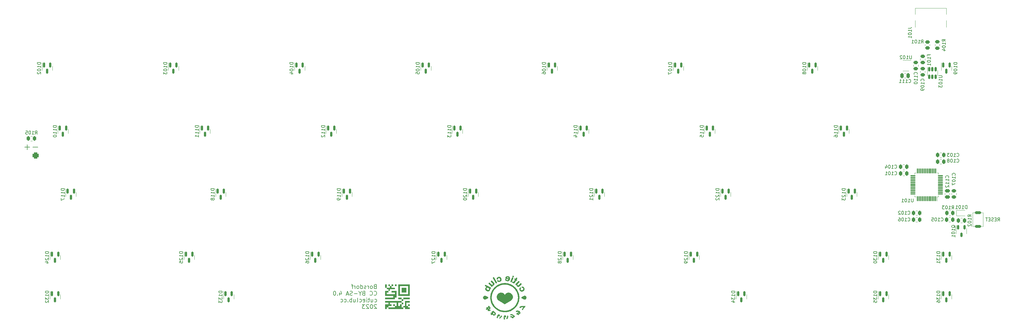
<source format=gbr>
G04 #@! TF.GenerationSoftware,KiCad,Pcbnew,(6.0.11)*
G04 #@! TF.CreationDate,2023-02-22T21:30:24+00:00*
G04 #@! TF.ProjectId,borsdorf,626f7273-646f-4726-962e-6b696361645f,rev?*
G04 #@! TF.SameCoordinates,Original*
G04 #@! TF.FileFunction,Legend,Bot*
G04 #@! TF.FilePolarity,Positive*
%FSLAX46Y46*%
G04 Gerber Fmt 4.6, Leading zero omitted, Abs format (unit mm)*
G04 Created by KiCad (PCBNEW (6.0.11)) date 2023-02-22 21:30:24*
%MOMM*%
%LPD*%
G01*
G04 APERTURE LIST*
G04 Aperture macros list*
%AMRoundRect*
0 Rectangle with rounded corners*
0 $1 Rounding radius*
0 $2 $3 $4 $5 $6 $7 $8 $9 X,Y pos of 4 corners*
0 Add a 4 corners polygon primitive as box body*
4,1,4,$2,$3,$4,$5,$6,$7,$8,$9,$2,$3,0*
0 Add four circle primitives for the rounded corners*
1,1,$1+$1,$2,$3*
1,1,$1+$1,$4,$5*
1,1,$1+$1,$6,$7*
1,1,$1+$1,$8,$9*
0 Add four rect primitives between the rounded corners*
20,1,$1+$1,$2,$3,$4,$5,0*
20,1,$1+$1,$4,$5,$6,$7,0*
20,1,$1+$1,$6,$7,$8,$9,0*
20,1,$1+$1,$8,$9,$2,$3,0*%
G04 Aperture macros list end*
%ADD10C,0.150000*%
%ADD11C,0.200000*%
%ADD12C,0.010000*%
%ADD13C,0.120000*%
%ADD14C,2.540000*%
%ADD15RoundRect,0.476250X0.476250X0.476250X-0.476250X0.476250X-0.476250X-0.476250X0.476250X-0.476250X0*%
%ADD16C,1.905000*%
%ADD17RoundRect,0.243750X0.456250X-0.243750X0.456250X0.243750X-0.456250X0.243750X-0.456250X-0.243750X0*%
%ADD18RoundRect,0.243750X0.243750X0.456250X-0.243750X0.456250X-0.243750X-0.456250X0.243750X-0.456250X0*%
%ADD19RoundRect,0.243750X-0.456250X0.243750X-0.456250X-0.243750X0.456250X-0.243750X0.456250X0.243750X0*%
%ADD20RoundRect,0.150000X-0.150000X0.587500X-0.150000X-0.587500X0.150000X-0.587500X0.150000X0.587500X0*%
%ADD21RoundRect,0.075000X0.075000X-0.662500X0.075000X0.662500X-0.075000X0.662500X-0.075000X-0.662500X0*%
%ADD22RoundRect,0.075000X0.662500X-0.075000X0.662500X0.075000X-0.662500X0.075000X-0.662500X-0.075000X0*%
%ADD23RoundRect,0.150000X-0.150000X0.512500X-0.150000X-0.512500X0.150000X-0.512500X0.150000X0.512500X0*%
%ADD24RoundRect,0.200000X0.800000X-0.200000X0.800000X0.200000X-0.800000X0.200000X-0.800000X-0.200000X0*%
%ADD25R,1.060000X0.650000*%
%ADD26C,0.650000*%
%ADD27R,0.600000X1.450000*%
%ADD28R,0.300000X1.450000*%
%ADD29O,1.000000X2.100000*%
%ADD30O,1.000000X1.600000*%
%ADD31RoundRect,0.243750X-0.243750X-0.456250X0.243750X-0.456250X0.243750X0.456250X-0.243750X0.456250X0*%
%ADD32RoundRect,0.250000X-0.250000X-0.475000X0.250000X-0.475000X0.250000X0.475000X-0.250000X0.475000X0*%
%ADD33RoundRect,0.250000X0.475000X-0.250000X0.475000X0.250000X-0.475000X0.250000X-0.475000X-0.250000X0*%
%ADD34RoundRect,0.250000X0.262500X0.450000X-0.262500X0.450000X-0.262500X-0.450000X0.262500X-0.450000X0*%
%ADD35R,0.600000X0.450000*%
%ADD36RoundRect,0.250000X-0.262500X-0.450000X0.262500X-0.450000X0.262500X0.450000X-0.262500X0.450000X0*%
%ADD37RoundRect,0.250000X-0.450000X0.262500X-0.450000X-0.262500X0.450000X-0.262500X0.450000X0.262500X0*%
G04 APERTURE END LIST*
D10*
X158494464Y-120716964D02*
X158315892Y-120776488D01*
X158256369Y-120836011D01*
X158196845Y-120955059D01*
X158196845Y-121133630D01*
X158256369Y-121252678D01*
X158315892Y-121312202D01*
X158434940Y-121371726D01*
X158911130Y-121371726D01*
X158911130Y-120121726D01*
X158494464Y-120121726D01*
X158375416Y-120181250D01*
X158315892Y-120240773D01*
X158256369Y-120359821D01*
X158256369Y-120478869D01*
X158315892Y-120597916D01*
X158375416Y-120657440D01*
X158494464Y-120716964D01*
X158911130Y-120716964D01*
X157482559Y-121371726D02*
X157601607Y-121312202D01*
X157661130Y-121252678D01*
X157720654Y-121133630D01*
X157720654Y-120776488D01*
X157661130Y-120657440D01*
X157601607Y-120597916D01*
X157482559Y-120538392D01*
X157303988Y-120538392D01*
X157184940Y-120597916D01*
X157125416Y-120657440D01*
X157065892Y-120776488D01*
X157065892Y-121133630D01*
X157125416Y-121252678D01*
X157184940Y-121312202D01*
X157303988Y-121371726D01*
X157482559Y-121371726D01*
X156530178Y-121371726D02*
X156530178Y-120538392D01*
X156530178Y-120776488D02*
X156470654Y-120657440D01*
X156411130Y-120597916D01*
X156292083Y-120538392D01*
X156173035Y-120538392D01*
X155815892Y-121312202D02*
X155696845Y-121371726D01*
X155458750Y-121371726D01*
X155339702Y-121312202D01*
X155280178Y-121193154D01*
X155280178Y-121133630D01*
X155339702Y-121014583D01*
X155458750Y-120955059D01*
X155637321Y-120955059D01*
X155756369Y-120895535D01*
X155815892Y-120776488D01*
X155815892Y-120716964D01*
X155756369Y-120597916D01*
X155637321Y-120538392D01*
X155458750Y-120538392D01*
X155339702Y-120597916D01*
X154208750Y-121371726D02*
X154208750Y-120121726D01*
X154208750Y-121312202D02*
X154327797Y-121371726D01*
X154565892Y-121371726D01*
X154684940Y-121312202D01*
X154744464Y-121252678D01*
X154803988Y-121133630D01*
X154803988Y-120776488D01*
X154744464Y-120657440D01*
X154684940Y-120597916D01*
X154565892Y-120538392D01*
X154327797Y-120538392D01*
X154208750Y-120597916D01*
X153434940Y-121371726D02*
X153553988Y-121312202D01*
X153613511Y-121252678D01*
X153673035Y-121133630D01*
X153673035Y-120776488D01*
X153613511Y-120657440D01*
X153553988Y-120597916D01*
X153434940Y-120538392D01*
X153256369Y-120538392D01*
X153137321Y-120597916D01*
X153077797Y-120657440D01*
X153018273Y-120776488D01*
X153018273Y-121133630D01*
X153077797Y-121252678D01*
X153137321Y-121312202D01*
X153256369Y-121371726D01*
X153434940Y-121371726D01*
X152482559Y-121371726D02*
X152482559Y-120538392D01*
X152482559Y-120776488D02*
X152423035Y-120657440D01*
X152363511Y-120597916D01*
X152244464Y-120538392D01*
X152125416Y-120538392D01*
X151887321Y-120538392D02*
X151411130Y-120538392D01*
X151708750Y-121371726D02*
X151708750Y-120300297D01*
X151649226Y-120181250D01*
X151530178Y-120121726D01*
X151411130Y-120121726D01*
X158196845Y-123265178D02*
X158256369Y-123324702D01*
X158434940Y-123384226D01*
X158553988Y-123384226D01*
X158732559Y-123324702D01*
X158851607Y-123205654D01*
X158911130Y-123086607D01*
X158970654Y-122848511D01*
X158970654Y-122669940D01*
X158911130Y-122431845D01*
X158851607Y-122312797D01*
X158732559Y-122193750D01*
X158553988Y-122134226D01*
X158434940Y-122134226D01*
X158256369Y-122193750D01*
X158196845Y-122253273D01*
X156946845Y-123265178D02*
X157006369Y-123324702D01*
X157184940Y-123384226D01*
X157303988Y-123384226D01*
X157482559Y-123324702D01*
X157601607Y-123205654D01*
X157661130Y-123086607D01*
X157720654Y-122848511D01*
X157720654Y-122669940D01*
X157661130Y-122431845D01*
X157601607Y-122312797D01*
X157482559Y-122193750D01*
X157303988Y-122134226D01*
X157184940Y-122134226D01*
X157006369Y-122193750D01*
X156946845Y-122253273D01*
X155042083Y-122729464D02*
X154863511Y-122788988D01*
X154803988Y-122848511D01*
X154744464Y-122967559D01*
X154744464Y-123146130D01*
X154803988Y-123265178D01*
X154863511Y-123324702D01*
X154982559Y-123384226D01*
X155458750Y-123384226D01*
X155458750Y-122134226D01*
X155042083Y-122134226D01*
X154923035Y-122193750D01*
X154863511Y-122253273D01*
X154803988Y-122372321D01*
X154803988Y-122491369D01*
X154863511Y-122610416D01*
X154923035Y-122669940D01*
X155042083Y-122729464D01*
X155458750Y-122729464D01*
X153970654Y-122788988D02*
X153970654Y-123384226D01*
X154387321Y-122134226D02*
X153970654Y-122788988D01*
X153553988Y-122134226D01*
X153137321Y-122908035D02*
X152184940Y-122908035D01*
X151649226Y-123324702D02*
X151470654Y-123384226D01*
X151173035Y-123384226D01*
X151053988Y-123324702D01*
X150994464Y-123265178D01*
X150934940Y-123146130D01*
X150934940Y-123027083D01*
X150994464Y-122908035D01*
X151053988Y-122848511D01*
X151173035Y-122788988D01*
X151411130Y-122729464D01*
X151530178Y-122669940D01*
X151589702Y-122610416D01*
X151649226Y-122491369D01*
X151649226Y-122372321D01*
X151589702Y-122253273D01*
X151530178Y-122193750D01*
X151411130Y-122134226D01*
X151113511Y-122134226D01*
X150934940Y-122193750D01*
X150458750Y-123027083D02*
X149863511Y-123027083D01*
X150577797Y-123384226D02*
X150161130Y-122134226D01*
X149744464Y-123384226D01*
X147839702Y-122550892D02*
X147839702Y-123384226D01*
X148137321Y-122074702D02*
X148434940Y-122967559D01*
X147661130Y-122967559D01*
X147184940Y-123265178D02*
X147125416Y-123324702D01*
X147184940Y-123384226D01*
X147244464Y-123324702D01*
X147184940Y-123265178D01*
X147184940Y-123384226D01*
X146351607Y-122134226D02*
X146232559Y-122134226D01*
X146113511Y-122193750D01*
X146053988Y-122253273D01*
X145994464Y-122372321D01*
X145934940Y-122610416D01*
X145934940Y-122908035D01*
X145994464Y-123146130D01*
X146053988Y-123265178D01*
X146113511Y-123324702D01*
X146232559Y-123384226D01*
X146351607Y-123384226D01*
X146470654Y-123324702D01*
X146530178Y-123265178D01*
X146589702Y-123146130D01*
X146649226Y-122908035D01*
X146649226Y-122610416D01*
X146589702Y-122372321D01*
X146530178Y-122253273D01*
X146470654Y-122193750D01*
X146351607Y-122134226D01*
X158375416Y-125337202D02*
X158494464Y-125396726D01*
X158732559Y-125396726D01*
X158851607Y-125337202D01*
X158911130Y-125277678D01*
X158970654Y-125158630D01*
X158970654Y-124801488D01*
X158911130Y-124682440D01*
X158851607Y-124622916D01*
X158732559Y-124563392D01*
X158494464Y-124563392D01*
X158375416Y-124622916D01*
X157303988Y-124563392D02*
X157303988Y-125396726D01*
X157839702Y-124563392D02*
X157839702Y-125218154D01*
X157780178Y-125337202D01*
X157661130Y-125396726D01*
X157482559Y-125396726D01*
X157363511Y-125337202D01*
X157303988Y-125277678D01*
X156887321Y-124563392D02*
X156411130Y-124563392D01*
X156708750Y-124146726D02*
X156708750Y-125218154D01*
X156649226Y-125337202D01*
X156530178Y-125396726D01*
X156411130Y-125396726D01*
X155994464Y-125396726D02*
X155994464Y-124563392D01*
X155994464Y-124146726D02*
X156053988Y-124206250D01*
X155994464Y-124265773D01*
X155934940Y-124206250D01*
X155994464Y-124146726D01*
X155994464Y-124265773D01*
X154923035Y-125337202D02*
X155042083Y-125396726D01*
X155280178Y-125396726D01*
X155399226Y-125337202D01*
X155458750Y-125218154D01*
X155458750Y-124741964D01*
X155399226Y-124622916D01*
X155280178Y-124563392D01*
X155042083Y-124563392D01*
X154923035Y-124622916D01*
X154863511Y-124741964D01*
X154863511Y-124861011D01*
X155458750Y-124980059D01*
X153792083Y-125337202D02*
X153911130Y-125396726D01*
X154149226Y-125396726D01*
X154268273Y-125337202D01*
X154327797Y-125277678D01*
X154387321Y-125158630D01*
X154387321Y-124801488D01*
X154327797Y-124682440D01*
X154268273Y-124622916D01*
X154149226Y-124563392D01*
X153911130Y-124563392D01*
X153792083Y-124622916D01*
X153077797Y-125396726D02*
X153196845Y-125337202D01*
X153256369Y-125218154D01*
X153256369Y-124146726D01*
X152065892Y-124563392D02*
X152065892Y-125396726D01*
X152601607Y-124563392D02*
X152601607Y-125218154D01*
X152542083Y-125337202D01*
X152423035Y-125396726D01*
X152244464Y-125396726D01*
X152125416Y-125337202D01*
X152065892Y-125277678D01*
X151470654Y-125396726D02*
X151470654Y-124146726D01*
X151470654Y-124622916D02*
X151351607Y-124563392D01*
X151113511Y-124563392D01*
X150994464Y-124622916D01*
X150934940Y-124682440D01*
X150875416Y-124801488D01*
X150875416Y-125158630D01*
X150934940Y-125277678D01*
X150994464Y-125337202D01*
X151113511Y-125396726D01*
X151351607Y-125396726D01*
X151470654Y-125337202D01*
X150339702Y-125277678D02*
X150280178Y-125337202D01*
X150339702Y-125396726D01*
X150399226Y-125337202D01*
X150339702Y-125277678D01*
X150339702Y-125396726D01*
X149208750Y-125337202D02*
X149327797Y-125396726D01*
X149565892Y-125396726D01*
X149684940Y-125337202D01*
X149744464Y-125277678D01*
X149803988Y-125158630D01*
X149803988Y-124801488D01*
X149744464Y-124682440D01*
X149684940Y-124622916D01*
X149565892Y-124563392D01*
X149327797Y-124563392D01*
X149208750Y-124622916D01*
X148137321Y-125337202D02*
X148256369Y-125396726D01*
X148494464Y-125396726D01*
X148613511Y-125337202D01*
X148673035Y-125277678D01*
X148732559Y-125158630D01*
X148732559Y-124801488D01*
X148673035Y-124682440D01*
X148613511Y-124622916D01*
X148494464Y-124563392D01*
X148256369Y-124563392D01*
X148137321Y-124622916D01*
X158970654Y-126278273D02*
X158911130Y-126218750D01*
X158792083Y-126159226D01*
X158494464Y-126159226D01*
X158375416Y-126218750D01*
X158315892Y-126278273D01*
X158256369Y-126397321D01*
X158256369Y-126516369D01*
X158315892Y-126694940D01*
X159030178Y-127409226D01*
X158256369Y-127409226D01*
X157482559Y-126159226D02*
X157363511Y-126159226D01*
X157244464Y-126218750D01*
X157184940Y-126278273D01*
X157125416Y-126397321D01*
X157065892Y-126635416D01*
X157065892Y-126933035D01*
X157125416Y-127171130D01*
X157184940Y-127290178D01*
X157244464Y-127349702D01*
X157363511Y-127409226D01*
X157482559Y-127409226D01*
X157601607Y-127349702D01*
X157661130Y-127290178D01*
X157720654Y-127171130D01*
X157780178Y-126933035D01*
X157780178Y-126635416D01*
X157720654Y-126397321D01*
X157661130Y-126278273D01*
X157601607Y-126218750D01*
X157482559Y-126159226D01*
X156589702Y-126278273D02*
X156530178Y-126218750D01*
X156411130Y-126159226D01*
X156113511Y-126159226D01*
X155994464Y-126218750D01*
X155934940Y-126278273D01*
X155875416Y-126397321D01*
X155875416Y-126516369D01*
X155934940Y-126694940D01*
X156649226Y-127409226D01*
X155875416Y-127409226D01*
X155458750Y-126159226D02*
X154684940Y-126159226D01*
X155101607Y-126635416D01*
X154923035Y-126635416D01*
X154803988Y-126694940D01*
X154744464Y-126754464D01*
X154684940Y-126873511D01*
X154684940Y-127171130D01*
X154744464Y-127290178D01*
X154803988Y-127349702D01*
X154923035Y-127409226D01*
X155280178Y-127409226D01*
X155399226Y-127349702D01*
X155458750Y-127290178D01*
D11*
X56750000Y-78642857D02*
X55226190Y-78642857D01*
X54273809Y-78642857D02*
X52750000Y-78642857D01*
X53511904Y-79404761D02*
X53511904Y-77880952D01*
D10*
X333607142Y-87130952D02*
X333654761Y-87083333D01*
X333702380Y-86940476D01*
X333702380Y-86845238D01*
X333654761Y-86702380D01*
X333559523Y-86607142D01*
X333464285Y-86559523D01*
X333273809Y-86511904D01*
X333130952Y-86511904D01*
X332940476Y-86559523D01*
X332845238Y-86607142D01*
X332750000Y-86702380D01*
X332702380Y-86845238D01*
X332702380Y-86940476D01*
X332750000Y-87083333D01*
X332797619Y-87130952D01*
X333702380Y-88083333D02*
X333702380Y-87511904D01*
X333702380Y-87797619D02*
X332702380Y-87797619D01*
X332845238Y-87702380D01*
X332940476Y-87607142D01*
X332988095Y-87511904D01*
X332702380Y-88702380D02*
X332702380Y-88797619D01*
X332750000Y-88892857D01*
X332797619Y-88940476D01*
X332892857Y-88988095D01*
X333083333Y-89035714D01*
X333321428Y-89035714D01*
X333511904Y-88988095D01*
X333607142Y-88940476D01*
X333654761Y-88892857D01*
X333702380Y-88797619D01*
X333702380Y-88702380D01*
X333654761Y-88607142D01*
X333607142Y-88559523D01*
X333511904Y-88511904D01*
X333321428Y-88464285D01*
X333083333Y-88464285D01*
X332892857Y-88511904D01*
X332797619Y-88559523D01*
X332750000Y-88607142D01*
X332702380Y-88702380D01*
X332702380Y-89369047D02*
X332702380Y-90035714D01*
X333702380Y-89607142D01*
X334119047Y-83107142D02*
X334166666Y-83154761D01*
X334309523Y-83202380D01*
X334404761Y-83202380D01*
X334547619Y-83154761D01*
X334642857Y-83059523D01*
X334690476Y-82964285D01*
X334738095Y-82773809D01*
X334738095Y-82630952D01*
X334690476Y-82440476D01*
X334642857Y-82345238D01*
X334547619Y-82250000D01*
X334404761Y-82202380D01*
X334309523Y-82202380D01*
X334166666Y-82250000D01*
X334119047Y-82297619D01*
X333166666Y-83202380D02*
X333738095Y-83202380D01*
X333452380Y-83202380D02*
X333452380Y-82202380D01*
X333547619Y-82345238D01*
X333642857Y-82440476D01*
X333738095Y-82488095D01*
X332547619Y-82202380D02*
X332452380Y-82202380D01*
X332357142Y-82250000D01*
X332309523Y-82297619D01*
X332261904Y-82392857D01*
X332214285Y-82583333D01*
X332214285Y-82821428D01*
X332261904Y-83011904D01*
X332309523Y-83107142D01*
X332357142Y-83154761D01*
X332452380Y-83202380D01*
X332547619Y-83202380D01*
X332642857Y-83154761D01*
X332690476Y-83107142D01*
X332738095Y-83011904D01*
X332785714Y-82821428D01*
X332785714Y-82583333D01*
X332738095Y-82392857D01*
X332690476Y-82297619D01*
X332642857Y-82250000D01*
X332547619Y-82202380D01*
X331642857Y-82630952D02*
X331738095Y-82583333D01*
X331785714Y-82535714D01*
X331833333Y-82440476D01*
X331833333Y-82392857D01*
X331785714Y-82297619D01*
X331738095Y-82250000D01*
X331642857Y-82202380D01*
X331452380Y-82202380D01*
X331357142Y-82250000D01*
X331309523Y-82297619D01*
X331261904Y-82392857D01*
X331261904Y-82440476D01*
X331309523Y-82535714D01*
X331357142Y-82583333D01*
X331452380Y-82630952D01*
X331642857Y-82630952D01*
X331738095Y-82678571D01*
X331785714Y-82726190D01*
X331833333Y-82821428D01*
X331833333Y-83011904D01*
X331785714Y-83107142D01*
X331738095Y-83154761D01*
X331642857Y-83202380D01*
X331452380Y-83202380D01*
X331357142Y-83154761D01*
X331309523Y-83107142D01*
X331261904Y-83011904D01*
X331261904Y-82821428D01*
X331309523Y-82726190D01*
X331357142Y-82678571D01*
X331452380Y-82630952D01*
X322107142Y-56630952D02*
X322154761Y-56583333D01*
X322202380Y-56440476D01*
X322202380Y-56345238D01*
X322154761Y-56202380D01*
X322059523Y-56107142D01*
X321964285Y-56059523D01*
X321773809Y-56011904D01*
X321630952Y-56011904D01*
X321440476Y-56059523D01*
X321345238Y-56107142D01*
X321250000Y-56202380D01*
X321202380Y-56345238D01*
X321202380Y-56440476D01*
X321250000Y-56583333D01*
X321297619Y-56630952D01*
X322202380Y-57583333D02*
X322202380Y-57011904D01*
X322202380Y-57297619D02*
X321202380Y-57297619D01*
X321345238Y-57202380D01*
X321440476Y-57107142D01*
X321488095Y-57011904D01*
X322202380Y-58535714D02*
X322202380Y-57964285D01*
X322202380Y-58250000D02*
X321202380Y-58250000D01*
X321345238Y-58154761D01*
X321440476Y-58059523D01*
X321488095Y-57964285D01*
X321202380Y-59154761D02*
X321202380Y-59250000D01*
X321250000Y-59345238D01*
X321297619Y-59392857D01*
X321392857Y-59440476D01*
X321583333Y-59488095D01*
X321821428Y-59488095D01*
X322011904Y-59440476D01*
X322107142Y-59392857D01*
X322154761Y-59345238D01*
X322202380Y-59250000D01*
X322202380Y-59154761D01*
X322154761Y-59059523D01*
X322107142Y-59011904D01*
X322011904Y-58964285D01*
X321821428Y-58916666D01*
X321583333Y-58916666D01*
X321392857Y-58964285D01*
X321297619Y-59011904D01*
X321250000Y-59059523D01*
X321202380Y-59154761D01*
X298089880Y-72128273D02*
X297089880Y-72128273D01*
X297089880Y-72366369D01*
X297137500Y-72509226D01*
X297232738Y-72604464D01*
X297327976Y-72652083D01*
X297518452Y-72699702D01*
X297661309Y-72699702D01*
X297851785Y-72652083D01*
X297947023Y-72604464D01*
X298042261Y-72509226D01*
X298089880Y-72366369D01*
X298089880Y-72128273D01*
X298089880Y-73652083D02*
X298089880Y-73080654D01*
X298089880Y-73366369D02*
X297089880Y-73366369D01*
X297232738Y-73271130D01*
X297327976Y-73175892D01*
X297375595Y-73080654D01*
X298089880Y-74604464D02*
X298089880Y-74033035D01*
X298089880Y-74318750D02*
X297089880Y-74318750D01*
X297232738Y-74223511D01*
X297327976Y-74128273D01*
X297375595Y-74033035D01*
X297089880Y-75461607D02*
X297089880Y-75271130D01*
X297137500Y-75175892D01*
X297185119Y-75128273D01*
X297327976Y-75033035D01*
X297518452Y-74985416D01*
X297899404Y-74985416D01*
X297994642Y-75033035D01*
X298042261Y-75080654D01*
X298089880Y-75175892D01*
X298089880Y-75366369D01*
X298042261Y-75461607D01*
X297994642Y-75509226D01*
X297899404Y-75556845D01*
X297661309Y-75556845D01*
X297566071Y-75509226D01*
X297518452Y-75461607D01*
X297470833Y-75366369D01*
X297470833Y-75175892D01*
X297518452Y-75080654D01*
X297566071Y-75033035D01*
X297661309Y-74985416D01*
X320964285Y-94202380D02*
X320964285Y-95011904D01*
X320916666Y-95107142D01*
X320869047Y-95154761D01*
X320773809Y-95202380D01*
X320583333Y-95202380D01*
X320488095Y-95154761D01*
X320440476Y-95107142D01*
X320392857Y-95011904D01*
X320392857Y-94202380D01*
X319392857Y-95202380D02*
X319964285Y-95202380D01*
X319678571Y-95202380D02*
X319678571Y-94202380D01*
X319773809Y-94345238D01*
X319869047Y-94440476D01*
X319964285Y-94488095D01*
X318773809Y-94202380D02*
X318678571Y-94202380D01*
X318583333Y-94250000D01*
X318535714Y-94297619D01*
X318488095Y-94392857D01*
X318440476Y-94583333D01*
X318440476Y-94821428D01*
X318488095Y-95011904D01*
X318535714Y-95107142D01*
X318583333Y-95154761D01*
X318678571Y-95202380D01*
X318773809Y-95202380D01*
X318869047Y-95154761D01*
X318916666Y-95107142D01*
X318964285Y-95011904D01*
X319011904Y-94821428D01*
X319011904Y-94583333D01*
X318964285Y-94392857D01*
X318916666Y-94297619D01*
X318869047Y-94250000D01*
X318773809Y-94202380D01*
X317488095Y-95202380D02*
X318059523Y-95202380D01*
X317773809Y-95202380D02*
X317773809Y-94202380D01*
X317869047Y-94345238D01*
X317964285Y-94440476D01*
X318059523Y-94488095D01*
X338452380Y-99630952D02*
X337976190Y-99297619D01*
X338452380Y-99059523D02*
X337452380Y-99059523D01*
X337452380Y-99440476D01*
X337500000Y-99535714D01*
X337547619Y-99583333D01*
X337642857Y-99630952D01*
X337785714Y-99630952D01*
X337880952Y-99583333D01*
X337928571Y-99535714D01*
X337976190Y-99440476D01*
X337976190Y-99059523D01*
X338452380Y-100583333D02*
X338452380Y-100011904D01*
X338452380Y-100297619D02*
X337452380Y-100297619D01*
X337595238Y-100202380D01*
X337690476Y-100107142D01*
X337738095Y-100011904D01*
X337452380Y-101202380D02*
X337452380Y-101297619D01*
X337500000Y-101392857D01*
X337547619Y-101440476D01*
X337642857Y-101488095D01*
X337833333Y-101535714D01*
X338071428Y-101535714D01*
X338261904Y-101488095D01*
X338357142Y-101440476D01*
X338404761Y-101392857D01*
X338452380Y-101297619D01*
X338452380Y-101202380D01*
X338404761Y-101107142D01*
X338357142Y-101059523D01*
X338261904Y-101011904D01*
X338071428Y-100964285D01*
X337833333Y-100964285D01*
X337642857Y-101011904D01*
X337547619Y-101059523D01*
X337500000Y-101107142D01*
X337452380Y-101202380D01*
X337547619Y-101916666D02*
X337500000Y-101964285D01*
X337452380Y-102059523D01*
X337452380Y-102297619D01*
X337500000Y-102392857D01*
X337547619Y-102440476D01*
X337642857Y-102488095D01*
X337738095Y-102488095D01*
X337880952Y-102440476D01*
X338452380Y-101869047D01*
X338452380Y-102488095D01*
X328702380Y-57035714D02*
X329511904Y-57035714D01*
X329607142Y-57083333D01*
X329654761Y-57130952D01*
X329702380Y-57226190D01*
X329702380Y-57416666D01*
X329654761Y-57511904D01*
X329607142Y-57559523D01*
X329511904Y-57607142D01*
X328702380Y-57607142D01*
X329702380Y-58607142D02*
X329702380Y-58035714D01*
X329702380Y-58321428D02*
X328702380Y-58321428D01*
X328845238Y-58226190D01*
X328940476Y-58130952D01*
X328988095Y-58035714D01*
X328702380Y-59226190D02*
X328702380Y-59321428D01*
X328750000Y-59416666D01*
X328797619Y-59464285D01*
X328892857Y-59511904D01*
X329083333Y-59559523D01*
X329321428Y-59559523D01*
X329511904Y-59511904D01*
X329607142Y-59464285D01*
X329654761Y-59416666D01*
X329702380Y-59321428D01*
X329702380Y-59226190D01*
X329654761Y-59130952D01*
X329607142Y-59083333D01*
X329511904Y-59035714D01*
X329321428Y-58988095D01*
X329083333Y-58988095D01*
X328892857Y-59035714D01*
X328797619Y-59083333D01*
X328750000Y-59130952D01*
X328702380Y-59226190D01*
X328702380Y-59892857D02*
X328702380Y-60511904D01*
X329083333Y-60178571D01*
X329083333Y-60321428D01*
X329130952Y-60416666D01*
X329178571Y-60464285D01*
X329273809Y-60511904D01*
X329511904Y-60511904D01*
X329607142Y-60464285D01*
X329654761Y-60416666D01*
X329702380Y-60321428D01*
X329702380Y-60035714D01*
X329654761Y-59940476D01*
X329607142Y-59892857D01*
X330702380Y-46630952D02*
X330226190Y-46297619D01*
X330702380Y-46059523D02*
X329702380Y-46059523D01*
X329702380Y-46440476D01*
X329750000Y-46535714D01*
X329797619Y-46583333D01*
X329892857Y-46630952D01*
X330035714Y-46630952D01*
X330130952Y-46583333D01*
X330178571Y-46535714D01*
X330226190Y-46440476D01*
X330226190Y-46059523D01*
X330702380Y-47583333D02*
X330702380Y-47011904D01*
X330702380Y-47297619D02*
X329702380Y-47297619D01*
X329845238Y-47202380D01*
X329940476Y-47107142D01*
X329988095Y-47011904D01*
X329702380Y-48202380D02*
X329702380Y-48297619D01*
X329750000Y-48392857D01*
X329797619Y-48440476D01*
X329892857Y-48488095D01*
X330083333Y-48535714D01*
X330321428Y-48535714D01*
X330511904Y-48488095D01*
X330607142Y-48440476D01*
X330654761Y-48392857D01*
X330702380Y-48297619D01*
X330702380Y-48202380D01*
X330654761Y-48107142D01*
X330607142Y-48059523D01*
X330511904Y-48011904D01*
X330321428Y-47964285D01*
X330083333Y-47964285D01*
X329892857Y-48011904D01*
X329797619Y-48059523D01*
X329750000Y-48107142D01*
X329702380Y-48202380D01*
X330035714Y-49392857D02*
X330702380Y-49392857D01*
X329654761Y-49154761D02*
X330369047Y-48916666D01*
X330369047Y-49535714D01*
X346452380Y-100952380D02*
X346785714Y-100476190D01*
X347023809Y-100952380D02*
X347023809Y-99952380D01*
X346642857Y-99952380D01*
X346547619Y-100000000D01*
X346500000Y-100047619D01*
X346452380Y-100142857D01*
X346452380Y-100285714D01*
X346500000Y-100380952D01*
X346547619Y-100428571D01*
X346642857Y-100476190D01*
X347023809Y-100476190D01*
X346023809Y-100428571D02*
X345690476Y-100428571D01*
X345547619Y-100952380D02*
X346023809Y-100952380D01*
X346023809Y-99952380D01*
X345547619Y-99952380D01*
X345166666Y-100904761D02*
X345023809Y-100952380D01*
X344785714Y-100952380D01*
X344690476Y-100904761D01*
X344642857Y-100857142D01*
X344595238Y-100761904D01*
X344595238Y-100666666D01*
X344642857Y-100571428D01*
X344690476Y-100523809D01*
X344785714Y-100476190D01*
X344976190Y-100428571D01*
X345071428Y-100380952D01*
X345119047Y-100333333D01*
X345166666Y-100238095D01*
X345166666Y-100142857D01*
X345119047Y-100047619D01*
X345071428Y-100000000D01*
X344976190Y-99952380D01*
X344738095Y-99952380D01*
X344595238Y-100000000D01*
X344166666Y-100428571D02*
X343833333Y-100428571D01*
X343690476Y-100952380D02*
X344166666Y-100952380D01*
X344166666Y-99952380D01*
X343690476Y-99952380D01*
X343404761Y-99952380D02*
X342833333Y-99952380D01*
X343119047Y-100952380D02*
X343119047Y-99952380D01*
X320464285Y-50952380D02*
X320464285Y-51761904D01*
X320416666Y-51857142D01*
X320369047Y-51904761D01*
X320273809Y-51952380D01*
X320083333Y-51952380D01*
X319988095Y-51904761D01*
X319940476Y-51857142D01*
X319892857Y-51761904D01*
X319892857Y-50952380D01*
X318892857Y-51952380D02*
X319464285Y-51952380D01*
X319178571Y-51952380D02*
X319178571Y-50952380D01*
X319273809Y-51095238D01*
X319369047Y-51190476D01*
X319464285Y-51238095D01*
X318273809Y-50952380D02*
X318178571Y-50952380D01*
X318083333Y-51000000D01*
X318035714Y-51047619D01*
X317988095Y-51142857D01*
X317940476Y-51333333D01*
X317940476Y-51571428D01*
X317988095Y-51761904D01*
X318035714Y-51857142D01*
X318083333Y-51904761D01*
X318178571Y-51952380D01*
X318273809Y-51952380D01*
X318369047Y-51904761D01*
X318416666Y-51857142D01*
X318464285Y-51761904D01*
X318511904Y-51571428D01*
X318511904Y-51333333D01*
X318464285Y-51142857D01*
X318416666Y-51047619D01*
X318369047Y-51000000D01*
X318273809Y-50952380D01*
X317559523Y-51047619D02*
X317511904Y-51000000D01*
X317416666Y-50952380D01*
X317178571Y-50952380D01*
X317083333Y-51000000D01*
X317035714Y-51047619D01*
X316988095Y-51142857D01*
X316988095Y-51238095D01*
X317035714Y-51380952D01*
X317607142Y-51952380D01*
X316988095Y-51952380D01*
X319452380Y-42714285D02*
X320166666Y-42714285D01*
X320309523Y-42666666D01*
X320404761Y-42571428D01*
X320452380Y-42428571D01*
X320452380Y-42333333D01*
X320452380Y-43714285D02*
X320452380Y-43142857D01*
X320452380Y-43428571D02*
X319452380Y-43428571D01*
X319595238Y-43333333D01*
X319690476Y-43238095D01*
X319738095Y-43142857D01*
X319452380Y-44333333D02*
X319452380Y-44428571D01*
X319500000Y-44523809D01*
X319547619Y-44571428D01*
X319642857Y-44619047D01*
X319833333Y-44666666D01*
X320071428Y-44666666D01*
X320261904Y-44619047D01*
X320357142Y-44571428D01*
X320404761Y-44523809D01*
X320452380Y-44428571D01*
X320452380Y-44333333D01*
X320404761Y-44238095D01*
X320357142Y-44190476D01*
X320261904Y-44142857D01*
X320071428Y-44095238D01*
X319833333Y-44095238D01*
X319642857Y-44142857D01*
X319547619Y-44190476D01*
X319500000Y-44238095D01*
X319452380Y-44333333D01*
X320452380Y-45619047D02*
X320452380Y-45047619D01*
X320452380Y-45333333D02*
X319452380Y-45333333D01*
X319595238Y-45238095D01*
X319690476Y-45142857D01*
X319738095Y-45047619D01*
X315369047Y-86907142D02*
X315416666Y-86954761D01*
X315559523Y-87002380D01*
X315654761Y-87002380D01*
X315797619Y-86954761D01*
X315892857Y-86859523D01*
X315940476Y-86764285D01*
X315988095Y-86573809D01*
X315988095Y-86430952D01*
X315940476Y-86240476D01*
X315892857Y-86145238D01*
X315797619Y-86050000D01*
X315654761Y-86002380D01*
X315559523Y-86002380D01*
X315416666Y-86050000D01*
X315369047Y-86097619D01*
X314416666Y-87002380D02*
X314988095Y-87002380D01*
X314702380Y-87002380D02*
X314702380Y-86002380D01*
X314797619Y-86145238D01*
X314892857Y-86240476D01*
X314988095Y-86288095D01*
X313797619Y-86002380D02*
X313702380Y-86002380D01*
X313607142Y-86050000D01*
X313559523Y-86097619D01*
X313511904Y-86192857D01*
X313464285Y-86383333D01*
X313464285Y-86621428D01*
X313511904Y-86811904D01*
X313559523Y-86907142D01*
X313607142Y-86954761D01*
X313702380Y-87002380D01*
X313797619Y-87002380D01*
X313892857Y-86954761D01*
X313940476Y-86907142D01*
X313988095Y-86811904D01*
X314035714Y-86621428D01*
X314035714Y-86383333D01*
X313988095Y-86192857D01*
X313940476Y-86097619D01*
X313892857Y-86050000D01*
X313797619Y-86002380D01*
X312511904Y-87002380D02*
X313083333Y-87002380D01*
X312797619Y-87002380D02*
X312797619Y-86002380D01*
X312892857Y-86145238D01*
X312988095Y-86240476D01*
X313083333Y-86288095D01*
X334119047Y-81357142D02*
X334166666Y-81404761D01*
X334309523Y-81452380D01*
X334404761Y-81452380D01*
X334547619Y-81404761D01*
X334642857Y-81309523D01*
X334690476Y-81214285D01*
X334738095Y-81023809D01*
X334738095Y-80880952D01*
X334690476Y-80690476D01*
X334642857Y-80595238D01*
X334547619Y-80500000D01*
X334404761Y-80452380D01*
X334309523Y-80452380D01*
X334166666Y-80500000D01*
X334119047Y-80547619D01*
X333166666Y-81452380D02*
X333738095Y-81452380D01*
X333452380Y-81452380D02*
X333452380Y-80452380D01*
X333547619Y-80595238D01*
X333642857Y-80690476D01*
X333738095Y-80738095D01*
X332547619Y-80452380D02*
X332452380Y-80452380D01*
X332357142Y-80500000D01*
X332309523Y-80547619D01*
X332261904Y-80642857D01*
X332214285Y-80833333D01*
X332214285Y-81071428D01*
X332261904Y-81261904D01*
X332309523Y-81357142D01*
X332357142Y-81404761D01*
X332452380Y-81452380D01*
X332547619Y-81452380D01*
X332642857Y-81404761D01*
X332690476Y-81357142D01*
X332738095Y-81261904D01*
X332785714Y-81071428D01*
X332785714Y-80833333D01*
X332738095Y-80642857D01*
X332690476Y-80547619D01*
X332642857Y-80500000D01*
X332547619Y-80452380D01*
X331880952Y-80452380D02*
X331261904Y-80452380D01*
X331595238Y-80833333D01*
X331452380Y-80833333D01*
X331357142Y-80880952D01*
X331309523Y-80928571D01*
X331261904Y-81023809D01*
X331261904Y-81261904D01*
X331309523Y-81357142D01*
X331357142Y-81404761D01*
X331452380Y-81452380D01*
X331738095Y-81452380D01*
X331833333Y-81404761D01*
X331880952Y-81357142D01*
X329369047Y-100857142D02*
X329416666Y-100904761D01*
X329559523Y-100952380D01*
X329654761Y-100952380D01*
X329797619Y-100904761D01*
X329892857Y-100809523D01*
X329940476Y-100714285D01*
X329988095Y-100523809D01*
X329988095Y-100380952D01*
X329940476Y-100190476D01*
X329892857Y-100095238D01*
X329797619Y-100000000D01*
X329654761Y-99952380D01*
X329559523Y-99952380D01*
X329416666Y-100000000D01*
X329369047Y-100047619D01*
X328416666Y-100952380D02*
X328988095Y-100952380D01*
X328702380Y-100952380D02*
X328702380Y-99952380D01*
X328797619Y-100095238D01*
X328892857Y-100190476D01*
X328988095Y-100238095D01*
X327797619Y-99952380D02*
X327702380Y-99952380D01*
X327607142Y-100000000D01*
X327559523Y-100047619D01*
X327511904Y-100142857D01*
X327464285Y-100333333D01*
X327464285Y-100571428D01*
X327511904Y-100761904D01*
X327559523Y-100857142D01*
X327607142Y-100904761D01*
X327702380Y-100952380D01*
X327797619Y-100952380D01*
X327892857Y-100904761D01*
X327940476Y-100857142D01*
X327988095Y-100761904D01*
X328035714Y-100571428D01*
X328035714Y-100333333D01*
X327988095Y-100142857D01*
X327940476Y-100047619D01*
X327892857Y-100000000D01*
X327797619Y-99952380D01*
X326559523Y-99952380D02*
X327035714Y-99952380D01*
X327083333Y-100428571D01*
X327035714Y-100380952D01*
X326940476Y-100333333D01*
X326702380Y-100333333D01*
X326607142Y-100380952D01*
X326559523Y-100428571D01*
X326511904Y-100523809D01*
X326511904Y-100761904D01*
X326559523Y-100857142D01*
X326607142Y-100904761D01*
X326702380Y-100952380D01*
X326940476Y-100952380D01*
X327035714Y-100904761D01*
X327083333Y-100857142D01*
X319369047Y-100857142D02*
X319416666Y-100904761D01*
X319559523Y-100952380D01*
X319654761Y-100952380D01*
X319797619Y-100904761D01*
X319892857Y-100809523D01*
X319940476Y-100714285D01*
X319988095Y-100523809D01*
X319988095Y-100380952D01*
X319940476Y-100190476D01*
X319892857Y-100095238D01*
X319797619Y-100000000D01*
X319654761Y-99952380D01*
X319559523Y-99952380D01*
X319416666Y-100000000D01*
X319369047Y-100047619D01*
X318416666Y-100952380D02*
X318988095Y-100952380D01*
X318702380Y-100952380D02*
X318702380Y-99952380D01*
X318797619Y-100095238D01*
X318892857Y-100190476D01*
X318988095Y-100238095D01*
X317797619Y-99952380D02*
X317702380Y-99952380D01*
X317607142Y-100000000D01*
X317559523Y-100047619D01*
X317511904Y-100142857D01*
X317464285Y-100333333D01*
X317464285Y-100571428D01*
X317511904Y-100761904D01*
X317559523Y-100857142D01*
X317607142Y-100904761D01*
X317702380Y-100952380D01*
X317797619Y-100952380D01*
X317892857Y-100904761D01*
X317940476Y-100857142D01*
X317988095Y-100761904D01*
X318035714Y-100571428D01*
X318035714Y-100333333D01*
X317988095Y-100142857D01*
X317940476Y-100047619D01*
X317892857Y-100000000D01*
X317797619Y-99952380D01*
X316607142Y-99952380D02*
X316797619Y-99952380D01*
X316892857Y-100000000D01*
X316940476Y-100047619D01*
X317035714Y-100190476D01*
X317083333Y-100380952D01*
X317083333Y-100761904D01*
X317035714Y-100857142D01*
X316988095Y-100904761D01*
X316892857Y-100952380D01*
X316702380Y-100952380D01*
X316607142Y-100904761D01*
X316559523Y-100857142D01*
X316511904Y-100761904D01*
X316511904Y-100523809D01*
X316559523Y-100428571D01*
X316607142Y-100380952D01*
X316702380Y-100333333D01*
X316892857Y-100333333D01*
X316988095Y-100380952D01*
X317035714Y-100428571D01*
X317083333Y-100523809D01*
X319369047Y-98857142D02*
X319416666Y-98904761D01*
X319559523Y-98952380D01*
X319654761Y-98952380D01*
X319797619Y-98904761D01*
X319892857Y-98809523D01*
X319940476Y-98714285D01*
X319988095Y-98523809D01*
X319988095Y-98380952D01*
X319940476Y-98190476D01*
X319892857Y-98095238D01*
X319797619Y-98000000D01*
X319654761Y-97952380D01*
X319559523Y-97952380D01*
X319416666Y-98000000D01*
X319369047Y-98047619D01*
X318416666Y-98952380D02*
X318988095Y-98952380D01*
X318702380Y-98952380D02*
X318702380Y-97952380D01*
X318797619Y-98095238D01*
X318892857Y-98190476D01*
X318988095Y-98238095D01*
X317797619Y-97952380D02*
X317702380Y-97952380D01*
X317607142Y-98000000D01*
X317559523Y-98047619D01*
X317511904Y-98142857D01*
X317464285Y-98333333D01*
X317464285Y-98571428D01*
X317511904Y-98761904D01*
X317559523Y-98857142D01*
X317607142Y-98904761D01*
X317702380Y-98952380D01*
X317797619Y-98952380D01*
X317892857Y-98904761D01*
X317940476Y-98857142D01*
X317988095Y-98761904D01*
X318035714Y-98571428D01*
X318035714Y-98333333D01*
X317988095Y-98142857D01*
X317940476Y-98047619D01*
X317892857Y-98000000D01*
X317797619Y-97952380D01*
X317083333Y-98047619D02*
X317035714Y-98000000D01*
X316940476Y-97952380D01*
X316702380Y-97952380D01*
X316607142Y-98000000D01*
X316559523Y-98047619D01*
X316511904Y-98142857D01*
X316511904Y-98238095D01*
X316559523Y-98380952D01*
X317130952Y-98952380D01*
X316511904Y-98952380D01*
X315369047Y-84907142D02*
X315416666Y-84954761D01*
X315559523Y-85002380D01*
X315654761Y-85002380D01*
X315797619Y-84954761D01*
X315892857Y-84859523D01*
X315940476Y-84764285D01*
X315988095Y-84573809D01*
X315988095Y-84430952D01*
X315940476Y-84240476D01*
X315892857Y-84145238D01*
X315797619Y-84050000D01*
X315654761Y-84002380D01*
X315559523Y-84002380D01*
X315416666Y-84050000D01*
X315369047Y-84097619D01*
X314416666Y-85002380D02*
X314988095Y-85002380D01*
X314702380Y-85002380D02*
X314702380Y-84002380D01*
X314797619Y-84145238D01*
X314892857Y-84240476D01*
X314988095Y-84288095D01*
X313797619Y-84002380D02*
X313702380Y-84002380D01*
X313607142Y-84050000D01*
X313559523Y-84097619D01*
X313511904Y-84192857D01*
X313464285Y-84383333D01*
X313464285Y-84621428D01*
X313511904Y-84811904D01*
X313559523Y-84907142D01*
X313607142Y-84954761D01*
X313702380Y-85002380D01*
X313797619Y-85002380D01*
X313892857Y-84954761D01*
X313940476Y-84907142D01*
X313988095Y-84811904D01*
X314035714Y-84621428D01*
X314035714Y-84383333D01*
X313988095Y-84192857D01*
X313940476Y-84097619D01*
X313892857Y-84050000D01*
X313797619Y-84002380D01*
X312607142Y-84335714D02*
X312607142Y-85002380D01*
X312845238Y-83954761D02*
X313083333Y-84669047D01*
X312464285Y-84669047D01*
X324157142Y-58630952D02*
X324204761Y-58583333D01*
X324252380Y-58440476D01*
X324252380Y-58345238D01*
X324204761Y-58202380D01*
X324109523Y-58107142D01*
X324014285Y-58059523D01*
X323823809Y-58011904D01*
X323680952Y-58011904D01*
X323490476Y-58059523D01*
X323395238Y-58107142D01*
X323300000Y-58202380D01*
X323252380Y-58345238D01*
X323252380Y-58440476D01*
X323300000Y-58583333D01*
X323347619Y-58630952D01*
X324252380Y-59583333D02*
X324252380Y-59011904D01*
X324252380Y-59297619D02*
X323252380Y-59297619D01*
X323395238Y-59202380D01*
X323490476Y-59107142D01*
X323538095Y-59011904D01*
X323252380Y-60202380D02*
X323252380Y-60297619D01*
X323300000Y-60392857D01*
X323347619Y-60440476D01*
X323442857Y-60488095D01*
X323633333Y-60535714D01*
X323871428Y-60535714D01*
X324061904Y-60488095D01*
X324157142Y-60440476D01*
X324204761Y-60392857D01*
X324252380Y-60297619D01*
X324252380Y-60202380D01*
X324204761Y-60107142D01*
X324157142Y-60059523D01*
X324061904Y-60011904D01*
X323871428Y-59964285D01*
X323633333Y-59964285D01*
X323442857Y-60011904D01*
X323347619Y-60059523D01*
X323300000Y-60107142D01*
X323252380Y-60202380D01*
X324252380Y-61011904D02*
X324252380Y-61202380D01*
X324204761Y-61297619D01*
X324157142Y-61345238D01*
X324014285Y-61440476D01*
X323823809Y-61488095D01*
X323442857Y-61488095D01*
X323347619Y-61440476D01*
X323300000Y-61392857D01*
X323252380Y-61297619D01*
X323252380Y-61107142D01*
X323300000Y-61011904D01*
X323347619Y-60964285D01*
X323442857Y-60916666D01*
X323680952Y-60916666D01*
X323776190Y-60964285D01*
X323823809Y-61011904D01*
X323871428Y-61107142D01*
X323871428Y-61297619D01*
X323823809Y-61392857D01*
X323776190Y-61440476D01*
X323680952Y-61488095D01*
X325678571Y-50964285D02*
X325678571Y-50630952D01*
X326202380Y-50630952D02*
X325202380Y-50630952D01*
X325202380Y-51107142D01*
X326202380Y-52011904D02*
X326202380Y-51440476D01*
X326202380Y-51726190D02*
X325202380Y-51726190D01*
X325345238Y-51630952D01*
X325440476Y-51535714D01*
X325488095Y-51440476D01*
X325202380Y-52630952D02*
X325202380Y-52726190D01*
X325250000Y-52821428D01*
X325297619Y-52869047D01*
X325392857Y-52916666D01*
X325583333Y-52964285D01*
X325821428Y-52964285D01*
X326011904Y-52916666D01*
X326107142Y-52869047D01*
X326154761Y-52821428D01*
X326202380Y-52726190D01*
X326202380Y-52630952D01*
X326154761Y-52535714D01*
X326107142Y-52488095D01*
X326011904Y-52440476D01*
X325821428Y-52392857D01*
X325583333Y-52392857D01*
X325392857Y-52440476D01*
X325297619Y-52488095D01*
X325250000Y-52535714D01*
X325202380Y-52630952D01*
X326202380Y-53916666D02*
X326202380Y-53345238D01*
X326202380Y-53630952D02*
X325202380Y-53630952D01*
X325345238Y-53535714D01*
X325440476Y-53440476D01*
X325488095Y-53345238D01*
X319619047Y-59037142D02*
X319666666Y-59084761D01*
X319809523Y-59132380D01*
X319904761Y-59132380D01*
X320047619Y-59084761D01*
X320142857Y-58989523D01*
X320190476Y-58894285D01*
X320238095Y-58703809D01*
X320238095Y-58560952D01*
X320190476Y-58370476D01*
X320142857Y-58275238D01*
X320047619Y-58180000D01*
X319904761Y-58132380D01*
X319809523Y-58132380D01*
X319666666Y-58180000D01*
X319619047Y-58227619D01*
X318666666Y-59132380D02*
X319238095Y-59132380D01*
X318952380Y-59132380D02*
X318952380Y-58132380D01*
X319047619Y-58275238D01*
X319142857Y-58370476D01*
X319238095Y-58418095D01*
X317714285Y-59132380D02*
X318285714Y-59132380D01*
X318000000Y-59132380D02*
X318000000Y-58132380D01*
X318095238Y-58275238D01*
X318190476Y-58370476D01*
X318285714Y-58418095D01*
X316761904Y-59132380D02*
X317333333Y-59132380D01*
X317047619Y-59132380D02*
X317047619Y-58132380D01*
X317142857Y-58275238D01*
X317238095Y-58370476D01*
X317333333Y-58418095D01*
X267133630Y-122134523D02*
X266133630Y-122134523D01*
X266133630Y-122372619D01*
X266181250Y-122515476D01*
X266276488Y-122610714D01*
X266371726Y-122658333D01*
X266562202Y-122705952D01*
X266705059Y-122705952D01*
X266895535Y-122658333D01*
X266990773Y-122610714D01*
X267086011Y-122515476D01*
X267133630Y-122372619D01*
X267133630Y-122134523D01*
X267133630Y-123658333D02*
X267133630Y-123086904D01*
X267133630Y-123372619D02*
X266133630Y-123372619D01*
X266276488Y-123277380D01*
X266371726Y-123182142D01*
X266419345Y-123086904D01*
X266133630Y-123991666D02*
X266133630Y-124610714D01*
X266514583Y-124277380D01*
X266514583Y-124420238D01*
X266562202Y-124515476D01*
X266609821Y-124563095D01*
X266705059Y-124610714D01*
X266943154Y-124610714D01*
X267038392Y-124563095D01*
X267086011Y-124515476D01*
X267133630Y-124420238D01*
X267133630Y-124134523D01*
X267086011Y-124039285D01*
X267038392Y-123991666D01*
X266466964Y-125467857D02*
X267133630Y-125467857D01*
X266086011Y-125229761D02*
X266800297Y-124991666D01*
X266800297Y-125610714D01*
X309996130Y-122134523D02*
X308996130Y-122134523D01*
X308996130Y-122372619D01*
X309043750Y-122515476D01*
X309138988Y-122610714D01*
X309234226Y-122658333D01*
X309424702Y-122705952D01*
X309567559Y-122705952D01*
X309758035Y-122658333D01*
X309853273Y-122610714D01*
X309948511Y-122515476D01*
X309996130Y-122372619D01*
X309996130Y-122134523D01*
X309996130Y-123658333D02*
X309996130Y-123086904D01*
X309996130Y-123372619D02*
X308996130Y-123372619D01*
X309138988Y-123277380D01*
X309234226Y-123182142D01*
X309281845Y-123086904D01*
X308996130Y-123991666D02*
X308996130Y-124610714D01*
X309377083Y-124277380D01*
X309377083Y-124420238D01*
X309424702Y-124515476D01*
X309472321Y-124563095D01*
X309567559Y-124610714D01*
X309805654Y-124610714D01*
X309900892Y-124563095D01*
X309948511Y-124515476D01*
X309996130Y-124420238D01*
X309996130Y-124134523D01*
X309948511Y-124039285D01*
X309900892Y-123991666D01*
X308996130Y-125515476D02*
X308996130Y-125039285D01*
X309472321Y-124991666D01*
X309424702Y-125039285D01*
X309377083Y-125134523D01*
X309377083Y-125372619D01*
X309424702Y-125467857D01*
X309472321Y-125515476D01*
X309567559Y-125563095D01*
X309805654Y-125563095D01*
X309900892Y-125515476D01*
X309948511Y-125467857D01*
X309996130Y-125372619D01*
X309996130Y-125134523D01*
X309948511Y-125039285D01*
X309900892Y-124991666D01*
X62346130Y-72128273D02*
X61346130Y-72128273D01*
X61346130Y-72366369D01*
X61393750Y-72509226D01*
X61488988Y-72604464D01*
X61584226Y-72652083D01*
X61774702Y-72699702D01*
X61917559Y-72699702D01*
X62108035Y-72652083D01*
X62203273Y-72604464D01*
X62298511Y-72509226D01*
X62346130Y-72366369D01*
X62346130Y-72128273D01*
X62346130Y-73652083D02*
X62346130Y-73080654D01*
X62346130Y-73366369D02*
X61346130Y-73366369D01*
X61488988Y-73271130D01*
X61584226Y-73175892D01*
X61631845Y-73080654D01*
X62346130Y-74604464D02*
X62346130Y-74033035D01*
X62346130Y-74318750D02*
X61346130Y-74318750D01*
X61488988Y-74223511D01*
X61584226Y-74128273D01*
X61631845Y-74033035D01*
X61346130Y-75223511D02*
X61346130Y-75318750D01*
X61393750Y-75413988D01*
X61441369Y-75461607D01*
X61536607Y-75509226D01*
X61727083Y-75556845D01*
X61965178Y-75556845D01*
X62155654Y-75509226D01*
X62250892Y-75461607D01*
X62298511Y-75413988D01*
X62346130Y-75318750D01*
X62346130Y-75223511D01*
X62298511Y-75128273D01*
X62250892Y-75080654D01*
X62155654Y-75033035D01*
X61965178Y-74985416D01*
X61727083Y-74985416D01*
X61536607Y-75033035D01*
X61441369Y-75080654D01*
X61393750Y-75128273D01*
X61346130Y-75223511D01*
X209983630Y-53078273D02*
X208983630Y-53078273D01*
X208983630Y-53316369D01*
X209031250Y-53459226D01*
X209126488Y-53554464D01*
X209221726Y-53602083D01*
X209412202Y-53649702D01*
X209555059Y-53649702D01*
X209745535Y-53602083D01*
X209840773Y-53554464D01*
X209936011Y-53459226D01*
X209983630Y-53316369D01*
X209983630Y-53078273D01*
X209983630Y-54602083D02*
X209983630Y-54030654D01*
X209983630Y-54316369D02*
X208983630Y-54316369D01*
X209126488Y-54221130D01*
X209221726Y-54125892D01*
X209269345Y-54030654D01*
X208983630Y-55221130D02*
X208983630Y-55316369D01*
X209031250Y-55411607D01*
X209078869Y-55459226D01*
X209174107Y-55506845D01*
X209364583Y-55554464D01*
X209602678Y-55554464D01*
X209793154Y-55506845D01*
X209888392Y-55459226D01*
X209936011Y-55411607D01*
X209983630Y-55316369D01*
X209983630Y-55221130D01*
X209936011Y-55125892D01*
X209888392Y-55078273D01*
X209793154Y-55030654D01*
X209602678Y-54983035D01*
X209364583Y-54983035D01*
X209174107Y-55030654D01*
X209078869Y-55078273D01*
X209031250Y-55125892D01*
X208983630Y-55221130D01*
X208983630Y-56411607D02*
X208983630Y-56221130D01*
X209031250Y-56125892D01*
X209078869Y-56078273D01*
X209221726Y-55983035D01*
X209412202Y-55935416D01*
X209793154Y-55935416D01*
X209888392Y-55983035D01*
X209936011Y-56030654D01*
X209983630Y-56125892D01*
X209983630Y-56316369D01*
X209936011Y-56411607D01*
X209888392Y-56459226D01*
X209793154Y-56506845D01*
X209555059Y-56506845D01*
X209459821Y-56459226D01*
X209412202Y-56411607D01*
X209364583Y-56316369D01*
X209364583Y-56125892D01*
X209412202Y-56030654D01*
X209459821Y-55983035D01*
X209555059Y-55935416D01*
X100446130Y-110228273D02*
X99446130Y-110228273D01*
X99446130Y-110466369D01*
X99493750Y-110609226D01*
X99588988Y-110704464D01*
X99684226Y-110752083D01*
X99874702Y-110799702D01*
X100017559Y-110799702D01*
X100208035Y-110752083D01*
X100303273Y-110704464D01*
X100398511Y-110609226D01*
X100446130Y-110466369D01*
X100446130Y-110228273D01*
X100446130Y-111752083D02*
X100446130Y-111180654D01*
X100446130Y-111466369D02*
X99446130Y-111466369D01*
X99588988Y-111371130D01*
X99684226Y-111275892D01*
X99731845Y-111180654D01*
X99541369Y-112133035D02*
X99493750Y-112180654D01*
X99446130Y-112275892D01*
X99446130Y-112513988D01*
X99493750Y-112609226D01*
X99541369Y-112656845D01*
X99636607Y-112704464D01*
X99731845Y-112704464D01*
X99874702Y-112656845D01*
X100446130Y-112085416D01*
X100446130Y-112704464D01*
X99446130Y-113609226D02*
X99446130Y-113133035D01*
X99922321Y-113085416D01*
X99874702Y-113133035D01*
X99827083Y-113228273D01*
X99827083Y-113466369D01*
X99874702Y-113561607D01*
X99922321Y-113609226D01*
X100017559Y-113656845D01*
X100255654Y-113656845D01*
X100350892Y-113609226D01*
X100398511Y-113561607D01*
X100446130Y-113466369D01*
X100446130Y-113228273D01*
X100398511Y-113133035D01*
X100350892Y-113085416D01*
X331607142Y-87880952D02*
X331654761Y-87833333D01*
X331702380Y-87690476D01*
X331702380Y-87595238D01*
X331654761Y-87452380D01*
X331559523Y-87357142D01*
X331464285Y-87309523D01*
X331273809Y-87261904D01*
X331130952Y-87261904D01*
X330940476Y-87309523D01*
X330845238Y-87357142D01*
X330750000Y-87452380D01*
X330702380Y-87595238D01*
X330702380Y-87690476D01*
X330750000Y-87833333D01*
X330797619Y-87880952D01*
X331702380Y-88833333D02*
X331702380Y-88261904D01*
X331702380Y-88547619D02*
X330702380Y-88547619D01*
X330845238Y-88452380D01*
X330940476Y-88357142D01*
X330988095Y-88261904D01*
X331702380Y-89785714D02*
X331702380Y-89214285D01*
X331702380Y-89500000D02*
X330702380Y-89500000D01*
X330845238Y-89404761D01*
X330940476Y-89309523D01*
X330988095Y-89214285D01*
X330797619Y-90166666D02*
X330750000Y-90214285D01*
X330702380Y-90309523D01*
X330702380Y-90547619D01*
X330750000Y-90642857D01*
X330797619Y-90690476D01*
X330892857Y-90738095D01*
X330988095Y-90738095D01*
X331130952Y-90690476D01*
X331702380Y-90119047D01*
X331702380Y-90738095D01*
X224271130Y-91178273D02*
X223271130Y-91178273D01*
X223271130Y-91416369D01*
X223318750Y-91559226D01*
X223413988Y-91654464D01*
X223509226Y-91702083D01*
X223699702Y-91749702D01*
X223842559Y-91749702D01*
X224033035Y-91702083D01*
X224128273Y-91654464D01*
X224223511Y-91559226D01*
X224271130Y-91416369D01*
X224271130Y-91178273D01*
X224271130Y-92702083D02*
X224271130Y-92130654D01*
X224271130Y-92416369D02*
X223271130Y-92416369D01*
X223413988Y-92321130D01*
X223509226Y-92225892D01*
X223556845Y-92130654D01*
X223366369Y-93083035D02*
X223318750Y-93130654D01*
X223271130Y-93225892D01*
X223271130Y-93463988D01*
X223318750Y-93559226D01*
X223366369Y-93606845D01*
X223461607Y-93654464D01*
X223556845Y-93654464D01*
X223699702Y-93606845D01*
X224271130Y-93035416D01*
X224271130Y-93654464D01*
X224271130Y-94606845D02*
X224271130Y-94035416D01*
X224271130Y-94321130D02*
X223271130Y-94321130D01*
X223413988Y-94225892D01*
X223509226Y-94130654D01*
X223556845Y-94035416D01*
X181408630Y-72128273D02*
X180408630Y-72128273D01*
X180408630Y-72366369D01*
X180456250Y-72509226D01*
X180551488Y-72604464D01*
X180646726Y-72652083D01*
X180837202Y-72699702D01*
X180980059Y-72699702D01*
X181170535Y-72652083D01*
X181265773Y-72604464D01*
X181361011Y-72509226D01*
X181408630Y-72366369D01*
X181408630Y-72128273D01*
X181408630Y-73652083D02*
X181408630Y-73080654D01*
X181408630Y-73366369D02*
X180408630Y-73366369D01*
X180551488Y-73271130D01*
X180646726Y-73175892D01*
X180694345Y-73080654D01*
X181408630Y-74604464D02*
X181408630Y-74033035D01*
X181408630Y-74318750D02*
X180408630Y-74318750D01*
X180551488Y-74223511D01*
X180646726Y-74128273D01*
X180694345Y-74033035D01*
X180408630Y-74937797D02*
X180408630Y-75556845D01*
X180789583Y-75223511D01*
X180789583Y-75366369D01*
X180837202Y-75461607D01*
X180884821Y-75509226D01*
X180980059Y-75556845D01*
X181218154Y-75556845D01*
X181313392Y-75509226D01*
X181361011Y-75461607D01*
X181408630Y-75366369D01*
X181408630Y-75080654D01*
X181361011Y-74985416D01*
X181313392Y-74937797D01*
X252846130Y-110228273D02*
X251846130Y-110228273D01*
X251846130Y-110466369D01*
X251893750Y-110609226D01*
X251988988Y-110704464D01*
X252084226Y-110752083D01*
X252274702Y-110799702D01*
X252417559Y-110799702D01*
X252608035Y-110752083D01*
X252703273Y-110704464D01*
X252798511Y-110609226D01*
X252846130Y-110466369D01*
X252846130Y-110228273D01*
X252846130Y-111752083D02*
X252846130Y-111180654D01*
X252846130Y-111466369D02*
X251846130Y-111466369D01*
X251988988Y-111371130D01*
X252084226Y-111275892D01*
X252131845Y-111180654D01*
X251941369Y-112133035D02*
X251893750Y-112180654D01*
X251846130Y-112275892D01*
X251846130Y-112513988D01*
X251893750Y-112609226D01*
X251941369Y-112656845D01*
X252036607Y-112704464D01*
X252131845Y-112704464D01*
X252274702Y-112656845D01*
X252846130Y-112085416D01*
X252846130Y-112704464D01*
X252846130Y-113180654D02*
X252846130Y-113371130D01*
X252798511Y-113466369D01*
X252750892Y-113513988D01*
X252608035Y-113609226D01*
X252417559Y-113656845D01*
X252036607Y-113656845D01*
X251941369Y-113609226D01*
X251893750Y-113561607D01*
X251846130Y-113466369D01*
X251846130Y-113275892D01*
X251893750Y-113180654D01*
X251941369Y-113133035D01*
X252036607Y-113085416D01*
X252274702Y-113085416D01*
X252369940Y-113133035D01*
X252417559Y-113180654D01*
X252465178Y-113275892D01*
X252465178Y-113466369D01*
X252417559Y-113561607D01*
X252369940Y-113609226D01*
X252274702Y-113656845D01*
X332619047Y-97302380D02*
X332952380Y-96826190D01*
X333190476Y-97302380D02*
X333190476Y-96302380D01*
X332809523Y-96302380D01*
X332714285Y-96350000D01*
X332666666Y-96397619D01*
X332619047Y-96492857D01*
X332619047Y-96635714D01*
X332666666Y-96730952D01*
X332714285Y-96778571D01*
X332809523Y-96826190D01*
X333190476Y-96826190D01*
X331666666Y-97302380D02*
X332238095Y-97302380D01*
X331952380Y-97302380D02*
X331952380Y-96302380D01*
X332047619Y-96445238D01*
X332142857Y-96540476D01*
X332238095Y-96588095D01*
X331047619Y-96302380D02*
X330952380Y-96302380D01*
X330857142Y-96350000D01*
X330809523Y-96397619D01*
X330761904Y-96492857D01*
X330714285Y-96683333D01*
X330714285Y-96921428D01*
X330761904Y-97111904D01*
X330809523Y-97207142D01*
X330857142Y-97254761D01*
X330952380Y-97302380D01*
X331047619Y-97302380D01*
X331142857Y-97254761D01*
X331190476Y-97207142D01*
X331238095Y-97111904D01*
X331285714Y-96921428D01*
X331285714Y-96683333D01*
X331238095Y-96492857D01*
X331190476Y-96397619D01*
X331142857Y-96350000D01*
X331047619Y-96302380D01*
X330380952Y-96302380D02*
X329761904Y-96302380D01*
X330095238Y-96683333D01*
X329952380Y-96683333D01*
X329857142Y-96730952D01*
X329809523Y-96778571D01*
X329761904Y-96873809D01*
X329761904Y-97111904D01*
X329809523Y-97207142D01*
X329857142Y-97254761D01*
X329952380Y-97302380D01*
X330238095Y-97302380D01*
X330333333Y-97254761D01*
X330380952Y-97207142D01*
X112352380Y-122134523D02*
X111352380Y-122134523D01*
X111352380Y-122372619D01*
X111400000Y-122515476D01*
X111495238Y-122610714D01*
X111590476Y-122658333D01*
X111780952Y-122705952D01*
X111923809Y-122705952D01*
X112114285Y-122658333D01*
X112209523Y-122610714D01*
X112304761Y-122515476D01*
X112352380Y-122372619D01*
X112352380Y-122134523D01*
X112352380Y-123658333D02*
X112352380Y-123086904D01*
X112352380Y-123372619D02*
X111352380Y-123372619D01*
X111495238Y-123277380D01*
X111590476Y-123182142D01*
X111638095Y-123086904D01*
X111352380Y-123991666D02*
X111352380Y-124610714D01*
X111733333Y-124277380D01*
X111733333Y-124420238D01*
X111780952Y-124515476D01*
X111828571Y-124563095D01*
X111923809Y-124610714D01*
X112161904Y-124610714D01*
X112257142Y-124563095D01*
X112304761Y-124515476D01*
X112352380Y-124420238D01*
X112352380Y-124134523D01*
X112304761Y-124039285D01*
X112257142Y-123991666D01*
X111352380Y-124944047D02*
X111352380Y-125563095D01*
X111733333Y-125229761D01*
X111733333Y-125372619D01*
X111780952Y-125467857D01*
X111828571Y-125515476D01*
X111923809Y-125563095D01*
X112161904Y-125563095D01*
X112257142Y-125515476D01*
X112304761Y-125467857D01*
X112352380Y-125372619D01*
X112352380Y-125086904D01*
X112304761Y-124991666D01*
X112257142Y-124944047D01*
X288564880Y-53078273D02*
X287564880Y-53078273D01*
X287564880Y-53316369D01*
X287612500Y-53459226D01*
X287707738Y-53554464D01*
X287802976Y-53602083D01*
X287993452Y-53649702D01*
X288136309Y-53649702D01*
X288326785Y-53602083D01*
X288422023Y-53554464D01*
X288517261Y-53459226D01*
X288564880Y-53316369D01*
X288564880Y-53078273D01*
X288564880Y-54602083D02*
X288564880Y-54030654D01*
X288564880Y-54316369D02*
X287564880Y-54316369D01*
X287707738Y-54221130D01*
X287802976Y-54125892D01*
X287850595Y-54030654D01*
X287564880Y-55221130D02*
X287564880Y-55316369D01*
X287612500Y-55411607D01*
X287660119Y-55459226D01*
X287755357Y-55506845D01*
X287945833Y-55554464D01*
X288183928Y-55554464D01*
X288374404Y-55506845D01*
X288469642Y-55459226D01*
X288517261Y-55411607D01*
X288564880Y-55316369D01*
X288564880Y-55221130D01*
X288517261Y-55125892D01*
X288469642Y-55078273D01*
X288374404Y-55030654D01*
X288183928Y-54983035D01*
X287945833Y-54983035D01*
X287755357Y-55030654D01*
X287660119Y-55078273D01*
X287612500Y-55125892D01*
X287564880Y-55221130D01*
X287993452Y-56125892D02*
X287945833Y-56030654D01*
X287898214Y-55983035D01*
X287802976Y-55935416D01*
X287755357Y-55935416D01*
X287660119Y-55983035D01*
X287612500Y-56030654D01*
X287564880Y-56125892D01*
X287564880Y-56316369D01*
X287612500Y-56411607D01*
X287660119Y-56459226D01*
X287755357Y-56506845D01*
X287802976Y-56506845D01*
X287898214Y-56459226D01*
X287945833Y-56411607D01*
X287993452Y-56316369D01*
X287993452Y-56125892D01*
X288041071Y-56030654D01*
X288088690Y-55983035D01*
X288183928Y-55935416D01*
X288374404Y-55935416D01*
X288469642Y-55983035D01*
X288517261Y-56030654D01*
X288564880Y-56125892D01*
X288564880Y-56316369D01*
X288517261Y-56411607D01*
X288469642Y-56459226D01*
X288374404Y-56506845D01*
X288183928Y-56506845D01*
X288088690Y-56459226D01*
X288041071Y-56411607D01*
X287993452Y-56316369D01*
X95683630Y-53078273D02*
X94683630Y-53078273D01*
X94683630Y-53316369D01*
X94731250Y-53459226D01*
X94826488Y-53554464D01*
X94921726Y-53602083D01*
X95112202Y-53649702D01*
X95255059Y-53649702D01*
X95445535Y-53602083D01*
X95540773Y-53554464D01*
X95636011Y-53459226D01*
X95683630Y-53316369D01*
X95683630Y-53078273D01*
X95683630Y-54602083D02*
X95683630Y-54030654D01*
X95683630Y-54316369D02*
X94683630Y-54316369D01*
X94826488Y-54221130D01*
X94921726Y-54125892D01*
X94969345Y-54030654D01*
X94683630Y-55221130D02*
X94683630Y-55316369D01*
X94731250Y-55411607D01*
X94778869Y-55459226D01*
X94874107Y-55506845D01*
X95064583Y-55554464D01*
X95302678Y-55554464D01*
X95493154Y-55506845D01*
X95588392Y-55459226D01*
X95636011Y-55411607D01*
X95683630Y-55316369D01*
X95683630Y-55221130D01*
X95636011Y-55125892D01*
X95588392Y-55078273D01*
X95493154Y-55030654D01*
X95302678Y-54983035D01*
X95064583Y-54983035D01*
X94874107Y-55030654D01*
X94778869Y-55078273D01*
X94731250Y-55125892D01*
X94683630Y-55221130D01*
X94683630Y-55887797D02*
X94683630Y-56506845D01*
X95064583Y-56173511D01*
X95064583Y-56316369D01*
X95112202Y-56411607D01*
X95159821Y-56459226D01*
X95255059Y-56506845D01*
X95493154Y-56506845D01*
X95588392Y-56459226D01*
X95636011Y-56411607D01*
X95683630Y-56316369D01*
X95683630Y-56030654D01*
X95636011Y-55935416D01*
X95588392Y-55887797D01*
X219508630Y-72128273D02*
X218508630Y-72128273D01*
X218508630Y-72366369D01*
X218556250Y-72509226D01*
X218651488Y-72604464D01*
X218746726Y-72652083D01*
X218937202Y-72699702D01*
X219080059Y-72699702D01*
X219270535Y-72652083D01*
X219365773Y-72604464D01*
X219461011Y-72509226D01*
X219508630Y-72366369D01*
X219508630Y-72128273D01*
X219508630Y-73652083D02*
X219508630Y-73080654D01*
X219508630Y-73366369D02*
X218508630Y-73366369D01*
X218651488Y-73271130D01*
X218746726Y-73175892D01*
X218794345Y-73080654D01*
X219508630Y-74604464D02*
X219508630Y-74033035D01*
X219508630Y-74318750D02*
X218508630Y-74318750D01*
X218651488Y-74223511D01*
X218746726Y-74128273D01*
X218794345Y-74033035D01*
X218841964Y-75461607D02*
X219508630Y-75461607D01*
X218461011Y-75223511D02*
X219175297Y-74985416D01*
X219175297Y-75604464D01*
X309996130Y-110228273D02*
X308996130Y-110228273D01*
X308996130Y-110466369D01*
X309043750Y-110609226D01*
X309138988Y-110704464D01*
X309234226Y-110752083D01*
X309424702Y-110799702D01*
X309567559Y-110799702D01*
X309758035Y-110752083D01*
X309853273Y-110704464D01*
X309948511Y-110609226D01*
X309996130Y-110466369D01*
X309996130Y-110228273D01*
X309996130Y-111752083D02*
X309996130Y-111180654D01*
X309996130Y-111466369D02*
X308996130Y-111466369D01*
X309138988Y-111371130D01*
X309234226Y-111275892D01*
X309281845Y-111180654D01*
X308996130Y-112085416D02*
X308996130Y-112704464D01*
X309377083Y-112371130D01*
X309377083Y-112513988D01*
X309424702Y-112609226D01*
X309472321Y-112656845D01*
X309567559Y-112704464D01*
X309805654Y-112704464D01*
X309900892Y-112656845D01*
X309948511Y-112609226D01*
X309996130Y-112513988D01*
X309996130Y-112228273D01*
X309948511Y-112133035D01*
X309900892Y-112085416D01*
X308996130Y-113323511D02*
X308996130Y-113418750D01*
X309043750Y-113513988D01*
X309091369Y-113561607D01*
X309186607Y-113609226D01*
X309377083Y-113656845D01*
X309615178Y-113656845D01*
X309805654Y-113609226D01*
X309900892Y-113561607D01*
X309948511Y-113513988D01*
X309996130Y-113418750D01*
X309996130Y-113323511D01*
X309948511Y-113228273D01*
X309900892Y-113180654D01*
X309805654Y-113133035D01*
X309615178Y-113085416D01*
X309377083Y-113085416D01*
X309186607Y-113133035D01*
X309091369Y-113180654D01*
X309043750Y-113228273D01*
X308996130Y-113323511D01*
X257608630Y-72128273D02*
X256608630Y-72128273D01*
X256608630Y-72366369D01*
X256656250Y-72509226D01*
X256751488Y-72604464D01*
X256846726Y-72652083D01*
X257037202Y-72699702D01*
X257180059Y-72699702D01*
X257370535Y-72652083D01*
X257465773Y-72604464D01*
X257561011Y-72509226D01*
X257608630Y-72366369D01*
X257608630Y-72128273D01*
X257608630Y-73652083D02*
X257608630Y-73080654D01*
X257608630Y-73366369D02*
X256608630Y-73366369D01*
X256751488Y-73271130D01*
X256846726Y-73175892D01*
X256894345Y-73080654D01*
X257608630Y-74604464D02*
X257608630Y-74033035D01*
X257608630Y-74318750D02*
X256608630Y-74318750D01*
X256751488Y-74223511D01*
X256846726Y-74128273D01*
X256894345Y-74033035D01*
X256608630Y-75509226D02*
X256608630Y-75033035D01*
X257084821Y-74985416D01*
X257037202Y-75033035D01*
X256989583Y-75128273D01*
X256989583Y-75366369D01*
X257037202Y-75461607D01*
X257084821Y-75509226D01*
X257180059Y-75556845D01*
X257418154Y-75556845D01*
X257513392Y-75509226D01*
X257561011Y-75461607D01*
X257608630Y-75366369D01*
X257608630Y-75128273D01*
X257561011Y-75033035D01*
X257513392Y-74985416D01*
X337190476Y-97202380D02*
X337190476Y-96202380D01*
X336952380Y-96202380D01*
X336809523Y-96250000D01*
X336714285Y-96345238D01*
X336666666Y-96440476D01*
X336619047Y-96630952D01*
X336619047Y-96773809D01*
X336666666Y-96964285D01*
X336714285Y-97059523D01*
X336809523Y-97154761D01*
X336952380Y-97202380D01*
X337190476Y-97202380D01*
X335666666Y-97202380D02*
X336238095Y-97202380D01*
X335952380Y-97202380D02*
X335952380Y-96202380D01*
X336047619Y-96345238D01*
X336142857Y-96440476D01*
X336238095Y-96488095D01*
X335047619Y-96202380D02*
X334952380Y-96202380D01*
X334857142Y-96250000D01*
X334809523Y-96297619D01*
X334761904Y-96392857D01*
X334714285Y-96583333D01*
X334714285Y-96821428D01*
X334761904Y-97011904D01*
X334809523Y-97107142D01*
X334857142Y-97154761D01*
X334952380Y-97202380D01*
X335047619Y-97202380D01*
X335142857Y-97154761D01*
X335190476Y-97107142D01*
X335238095Y-97011904D01*
X335285714Y-96821428D01*
X335285714Y-96583333D01*
X335238095Y-96392857D01*
X335190476Y-96297619D01*
X335142857Y-96250000D01*
X335047619Y-96202380D01*
X333761904Y-97202380D02*
X334333333Y-97202380D01*
X334047619Y-97202380D02*
X334047619Y-96202380D01*
X334142857Y-96345238D01*
X334238095Y-96440476D01*
X334333333Y-96488095D01*
X329046130Y-110228273D02*
X328046130Y-110228273D01*
X328046130Y-110466369D01*
X328093750Y-110609226D01*
X328188988Y-110704464D01*
X328284226Y-110752083D01*
X328474702Y-110799702D01*
X328617559Y-110799702D01*
X328808035Y-110752083D01*
X328903273Y-110704464D01*
X328998511Y-110609226D01*
X329046130Y-110466369D01*
X329046130Y-110228273D01*
X329046130Y-111752083D02*
X329046130Y-111180654D01*
X329046130Y-111466369D02*
X328046130Y-111466369D01*
X328188988Y-111371130D01*
X328284226Y-111275892D01*
X328331845Y-111180654D01*
X328046130Y-112085416D02*
X328046130Y-112704464D01*
X328427083Y-112371130D01*
X328427083Y-112513988D01*
X328474702Y-112609226D01*
X328522321Y-112656845D01*
X328617559Y-112704464D01*
X328855654Y-112704464D01*
X328950892Y-112656845D01*
X328998511Y-112609226D01*
X329046130Y-112513988D01*
X329046130Y-112228273D01*
X328998511Y-112133035D01*
X328950892Y-112085416D01*
X329046130Y-113656845D02*
X329046130Y-113085416D01*
X329046130Y-113371130D02*
X328046130Y-113371130D01*
X328188988Y-113275892D01*
X328284226Y-113180654D01*
X328331845Y-113085416D01*
X59964880Y-110228273D02*
X58964880Y-110228273D01*
X58964880Y-110466369D01*
X59012500Y-110609226D01*
X59107738Y-110704464D01*
X59202976Y-110752083D01*
X59393452Y-110799702D01*
X59536309Y-110799702D01*
X59726785Y-110752083D01*
X59822023Y-110704464D01*
X59917261Y-110609226D01*
X59964880Y-110466369D01*
X59964880Y-110228273D01*
X59964880Y-111752083D02*
X59964880Y-111180654D01*
X59964880Y-111466369D02*
X58964880Y-111466369D01*
X59107738Y-111371130D01*
X59202976Y-111275892D01*
X59250595Y-111180654D01*
X59060119Y-112133035D02*
X59012500Y-112180654D01*
X58964880Y-112275892D01*
X58964880Y-112513988D01*
X59012500Y-112609226D01*
X59060119Y-112656845D01*
X59155357Y-112704464D01*
X59250595Y-112704464D01*
X59393452Y-112656845D01*
X59964880Y-112085416D01*
X59964880Y-112704464D01*
X59298214Y-113561607D02*
X59964880Y-113561607D01*
X58917261Y-113323511D02*
X59631547Y-113085416D01*
X59631547Y-113704464D01*
X214746130Y-110228273D02*
X213746130Y-110228273D01*
X213746130Y-110466369D01*
X213793750Y-110609226D01*
X213888988Y-110704464D01*
X213984226Y-110752083D01*
X214174702Y-110799702D01*
X214317559Y-110799702D01*
X214508035Y-110752083D01*
X214603273Y-110704464D01*
X214698511Y-110609226D01*
X214746130Y-110466369D01*
X214746130Y-110228273D01*
X214746130Y-111752083D02*
X214746130Y-111180654D01*
X214746130Y-111466369D02*
X213746130Y-111466369D01*
X213888988Y-111371130D01*
X213984226Y-111275892D01*
X214031845Y-111180654D01*
X213841369Y-112133035D02*
X213793750Y-112180654D01*
X213746130Y-112275892D01*
X213746130Y-112513988D01*
X213793750Y-112609226D01*
X213841369Y-112656845D01*
X213936607Y-112704464D01*
X214031845Y-112704464D01*
X214174702Y-112656845D01*
X214746130Y-112085416D01*
X214746130Y-112704464D01*
X214174702Y-113275892D02*
X214127083Y-113180654D01*
X214079464Y-113133035D01*
X213984226Y-113085416D01*
X213936607Y-113085416D01*
X213841369Y-113133035D01*
X213793750Y-113180654D01*
X213746130Y-113275892D01*
X213746130Y-113466369D01*
X213793750Y-113561607D01*
X213841369Y-113609226D01*
X213936607Y-113656845D01*
X213984226Y-113656845D01*
X214079464Y-113609226D01*
X214127083Y-113561607D01*
X214174702Y-113466369D01*
X214174702Y-113275892D01*
X214222321Y-113180654D01*
X214269940Y-113133035D01*
X214365178Y-113085416D01*
X214555654Y-113085416D01*
X214650892Y-113133035D01*
X214698511Y-113180654D01*
X214746130Y-113275892D01*
X214746130Y-113466369D01*
X214698511Y-113561607D01*
X214650892Y-113609226D01*
X214555654Y-113656845D01*
X214365178Y-113656845D01*
X214269940Y-113609226D01*
X214222321Y-113561607D01*
X214174702Y-113466369D01*
X55887797Y-74702380D02*
X56221130Y-74226190D01*
X56459226Y-74702380D02*
X56459226Y-73702380D01*
X56078273Y-73702380D01*
X55983035Y-73750000D01*
X55935416Y-73797619D01*
X55887797Y-73892857D01*
X55887797Y-74035714D01*
X55935416Y-74130952D01*
X55983035Y-74178571D01*
X56078273Y-74226190D01*
X56459226Y-74226190D01*
X54935416Y-74702380D02*
X55506845Y-74702380D01*
X55221130Y-74702380D02*
X55221130Y-73702380D01*
X55316369Y-73845238D01*
X55411607Y-73940476D01*
X55506845Y-73988095D01*
X54316369Y-73702380D02*
X54221130Y-73702380D01*
X54125892Y-73750000D01*
X54078273Y-73797619D01*
X54030654Y-73892857D01*
X53983035Y-74083333D01*
X53983035Y-74321428D01*
X54030654Y-74511904D01*
X54078273Y-74607142D01*
X54125892Y-74654761D01*
X54221130Y-74702380D01*
X54316369Y-74702380D01*
X54411607Y-74654761D01*
X54459226Y-74607142D01*
X54506845Y-74511904D01*
X54554464Y-74321428D01*
X54554464Y-74083333D01*
X54506845Y-73892857D01*
X54459226Y-73797619D01*
X54411607Y-73750000D01*
X54316369Y-73702380D01*
X53078273Y-73702380D02*
X53554464Y-73702380D01*
X53602083Y-74178571D01*
X53554464Y-74130952D01*
X53459226Y-74083333D01*
X53221130Y-74083333D01*
X53125892Y-74130952D01*
X53078273Y-74178571D01*
X53030654Y-74273809D01*
X53030654Y-74511904D01*
X53078273Y-74607142D01*
X53125892Y-74654761D01*
X53221130Y-74702380D01*
X53459226Y-74702380D01*
X53554464Y-74654761D01*
X53602083Y-74607142D01*
X138546130Y-110228273D02*
X137546130Y-110228273D01*
X137546130Y-110466369D01*
X137593750Y-110609226D01*
X137688988Y-110704464D01*
X137784226Y-110752083D01*
X137974702Y-110799702D01*
X138117559Y-110799702D01*
X138308035Y-110752083D01*
X138403273Y-110704464D01*
X138498511Y-110609226D01*
X138546130Y-110466369D01*
X138546130Y-110228273D01*
X138546130Y-111752083D02*
X138546130Y-111180654D01*
X138546130Y-111466369D02*
X137546130Y-111466369D01*
X137688988Y-111371130D01*
X137784226Y-111275892D01*
X137831845Y-111180654D01*
X137641369Y-112133035D02*
X137593750Y-112180654D01*
X137546130Y-112275892D01*
X137546130Y-112513988D01*
X137593750Y-112609226D01*
X137641369Y-112656845D01*
X137736607Y-112704464D01*
X137831845Y-112704464D01*
X137974702Y-112656845D01*
X138546130Y-112085416D01*
X138546130Y-112704464D01*
X137546130Y-113561607D02*
X137546130Y-113371130D01*
X137593750Y-113275892D01*
X137641369Y-113228273D01*
X137784226Y-113133035D01*
X137974702Y-113085416D01*
X138355654Y-113085416D01*
X138450892Y-113133035D01*
X138498511Y-113180654D01*
X138546130Y-113275892D01*
X138546130Y-113466369D01*
X138498511Y-113561607D01*
X138450892Y-113609226D01*
X138355654Y-113656845D01*
X138117559Y-113656845D01*
X138022321Y-113609226D01*
X137974702Y-113561607D01*
X137927083Y-113466369D01*
X137927083Y-113275892D01*
X137974702Y-113180654D01*
X138022321Y-113133035D01*
X138117559Y-113085416D01*
X186171130Y-91178273D02*
X185171130Y-91178273D01*
X185171130Y-91416369D01*
X185218750Y-91559226D01*
X185313988Y-91654464D01*
X185409226Y-91702083D01*
X185599702Y-91749702D01*
X185742559Y-91749702D01*
X185933035Y-91702083D01*
X186028273Y-91654464D01*
X186123511Y-91559226D01*
X186171130Y-91416369D01*
X186171130Y-91178273D01*
X186171130Y-92702083D02*
X186171130Y-92130654D01*
X186171130Y-92416369D02*
X185171130Y-92416369D01*
X185313988Y-92321130D01*
X185409226Y-92225892D01*
X185456845Y-92130654D01*
X185266369Y-93083035D02*
X185218750Y-93130654D01*
X185171130Y-93225892D01*
X185171130Y-93463988D01*
X185218750Y-93559226D01*
X185266369Y-93606845D01*
X185361607Y-93654464D01*
X185456845Y-93654464D01*
X185599702Y-93606845D01*
X186171130Y-93035416D01*
X186171130Y-93654464D01*
X185171130Y-94273511D02*
X185171130Y-94368750D01*
X185218750Y-94463988D01*
X185266369Y-94511607D01*
X185361607Y-94559226D01*
X185552083Y-94606845D01*
X185790178Y-94606845D01*
X185980654Y-94559226D01*
X186075892Y-94511607D01*
X186123511Y-94463988D01*
X186171130Y-94368750D01*
X186171130Y-94273511D01*
X186123511Y-94178273D01*
X186075892Y-94130654D01*
X185980654Y-94083035D01*
X185790178Y-94035416D01*
X185552083Y-94035416D01*
X185361607Y-94083035D01*
X185266369Y-94130654D01*
X185218750Y-94178273D01*
X185171130Y-94273511D01*
X248083630Y-53078273D02*
X247083630Y-53078273D01*
X247083630Y-53316369D01*
X247131250Y-53459226D01*
X247226488Y-53554464D01*
X247321726Y-53602083D01*
X247512202Y-53649702D01*
X247655059Y-53649702D01*
X247845535Y-53602083D01*
X247940773Y-53554464D01*
X248036011Y-53459226D01*
X248083630Y-53316369D01*
X248083630Y-53078273D01*
X248083630Y-54602083D02*
X248083630Y-54030654D01*
X248083630Y-54316369D02*
X247083630Y-54316369D01*
X247226488Y-54221130D01*
X247321726Y-54125892D01*
X247369345Y-54030654D01*
X247083630Y-55221130D02*
X247083630Y-55316369D01*
X247131250Y-55411607D01*
X247178869Y-55459226D01*
X247274107Y-55506845D01*
X247464583Y-55554464D01*
X247702678Y-55554464D01*
X247893154Y-55506845D01*
X247988392Y-55459226D01*
X248036011Y-55411607D01*
X248083630Y-55316369D01*
X248083630Y-55221130D01*
X248036011Y-55125892D01*
X247988392Y-55078273D01*
X247893154Y-55030654D01*
X247702678Y-54983035D01*
X247464583Y-54983035D01*
X247274107Y-55030654D01*
X247178869Y-55078273D01*
X247131250Y-55125892D01*
X247083630Y-55221130D01*
X247083630Y-55887797D02*
X247083630Y-56554464D01*
X248083630Y-56125892D01*
X329046130Y-122134523D02*
X328046130Y-122134523D01*
X328046130Y-122372619D01*
X328093750Y-122515476D01*
X328188988Y-122610714D01*
X328284226Y-122658333D01*
X328474702Y-122705952D01*
X328617559Y-122705952D01*
X328808035Y-122658333D01*
X328903273Y-122610714D01*
X328998511Y-122515476D01*
X329046130Y-122372619D01*
X329046130Y-122134523D01*
X329046130Y-123658333D02*
X329046130Y-123086904D01*
X329046130Y-123372619D02*
X328046130Y-123372619D01*
X328188988Y-123277380D01*
X328284226Y-123182142D01*
X328331845Y-123086904D01*
X328046130Y-123991666D02*
X328046130Y-124610714D01*
X328427083Y-124277380D01*
X328427083Y-124420238D01*
X328474702Y-124515476D01*
X328522321Y-124563095D01*
X328617559Y-124610714D01*
X328855654Y-124610714D01*
X328950892Y-124563095D01*
X328998511Y-124515476D01*
X329046130Y-124420238D01*
X329046130Y-124134523D01*
X328998511Y-124039285D01*
X328950892Y-123991666D01*
X328046130Y-125467857D02*
X328046130Y-125277380D01*
X328093750Y-125182142D01*
X328141369Y-125134523D01*
X328284226Y-125039285D01*
X328474702Y-124991666D01*
X328855654Y-124991666D01*
X328950892Y-125039285D01*
X328998511Y-125086904D01*
X329046130Y-125182142D01*
X329046130Y-125372619D01*
X328998511Y-125467857D01*
X328950892Y-125515476D01*
X328855654Y-125563095D01*
X328617559Y-125563095D01*
X328522321Y-125515476D01*
X328474702Y-125467857D01*
X328427083Y-125372619D01*
X328427083Y-125182142D01*
X328474702Y-125086904D01*
X328522321Y-125039285D01*
X328617559Y-124991666D01*
X262371130Y-91178273D02*
X261371130Y-91178273D01*
X261371130Y-91416369D01*
X261418750Y-91559226D01*
X261513988Y-91654464D01*
X261609226Y-91702083D01*
X261799702Y-91749702D01*
X261942559Y-91749702D01*
X262133035Y-91702083D01*
X262228273Y-91654464D01*
X262323511Y-91559226D01*
X262371130Y-91416369D01*
X262371130Y-91178273D01*
X262371130Y-92702083D02*
X262371130Y-92130654D01*
X262371130Y-92416369D02*
X261371130Y-92416369D01*
X261513988Y-92321130D01*
X261609226Y-92225892D01*
X261656845Y-92130654D01*
X261466369Y-93083035D02*
X261418750Y-93130654D01*
X261371130Y-93225892D01*
X261371130Y-93463988D01*
X261418750Y-93559226D01*
X261466369Y-93606845D01*
X261561607Y-93654464D01*
X261656845Y-93654464D01*
X261799702Y-93606845D01*
X262371130Y-93035416D01*
X262371130Y-93654464D01*
X261466369Y-94035416D02*
X261418750Y-94083035D01*
X261371130Y-94178273D01*
X261371130Y-94416369D01*
X261418750Y-94511607D01*
X261466369Y-94559226D01*
X261561607Y-94606845D01*
X261656845Y-94606845D01*
X261799702Y-94559226D01*
X262371130Y-93987797D01*
X262371130Y-94606845D01*
X333647619Y-102952380D02*
X333600000Y-102857142D01*
X333504761Y-102761904D01*
X333361904Y-102619047D01*
X333314285Y-102523809D01*
X333314285Y-102428571D01*
X333552380Y-102476190D02*
X333504761Y-102380952D01*
X333409523Y-102285714D01*
X333219047Y-102238095D01*
X332885714Y-102238095D01*
X332695238Y-102285714D01*
X332600000Y-102380952D01*
X332552380Y-102476190D01*
X332552380Y-102666666D01*
X332600000Y-102761904D01*
X332695238Y-102857142D01*
X332885714Y-102904761D01*
X333219047Y-102904761D01*
X333409523Y-102857142D01*
X333504761Y-102761904D01*
X333552380Y-102666666D01*
X333552380Y-102476190D01*
X333552380Y-103857142D02*
X333552380Y-103285714D01*
X333552380Y-103571428D02*
X332552380Y-103571428D01*
X332695238Y-103476190D01*
X332790476Y-103380952D01*
X332838095Y-103285714D01*
X332552380Y-104476190D02*
X332552380Y-104571428D01*
X332600000Y-104666666D01*
X332647619Y-104714285D01*
X332742857Y-104761904D01*
X332933333Y-104809523D01*
X333171428Y-104809523D01*
X333361904Y-104761904D01*
X333457142Y-104714285D01*
X333504761Y-104666666D01*
X333552380Y-104571428D01*
X333552380Y-104476190D01*
X333504761Y-104380952D01*
X333457142Y-104333333D01*
X333361904Y-104285714D01*
X333171428Y-104238095D01*
X332933333Y-104238095D01*
X332742857Y-104285714D01*
X332647619Y-104333333D01*
X332600000Y-104380952D01*
X332552380Y-104476190D01*
X333552380Y-105761904D02*
X333552380Y-105190476D01*
X333552380Y-105476190D02*
X332552380Y-105476190D01*
X332695238Y-105380952D01*
X332790476Y-105285714D01*
X332838095Y-105190476D01*
X171883630Y-53078273D02*
X170883630Y-53078273D01*
X170883630Y-53316369D01*
X170931250Y-53459226D01*
X171026488Y-53554464D01*
X171121726Y-53602083D01*
X171312202Y-53649702D01*
X171455059Y-53649702D01*
X171645535Y-53602083D01*
X171740773Y-53554464D01*
X171836011Y-53459226D01*
X171883630Y-53316369D01*
X171883630Y-53078273D01*
X171883630Y-54602083D02*
X171883630Y-54030654D01*
X171883630Y-54316369D02*
X170883630Y-54316369D01*
X171026488Y-54221130D01*
X171121726Y-54125892D01*
X171169345Y-54030654D01*
X170883630Y-55221130D02*
X170883630Y-55316369D01*
X170931250Y-55411607D01*
X170978869Y-55459226D01*
X171074107Y-55506845D01*
X171264583Y-55554464D01*
X171502678Y-55554464D01*
X171693154Y-55506845D01*
X171788392Y-55459226D01*
X171836011Y-55411607D01*
X171883630Y-55316369D01*
X171883630Y-55221130D01*
X171836011Y-55125892D01*
X171788392Y-55078273D01*
X171693154Y-55030654D01*
X171502678Y-54983035D01*
X171264583Y-54983035D01*
X171074107Y-55030654D01*
X170978869Y-55078273D01*
X170931250Y-55125892D01*
X170883630Y-55221130D01*
X170883630Y-56459226D02*
X170883630Y-55983035D01*
X171359821Y-55935416D01*
X171312202Y-55983035D01*
X171264583Y-56078273D01*
X171264583Y-56316369D01*
X171312202Y-56411607D01*
X171359821Y-56459226D01*
X171455059Y-56506845D01*
X171693154Y-56506845D01*
X171788392Y-56459226D01*
X171836011Y-56411607D01*
X171883630Y-56316369D01*
X171883630Y-56078273D01*
X171836011Y-55983035D01*
X171788392Y-55935416D01*
X64727380Y-91178273D02*
X63727380Y-91178273D01*
X63727380Y-91416369D01*
X63775000Y-91559226D01*
X63870238Y-91654464D01*
X63965476Y-91702083D01*
X64155952Y-91749702D01*
X64298809Y-91749702D01*
X64489285Y-91702083D01*
X64584523Y-91654464D01*
X64679761Y-91559226D01*
X64727380Y-91416369D01*
X64727380Y-91178273D01*
X64727380Y-92702083D02*
X64727380Y-92130654D01*
X64727380Y-92416369D02*
X63727380Y-92416369D01*
X63870238Y-92321130D01*
X63965476Y-92225892D01*
X64013095Y-92130654D01*
X64727380Y-93654464D02*
X64727380Y-93083035D01*
X64727380Y-93368750D02*
X63727380Y-93368750D01*
X63870238Y-93273511D01*
X63965476Y-93178273D01*
X64013095Y-93083035D01*
X63727380Y-93987797D02*
X63727380Y-94654464D01*
X64727380Y-94225892D01*
X59964880Y-122134523D02*
X58964880Y-122134523D01*
X58964880Y-122372619D01*
X59012500Y-122515476D01*
X59107738Y-122610714D01*
X59202976Y-122658333D01*
X59393452Y-122705952D01*
X59536309Y-122705952D01*
X59726785Y-122658333D01*
X59822023Y-122610714D01*
X59917261Y-122515476D01*
X59964880Y-122372619D01*
X59964880Y-122134523D01*
X59964880Y-123658333D02*
X59964880Y-123086904D01*
X59964880Y-123372619D02*
X58964880Y-123372619D01*
X59107738Y-123277380D01*
X59202976Y-123182142D01*
X59250595Y-123086904D01*
X58964880Y-123991666D02*
X58964880Y-124610714D01*
X59345833Y-124277380D01*
X59345833Y-124420238D01*
X59393452Y-124515476D01*
X59441071Y-124563095D01*
X59536309Y-124610714D01*
X59774404Y-124610714D01*
X59869642Y-124563095D01*
X59917261Y-124515476D01*
X59964880Y-124420238D01*
X59964880Y-124134523D01*
X59917261Y-124039285D01*
X59869642Y-123991666D01*
X59060119Y-124991666D02*
X59012500Y-125039285D01*
X58964880Y-125134523D01*
X58964880Y-125372619D01*
X59012500Y-125467857D01*
X59060119Y-125515476D01*
X59155357Y-125563095D01*
X59250595Y-125563095D01*
X59393452Y-125515476D01*
X59964880Y-124944047D01*
X59964880Y-125563095D01*
X105208630Y-72128273D02*
X104208630Y-72128273D01*
X104208630Y-72366369D01*
X104256250Y-72509226D01*
X104351488Y-72604464D01*
X104446726Y-72652083D01*
X104637202Y-72699702D01*
X104780059Y-72699702D01*
X104970535Y-72652083D01*
X105065773Y-72604464D01*
X105161011Y-72509226D01*
X105208630Y-72366369D01*
X105208630Y-72128273D01*
X105208630Y-73652083D02*
X105208630Y-73080654D01*
X105208630Y-73366369D02*
X104208630Y-73366369D01*
X104351488Y-73271130D01*
X104446726Y-73175892D01*
X104494345Y-73080654D01*
X105208630Y-74604464D02*
X105208630Y-74033035D01*
X105208630Y-74318750D02*
X104208630Y-74318750D01*
X104351488Y-74223511D01*
X104446726Y-74128273D01*
X104494345Y-74033035D01*
X105208630Y-75556845D02*
X105208630Y-74985416D01*
X105208630Y-75271130D02*
X104208630Y-75271130D01*
X104351488Y-75175892D01*
X104446726Y-75080654D01*
X104494345Y-74985416D01*
X133783630Y-53078273D02*
X132783630Y-53078273D01*
X132783630Y-53316369D01*
X132831250Y-53459226D01*
X132926488Y-53554464D01*
X133021726Y-53602083D01*
X133212202Y-53649702D01*
X133355059Y-53649702D01*
X133545535Y-53602083D01*
X133640773Y-53554464D01*
X133736011Y-53459226D01*
X133783630Y-53316369D01*
X133783630Y-53078273D01*
X133783630Y-54602083D02*
X133783630Y-54030654D01*
X133783630Y-54316369D02*
X132783630Y-54316369D01*
X132926488Y-54221130D01*
X133021726Y-54125892D01*
X133069345Y-54030654D01*
X132783630Y-55221130D02*
X132783630Y-55316369D01*
X132831250Y-55411607D01*
X132878869Y-55459226D01*
X132974107Y-55506845D01*
X133164583Y-55554464D01*
X133402678Y-55554464D01*
X133593154Y-55506845D01*
X133688392Y-55459226D01*
X133736011Y-55411607D01*
X133783630Y-55316369D01*
X133783630Y-55221130D01*
X133736011Y-55125892D01*
X133688392Y-55078273D01*
X133593154Y-55030654D01*
X133402678Y-54983035D01*
X133164583Y-54983035D01*
X132974107Y-55030654D01*
X132878869Y-55078273D01*
X132831250Y-55125892D01*
X132783630Y-55221130D01*
X133116964Y-56411607D02*
X133783630Y-56411607D01*
X132736011Y-56173511D02*
X133450297Y-55935416D01*
X133450297Y-56554464D01*
X176646130Y-110228273D02*
X175646130Y-110228273D01*
X175646130Y-110466369D01*
X175693750Y-110609226D01*
X175788988Y-110704464D01*
X175884226Y-110752083D01*
X176074702Y-110799702D01*
X176217559Y-110799702D01*
X176408035Y-110752083D01*
X176503273Y-110704464D01*
X176598511Y-110609226D01*
X176646130Y-110466369D01*
X176646130Y-110228273D01*
X176646130Y-111752083D02*
X176646130Y-111180654D01*
X176646130Y-111466369D02*
X175646130Y-111466369D01*
X175788988Y-111371130D01*
X175884226Y-111275892D01*
X175931845Y-111180654D01*
X175741369Y-112133035D02*
X175693750Y-112180654D01*
X175646130Y-112275892D01*
X175646130Y-112513988D01*
X175693750Y-112609226D01*
X175741369Y-112656845D01*
X175836607Y-112704464D01*
X175931845Y-112704464D01*
X176074702Y-112656845D01*
X176646130Y-112085416D01*
X176646130Y-112704464D01*
X175646130Y-113037797D02*
X175646130Y-113704464D01*
X176646130Y-113275892D01*
X57583630Y-53078273D02*
X56583630Y-53078273D01*
X56583630Y-53316369D01*
X56631250Y-53459226D01*
X56726488Y-53554464D01*
X56821726Y-53602083D01*
X57012202Y-53649702D01*
X57155059Y-53649702D01*
X57345535Y-53602083D01*
X57440773Y-53554464D01*
X57536011Y-53459226D01*
X57583630Y-53316369D01*
X57583630Y-53078273D01*
X57583630Y-54602083D02*
X57583630Y-54030654D01*
X57583630Y-54316369D02*
X56583630Y-54316369D01*
X56726488Y-54221130D01*
X56821726Y-54125892D01*
X56869345Y-54030654D01*
X56583630Y-55221130D02*
X56583630Y-55316369D01*
X56631250Y-55411607D01*
X56678869Y-55459226D01*
X56774107Y-55506845D01*
X56964583Y-55554464D01*
X57202678Y-55554464D01*
X57393154Y-55506845D01*
X57488392Y-55459226D01*
X57536011Y-55411607D01*
X57583630Y-55316369D01*
X57583630Y-55221130D01*
X57536011Y-55125892D01*
X57488392Y-55078273D01*
X57393154Y-55030654D01*
X57202678Y-54983035D01*
X56964583Y-54983035D01*
X56774107Y-55030654D01*
X56678869Y-55078273D01*
X56631250Y-55125892D01*
X56583630Y-55221130D01*
X56678869Y-55935416D02*
X56631250Y-55983035D01*
X56583630Y-56078273D01*
X56583630Y-56316369D01*
X56631250Y-56411607D01*
X56678869Y-56459226D01*
X56774107Y-56506845D01*
X56869345Y-56506845D01*
X57012202Y-56459226D01*
X57583630Y-55887797D01*
X57583630Y-56506845D01*
X323369047Y-47202380D02*
X323702380Y-46726190D01*
X323940476Y-47202380D02*
X323940476Y-46202380D01*
X323559523Y-46202380D01*
X323464285Y-46250000D01*
X323416666Y-46297619D01*
X323369047Y-46392857D01*
X323369047Y-46535714D01*
X323416666Y-46630952D01*
X323464285Y-46678571D01*
X323559523Y-46726190D01*
X323940476Y-46726190D01*
X322416666Y-47202380D02*
X322988095Y-47202380D01*
X322702380Y-47202380D02*
X322702380Y-46202380D01*
X322797619Y-46345238D01*
X322892857Y-46440476D01*
X322988095Y-46488095D01*
X321797619Y-46202380D02*
X321702380Y-46202380D01*
X321607142Y-46250000D01*
X321559523Y-46297619D01*
X321511904Y-46392857D01*
X321464285Y-46583333D01*
X321464285Y-46821428D01*
X321511904Y-47011904D01*
X321559523Y-47107142D01*
X321607142Y-47154761D01*
X321702380Y-47202380D01*
X321797619Y-47202380D01*
X321892857Y-47154761D01*
X321940476Y-47107142D01*
X321988095Y-47011904D01*
X322035714Y-46821428D01*
X322035714Y-46583333D01*
X321988095Y-46392857D01*
X321940476Y-46297619D01*
X321892857Y-46250000D01*
X321797619Y-46202380D01*
X320511904Y-47202380D02*
X321083333Y-47202380D01*
X320797619Y-47202380D02*
X320797619Y-46202380D01*
X320892857Y-46345238D01*
X320988095Y-46440476D01*
X321083333Y-46488095D01*
X148071130Y-91178273D02*
X147071130Y-91178273D01*
X147071130Y-91416369D01*
X147118750Y-91559226D01*
X147213988Y-91654464D01*
X147309226Y-91702083D01*
X147499702Y-91749702D01*
X147642559Y-91749702D01*
X147833035Y-91702083D01*
X147928273Y-91654464D01*
X148023511Y-91559226D01*
X148071130Y-91416369D01*
X148071130Y-91178273D01*
X148071130Y-92702083D02*
X148071130Y-92130654D01*
X148071130Y-92416369D02*
X147071130Y-92416369D01*
X147213988Y-92321130D01*
X147309226Y-92225892D01*
X147356845Y-92130654D01*
X148071130Y-93654464D02*
X148071130Y-93083035D01*
X148071130Y-93368750D02*
X147071130Y-93368750D01*
X147213988Y-93273511D01*
X147309226Y-93178273D01*
X147356845Y-93083035D01*
X148071130Y-94130654D02*
X148071130Y-94321130D01*
X148023511Y-94416369D01*
X147975892Y-94463988D01*
X147833035Y-94559226D01*
X147642559Y-94606845D01*
X147261607Y-94606845D01*
X147166369Y-94559226D01*
X147118750Y-94511607D01*
X147071130Y-94416369D01*
X147071130Y-94225892D01*
X147118750Y-94130654D01*
X147166369Y-94083035D01*
X147261607Y-94035416D01*
X147499702Y-94035416D01*
X147594940Y-94083035D01*
X147642559Y-94130654D01*
X147690178Y-94225892D01*
X147690178Y-94416369D01*
X147642559Y-94511607D01*
X147594940Y-94559226D01*
X147499702Y-94606845D01*
X300471130Y-91178273D02*
X299471130Y-91178273D01*
X299471130Y-91416369D01*
X299518750Y-91559226D01*
X299613988Y-91654464D01*
X299709226Y-91702083D01*
X299899702Y-91749702D01*
X300042559Y-91749702D01*
X300233035Y-91702083D01*
X300328273Y-91654464D01*
X300423511Y-91559226D01*
X300471130Y-91416369D01*
X300471130Y-91178273D01*
X300471130Y-92702083D02*
X300471130Y-92130654D01*
X300471130Y-92416369D02*
X299471130Y-92416369D01*
X299613988Y-92321130D01*
X299709226Y-92225892D01*
X299756845Y-92130654D01*
X299566369Y-93083035D02*
X299518750Y-93130654D01*
X299471130Y-93225892D01*
X299471130Y-93463988D01*
X299518750Y-93559226D01*
X299566369Y-93606845D01*
X299661607Y-93654464D01*
X299756845Y-93654464D01*
X299899702Y-93606845D01*
X300471130Y-93035416D01*
X300471130Y-93654464D01*
X299471130Y-93987797D02*
X299471130Y-94606845D01*
X299852083Y-94273511D01*
X299852083Y-94416369D01*
X299899702Y-94511607D01*
X299947321Y-94559226D01*
X300042559Y-94606845D01*
X300280654Y-94606845D01*
X300375892Y-94559226D01*
X300423511Y-94511607D01*
X300471130Y-94416369D01*
X300471130Y-94130654D01*
X300423511Y-94035416D01*
X300375892Y-93987797D01*
X334202380Y-53078273D02*
X333202380Y-53078273D01*
X333202380Y-53316369D01*
X333250000Y-53459226D01*
X333345238Y-53554464D01*
X333440476Y-53602083D01*
X333630952Y-53649702D01*
X333773809Y-53649702D01*
X333964285Y-53602083D01*
X334059523Y-53554464D01*
X334154761Y-53459226D01*
X334202380Y-53316369D01*
X334202380Y-53078273D01*
X334202380Y-54602083D02*
X334202380Y-54030654D01*
X334202380Y-54316369D02*
X333202380Y-54316369D01*
X333345238Y-54221130D01*
X333440476Y-54125892D01*
X333488095Y-54030654D01*
X333202380Y-55221130D02*
X333202380Y-55316369D01*
X333250000Y-55411607D01*
X333297619Y-55459226D01*
X333392857Y-55506845D01*
X333583333Y-55554464D01*
X333821428Y-55554464D01*
X334011904Y-55506845D01*
X334107142Y-55459226D01*
X334154761Y-55411607D01*
X334202380Y-55316369D01*
X334202380Y-55221130D01*
X334154761Y-55125892D01*
X334107142Y-55078273D01*
X334011904Y-55030654D01*
X333821428Y-54983035D01*
X333583333Y-54983035D01*
X333392857Y-55030654D01*
X333297619Y-55078273D01*
X333250000Y-55125892D01*
X333202380Y-55221130D01*
X334202380Y-56030654D02*
X334202380Y-56221130D01*
X334154761Y-56316369D01*
X334107142Y-56363988D01*
X333964285Y-56459226D01*
X333773809Y-56506845D01*
X333392857Y-56506845D01*
X333297619Y-56459226D01*
X333250000Y-56411607D01*
X333202380Y-56316369D01*
X333202380Y-56125892D01*
X333250000Y-56030654D01*
X333297619Y-55983035D01*
X333392857Y-55935416D01*
X333630952Y-55935416D01*
X333726190Y-55983035D01*
X333773809Y-56030654D01*
X333821428Y-56125892D01*
X333821428Y-56316369D01*
X333773809Y-56411607D01*
X333726190Y-56459226D01*
X333630952Y-56506845D01*
X109971130Y-91178273D02*
X108971130Y-91178273D01*
X108971130Y-91416369D01*
X109018750Y-91559226D01*
X109113988Y-91654464D01*
X109209226Y-91702083D01*
X109399702Y-91749702D01*
X109542559Y-91749702D01*
X109733035Y-91702083D01*
X109828273Y-91654464D01*
X109923511Y-91559226D01*
X109971130Y-91416369D01*
X109971130Y-91178273D01*
X109971130Y-92702083D02*
X109971130Y-92130654D01*
X109971130Y-92416369D02*
X108971130Y-92416369D01*
X109113988Y-92321130D01*
X109209226Y-92225892D01*
X109256845Y-92130654D01*
X109971130Y-93654464D02*
X109971130Y-93083035D01*
X109971130Y-93368750D02*
X108971130Y-93368750D01*
X109113988Y-93273511D01*
X109209226Y-93178273D01*
X109256845Y-93083035D01*
X109399702Y-94225892D02*
X109352083Y-94130654D01*
X109304464Y-94083035D01*
X109209226Y-94035416D01*
X109161607Y-94035416D01*
X109066369Y-94083035D01*
X109018750Y-94130654D01*
X108971130Y-94225892D01*
X108971130Y-94416369D01*
X109018750Y-94511607D01*
X109066369Y-94559226D01*
X109161607Y-94606845D01*
X109209226Y-94606845D01*
X109304464Y-94559226D01*
X109352083Y-94511607D01*
X109399702Y-94416369D01*
X109399702Y-94225892D01*
X109447321Y-94130654D01*
X109494940Y-94083035D01*
X109590178Y-94035416D01*
X109780654Y-94035416D01*
X109875892Y-94083035D01*
X109923511Y-94130654D01*
X109971130Y-94225892D01*
X109971130Y-94416369D01*
X109923511Y-94511607D01*
X109875892Y-94559226D01*
X109780654Y-94606845D01*
X109590178Y-94606845D01*
X109494940Y-94559226D01*
X109447321Y-94511607D01*
X109399702Y-94416369D01*
X143308630Y-72128273D02*
X142308630Y-72128273D01*
X142308630Y-72366369D01*
X142356250Y-72509226D01*
X142451488Y-72604464D01*
X142546726Y-72652083D01*
X142737202Y-72699702D01*
X142880059Y-72699702D01*
X143070535Y-72652083D01*
X143165773Y-72604464D01*
X143261011Y-72509226D01*
X143308630Y-72366369D01*
X143308630Y-72128273D01*
X143308630Y-73652083D02*
X143308630Y-73080654D01*
X143308630Y-73366369D02*
X142308630Y-73366369D01*
X142451488Y-73271130D01*
X142546726Y-73175892D01*
X142594345Y-73080654D01*
X143308630Y-74604464D02*
X143308630Y-74033035D01*
X143308630Y-74318750D02*
X142308630Y-74318750D01*
X142451488Y-74223511D01*
X142546726Y-74128273D01*
X142594345Y-74033035D01*
X142403869Y-74985416D02*
X142356250Y-75033035D01*
X142308630Y-75128273D01*
X142308630Y-75366369D01*
X142356250Y-75461607D01*
X142403869Y-75509226D01*
X142499107Y-75556845D01*
X142594345Y-75556845D01*
X142737202Y-75509226D01*
X143308630Y-74937797D01*
X143308630Y-75556845D01*
G36*
X168509375Y-123575000D02*
G01*
X168009375Y-123575000D01*
X168009375Y-123075000D01*
X168509375Y-123075000D01*
X168509375Y-123575000D01*
G37*
G36*
X167509375Y-122075000D02*
G01*
X167009375Y-122075000D01*
X167009375Y-121575000D01*
X167509375Y-121575000D01*
X167509375Y-122075000D01*
G37*
G36*
X163509375Y-123575000D02*
G01*
X163009375Y-123575000D01*
X163009375Y-123075000D01*
X163509375Y-123075000D01*
X163509375Y-123575000D01*
G37*
G36*
X164009375Y-120575000D02*
G01*
X163509375Y-120575000D01*
X163509375Y-120075000D01*
X164009375Y-120075000D01*
X164009375Y-120575000D01*
G37*
G36*
X164009375Y-123575000D02*
G01*
X163509375Y-123575000D01*
X163509375Y-123075000D01*
X164009375Y-123075000D01*
X164009375Y-123575000D01*
G37*
G36*
X167009375Y-121575000D02*
G01*
X166509375Y-121575000D01*
X166509375Y-121075000D01*
X167009375Y-121075000D01*
X167009375Y-121575000D01*
G37*
G36*
X166009375Y-127075000D02*
G01*
X165509375Y-127075000D01*
X165509375Y-126575000D01*
X166009375Y-126575000D01*
X166009375Y-127075000D01*
G37*
G36*
X163009375Y-126575000D02*
G01*
X162509375Y-126575000D01*
X162509375Y-126075000D01*
X163009375Y-126075000D01*
X163009375Y-126575000D01*
G37*
G36*
X163509375Y-127575000D02*
G01*
X163009375Y-127575000D01*
X163009375Y-127075000D01*
X163509375Y-127075000D01*
X163509375Y-127575000D01*
G37*
G36*
X168509375Y-124575000D02*
G01*
X168009375Y-124575000D01*
X168009375Y-124075000D01*
X168509375Y-124075000D01*
X168509375Y-124575000D01*
G37*
G36*
X163009375Y-120575000D02*
G01*
X162509375Y-120575000D01*
X162509375Y-120075000D01*
X163009375Y-120075000D01*
X163009375Y-120575000D01*
G37*
G36*
X166009375Y-120575000D02*
G01*
X165509375Y-120575000D01*
X165509375Y-120075000D01*
X166009375Y-120075000D01*
X166009375Y-120575000D01*
G37*
G36*
X169009375Y-126575000D02*
G01*
X168509375Y-126575000D01*
X168509375Y-126075000D01*
X169009375Y-126075000D01*
X169009375Y-126575000D01*
G37*
G36*
X163009375Y-127575000D02*
G01*
X162509375Y-127575000D01*
X162509375Y-127075000D01*
X163009375Y-127075000D01*
X163009375Y-127575000D01*
G37*
G36*
X168009375Y-126575000D02*
G01*
X167509375Y-126575000D01*
X167509375Y-126075000D01*
X168009375Y-126075000D01*
X168009375Y-126575000D01*
G37*
G36*
X169009375Y-121575000D02*
G01*
X168509375Y-121575000D01*
X168509375Y-121075000D01*
X169009375Y-121075000D01*
X169009375Y-121575000D01*
G37*
G36*
X162509375Y-125575000D02*
G01*
X162009375Y-125575000D01*
X162009375Y-125075000D01*
X162509375Y-125075000D01*
X162509375Y-125575000D01*
G37*
G36*
X166009375Y-122075000D02*
G01*
X165509375Y-122075000D01*
X165509375Y-121575000D01*
X166009375Y-121575000D01*
X166009375Y-122075000D01*
G37*
G36*
X167009375Y-123575000D02*
G01*
X166509375Y-123575000D01*
X166509375Y-123075000D01*
X167009375Y-123075000D01*
X167009375Y-123575000D01*
G37*
G36*
X165509375Y-126575000D02*
G01*
X165009375Y-126575000D01*
X165009375Y-126075000D01*
X165509375Y-126075000D01*
X165509375Y-126575000D01*
G37*
G36*
X167009375Y-127575000D02*
G01*
X166509375Y-127575000D01*
X166509375Y-127075000D01*
X167009375Y-127075000D01*
X167009375Y-127575000D01*
G37*
G36*
X167009375Y-126075000D02*
G01*
X166509375Y-126075000D01*
X166509375Y-125575000D01*
X167009375Y-125575000D01*
X167009375Y-126075000D01*
G37*
G36*
X164009375Y-127575000D02*
G01*
X163509375Y-127575000D01*
X163509375Y-127075000D01*
X164009375Y-127075000D01*
X164009375Y-127575000D01*
G37*
G36*
X166509375Y-123575000D02*
G01*
X166009375Y-123575000D01*
X166009375Y-123075000D01*
X166509375Y-123075000D01*
X166509375Y-123575000D01*
G37*
G36*
X168009375Y-127075000D02*
G01*
X167509375Y-127075000D01*
X167509375Y-126575000D01*
X168009375Y-126575000D01*
X168009375Y-127075000D01*
G37*
G36*
X162509375Y-123575000D02*
G01*
X162009375Y-123575000D01*
X162009375Y-123075000D01*
X162509375Y-123075000D01*
X162509375Y-123575000D01*
G37*
G36*
X165509375Y-126075000D02*
G01*
X165009375Y-126075000D01*
X165009375Y-125575000D01*
X165509375Y-125575000D01*
X165509375Y-126075000D01*
G37*
G36*
X162509375Y-126575000D02*
G01*
X162009375Y-126575000D01*
X162009375Y-126075000D01*
X162509375Y-126075000D01*
X162509375Y-126575000D01*
G37*
G36*
X164509375Y-124075000D02*
G01*
X164009375Y-124075000D01*
X164009375Y-123575000D01*
X164509375Y-123575000D01*
X164509375Y-124075000D01*
G37*
G36*
X163009375Y-121575000D02*
G01*
X162509375Y-121575000D01*
X162509375Y-121075000D01*
X163009375Y-121075000D01*
X163009375Y-121575000D01*
G37*
G36*
X166009375Y-122575000D02*
G01*
X165509375Y-122575000D01*
X165509375Y-122075000D01*
X166009375Y-122075000D01*
X166009375Y-122575000D01*
G37*
G36*
X169009375Y-120575000D02*
G01*
X168509375Y-120575000D01*
X168509375Y-120075000D01*
X169009375Y-120075000D01*
X169009375Y-120575000D01*
G37*
G36*
X165009375Y-125575000D02*
G01*
X164509375Y-125575000D01*
X164509375Y-125075000D01*
X165009375Y-125075000D01*
X165009375Y-125575000D01*
G37*
G36*
X165009375Y-120575000D02*
G01*
X164509375Y-120575000D01*
X164509375Y-120075000D01*
X165009375Y-120075000D01*
X165009375Y-120575000D01*
G37*
G36*
X162009375Y-125575000D02*
G01*
X161509375Y-125575000D01*
X161509375Y-125075000D01*
X162009375Y-125075000D01*
X162009375Y-125575000D01*
G37*
G36*
X165009375Y-122575000D02*
G01*
X164509375Y-122575000D01*
X164509375Y-122075000D01*
X165009375Y-122075000D01*
X165009375Y-122575000D01*
G37*
G36*
X164509375Y-125575000D02*
G01*
X164009375Y-125575000D01*
X164009375Y-125075000D01*
X164509375Y-125075000D01*
X164509375Y-125575000D01*
G37*
G36*
X168009375Y-125575000D02*
G01*
X167509375Y-125575000D01*
X167509375Y-125075000D01*
X168009375Y-125075000D01*
X168009375Y-125575000D01*
G37*
G36*
X166009375Y-123075000D02*
G01*
X165509375Y-123075000D01*
X165509375Y-122575000D01*
X166009375Y-122575000D01*
X166009375Y-123075000D01*
G37*
G36*
X163009375Y-126075000D02*
G01*
X162509375Y-126075000D01*
X162509375Y-125575000D01*
X163009375Y-125575000D01*
X163009375Y-126075000D01*
G37*
G36*
X167009375Y-125075000D02*
G01*
X166509375Y-125075000D01*
X166509375Y-124575000D01*
X167009375Y-124575000D01*
X167009375Y-125075000D01*
G37*
G36*
X162009375Y-121075000D02*
G01*
X161509375Y-121075000D01*
X161509375Y-120575000D01*
X162009375Y-120575000D01*
X162009375Y-121075000D01*
G37*
G36*
X166509375Y-124575000D02*
G01*
X166009375Y-124575000D01*
X166009375Y-124075000D01*
X166509375Y-124075000D01*
X166509375Y-124575000D01*
G37*
G36*
X162009375Y-123075000D02*
G01*
X161509375Y-123075000D01*
X161509375Y-122575000D01*
X162009375Y-122575000D01*
X162009375Y-123075000D01*
G37*
G36*
X163509375Y-121575000D02*
G01*
X163009375Y-121575000D01*
X163009375Y-121075000D01*
X163509375Y-121075000D01*
X163509375Y-121575000D01*
G37*
G36*
X168009375Y-126075000D02*
G01*
X167509375Y-126075000D01*
X167509375Y-125575000D01*
X168009375Y-125575000D01*
X168009375Y-126075000D01*
G37*
G36*
X163009375Y-122075000D02*
G01*
X162509375Y-122075000D01*
X162509375Y-121575000D01*
X163009375Y-121575000D01*
X163009375Y-122075000D01*
G37*
G36*
X162009375Y-120575000D02*
G01*
X161509375Y-120575000D01*
X161509375Y-120075000D01*
X162009375Y-120075000D01*
X162009375Y-120575000D01*
G37*
G36*
X164009375Y-121575000D02*
G01*
X163509375Y-121575000D01*
X163509375Y-121075000D01*
X164009375Y-121075000D01*
X164009375Y-121575000D01*
G37*
G36*
X162509375Y-121575000D02*
G01*
X162009375Y-121575000D01*
X162009375Y-121075000D01*
X162509375Y-121075000D01*
X162509375Y-121575000D01*
G37*
G36*
X165009375Y-124075000D02*
G01*
X164509375Y-124075000D01*
X164509375Y-123575000D01*
X165009375Y-123575000D01*
X165009375Y-124075000D01*
G37*
G36*
X169009375Y-123575000D02*
G01*
X168509375Y-123575000D01*
X168509375Y-123075000D01*
X169009375Y-123075000D01*
X169009375Y-123575000D01*
G37*
G36*
X165509375Y-127575000D02*
G01*
X165009375Y-127575000D01*
X165009375Y-127075000D01*
X165509375Y-127075000D01*
X165509375Y-127575000D01*
G37*
G36*
X163509375Y-124575000D02*
G01*
X163009375Y-124575000D01*
X163009375Y-124075000D01*
X163509375Y-124075000D01*
X163509375Y-124575000D01*
G37*
G36*
X165509375Y-127075000D02*
G01*
X165009375Y-127075000D01*
X165009375Y-126575000D01*
X165509375Y-126575000D01*
X165509375Y-127075000D01*
G37*
G36*
X167509375Y-122575000D02*
G01*
X167009375Y-122575000D01*
X167009375Y-122075000D01*
X167509375Y-122075000D01*
X167509375Y-122575000D01*
G37*
G36*
X168009375Y-122075000D02*
G01*
X167509375Y-122075000D01*
X167509375Y-121575000D01*
X168009375Y-121575000D01*
X168009375Y-122075000D01*
G37*
G36*
X164509375Y-124575000D02*
G01*
X164009375Y-124575000D01*
X164009375Y-124075000D01*
X164509375Y-124075000D01*
X164509375Y-124575000D01*
G37*
G36*
X163509375Y-126575000D02*
G01*
X163009375Y-126575000D01*
X163009375Y-126075000D01*
X163509375Y-126075000D01*
X163509375Y-126575000D01*
G37*
G36*
X164009375Y-125575000D02*
G01*
X163509375Y-125575000D01*
X163509375Y-125075000D01*
X164009375Y-125075000D01*
X164009375Y-125575000D01*
G37*
G36*
X167509375Y-120575000D02*
G01*
X167009375Y-120575000D01*
X167009375Y-120075000D01*
X167509375Y-120075000D01*
X167509375Y-120575000D01*
G37*
G36*
X169009375Y-127575000D02*
G01*
X168509375Y-127575000D01*
X168509375Y-127075000D01*
X169009375Y-127075000D01*
X169009375Y-127575000D01*
G37*
G36*
X164509375Y-122575000D02*
G01*
X164009375Y-122575000D01*
X164009375Y-122075000D01*
X164509375Y-122075000D01*
X164509375Y-122575000D01*
G37*
G36*
X168009375Y-123575000D02*
G01*
X167509375Y-123575000D01*
X167509375Y-123075000D01*
X168009375Y-123075000D01*
X168009375Y-123575000D01*
G37*
G36*
X162009375Y-123575000D02*
G01*
X161509375Y-123575000D01*
X161509375Y-123075000D01*
X162009375Y-123075000D01*
X162009375Y-123575000D01*
G37*
G36*
X166509375Y-125575000D02*
G01*
X166009375Y-125575000D01*
X166009375Y-125075000D01*
X166509375Y-125075000D01*
X166509375Y-125575000D01*
G37*
G36*
X165009375Y-123575000D02*
G01*
X164509375Y-123575000D01*
X164509375Y-123075000D01*
X165009375Y-123075000D01*
X165009375Y-123575000D01*
G37*
G36*
X167009375Y-122575000D02*
G01*
X166509375Y-122575000D01*
X166509375Y-122075000D01*
X167009375Y-122075000D01*
X167009375Y-122575000D01*
G37*
G36*
X164509375Y-127575000D02*
G01*
X164009375Y-127575000D01*
X164009375Y-127075000D01*
X164509375Y-127075000D01*
X164509375Y-127575000D01*
G37*
G36*
X166009375Y-124575000D02*
G01*
X165509375Y-124575000D01*
X165509375Y-124075000D01*
X166009375Y-124075000D01*
X166009375Y-124575000D01*
G37*
G36*
X165009375Y-127575000D02*
G01*
X164509375Y-127575000D01*
X164509375Y-127075000D01*
X165009375Y-127075000D01*
X165009375Y-127575000D01*
G37*
G36*
X169009375Y-122075000D02*
G01*
X168509375Y-122075000D01*
X168509375Y-121575000D01*
X169009375Y-121575000D01*
X169009375Y-122075000D01*
G37*
G36*
X164509375Y-121575000D02*
G01*
X164009375Y-121575000D01*
X164009375Y-121075000D01*
X164509375Y-121075000D01*
X164509375Y-121575000D01*
G37*
G36*
X162509375Y-124575000D02*
G01*
X162009375Y-124575000D01*
X162009375Y-124075000D01*
X162509375Y-124075000D01*
X162509375Y-124575000D01*
G37*
G36*
X169009375Y-121075000D02*
G01*
X168509375Y-121075000D01*
X168509375Y-120575000D01*
X169009375Y-120575000D01*
X169009375Y-121075000D01*
G37*
G36*
X162009375Y-122575000D02*
G01*
X161509375Y-122575000D01*
X161509375Y-122075000D01*
X162009375Y-122075000D01*
X162009375Y-122575000D01*
G37*
G36*
X168009375Y-121575000D02*
G01*
X167509375Y-121575000D01*
X167509375Y-121075000D01*
X168009375Y-121075000D01*
X168009375Y-121575000D01*
G37*
G36*
X168009375Y-124575000D02*
G01*
X167509375Y-124575000D01*
X167509375Y-124075000D01*
X168009375Y-124075000D01*
X168009375Y-124575000D01*
G37*
G36*
X166509375Y-127075000D02*
G01*
X166009375Y-127075000D01*
X166009375Y-126575000D01*
X166509375Y-126575000D01*
X166509375Y-127075000D01*
G37*
G36*
X164509375Y-126575000D02*
G01*
X164009375Y-126575000D01*
X164009375Y-126075000D01*
X164509375Y-126075000D01*
X164509375Y-126575000D01*
G37*
G36*
X166009375Y-121575000D02*
G01*
X165509375Y-121575000D01*
X165509375Y-121075000D01*
X166009375Y-121075000D01*
X166009375Y-121575000D01*
G37*
G36*
X167509375Y-123575000D02*
G01*
X167009375Y-123575000D01*
X167009375Y-123075000D01*
X167509375Y-123075000D01*
X167509375Y-123575000D01*
G37*
G36*
X168009375Y-120575000D02*
G01*
X167509375Y-120575000D01*
X167509375Y-120075000D01*
X168009375Y-120075000D01*
X168009375Y-120575000D01*
G37*
G36*
X169009375Y-125575000D02*
G01*
X168509375Y-125575000D01*
X168509375Y-125075000D01*
X169009375Y-125075000D01*
X169009375Y-125575000D01*
G37*
G36*
X167509375Y-127075000D02*
G01*
X167009375Y-127075000D01*
X167009375Y-126575000D01*
X167509375Y-126575000D01*
X167509375Y-127075000D01*
G37*
G36*
X163509375Y-125575000D02*
G01*
X163009375Y-125575000D01*
X163009375Y-125075000D01*
X163509375Y-125075000D01*
X163509375Y-125575000D01*
G37*
G36*
X162009375Y-127575000D02*
G01*
X161509375Y-127575000D01*
X161509375Y-127075000D01*
X162009375Y-127075000D01*
X162009375Y-127575000D01*
G37*
G36*
X162009375Y-126575000D02*
G01*
X161509375Y-126575000D01*
X161509375Y-126075000D01*
X162009375Y-126075000D01*
X162009375Y-126575000D01*
G37*
G36*
X168509375Y-125575000D02*
G01*
X168009375Y-125575000D01*
X168009375Y-125075000D01*
X168509375Y-125075000D01*
X168509375Y-125575000D01*
G37*
G36*
X166009375Y-127575000D02*
G01*
X165509375Y-127575000D01*
X165509375Y-127075000D01*
X166009375Y-127075000D01*
X166009375Y-127575000D01*
G37*
G36*
X168509375Y-127575000D02*
G01*
X168009375Y-127575000D01*
X168009375Y-127075000D01*
X168509375Y-127075000D01*
X168509375Y-127575000D01*
G37*
G36*
X165009375Y-123075000D02*
G01*
X164509375Y-123075000D01*
X164509375Y-122575000D01*
X165009375Y-122575000D01*
X165009375Y-123075000D01*
G37*
G36*
X168009375Y-127575000D02*
G01*
X167509375Y-127575000D01*
X167509375Y-127075000D01*
X168009375Y-127075000D01*
X168009375Y-127575000D01*
G37*
G36*
X169009375Y-122575000D02*
G01*
X168509375Y-122575000D01*
X168509375Y-122075000D01*
X169009375Y-122075000D01*
X169009375Y-122575000D01*
G37*
G36*
X166009375Y-121075000D02*
G01*
X165509375Y-121075000D01*
X165509375Y-120575000D01*
X166009375Y-120575000D01*
X166009375Y-121075000D01*
G37*
G36*
X168509375Y-127075000D02*
G01*
X168009375Y-127075000D01*
X168009375Y-126575000D01*
X168509375Y-126575000D01*
X168509375Y-127075000D01*
G37*
G36*
X167509375Y-124575000D02*
G01*
X167009375Y-124575000D01*
X167009375Y-124075000D01*
X167509375Y-124075000D01*
X167509375Y-124575000D01*
G37*
G36*
X163009375Y-125575000D02*
G01*
X162509375Y-125575000D01*
X162509375Y-125075000D01*
X163009375Y-125075000D01*
X163009375Y-125575000D01*
G37*
G36*
X169009375Y-123075000D02*
G01*
X168509375Y-123075000D01*
X168509375Y-122575000D01*
X169009375Y-122575000D01*
X169009375Y-123075000D01*
G37*
G36*
X168009375Y-122575000D02*
G01*
X167509375Y-122575000D01*
X167509375Y-122075000D01*
X168009375Y-122075000D01*
X168009375Y-122575000D01*
G37*
G36*
X166009375Y-123575000D02*
G01*
X165509375Y-123575000D01*
X165509375Y-123075000D01*
X166009375Y-123075000D01*
X166009375Y-123575000D01*
G37*
G36*
X165509375Y-125575000D02*
G01*
X165009375Y-125575000D01*
X165009375Y-125075000D01*
X165509375Y-125075000D01*
X165509375Y-125575000D01*
G37*
G36*
X164009375Y-122575000D02*
G01*
X163509375Y-122575000D01*
X163509375Y-122075000D01*
X164009375Y-122075000D01*
X164009375Y-122575000D01*
G37*
G36*
X163009375Y-124575000D02*
G01*
X162509375Y-124575000D01*
X162509375Y-124075000D01*
X163009375Y-124075000D01*
X163009375Y-124575000D01*
G37*
G36*
X168509375Y-120575000D02*
G01*
X168009375Y-120575000D01*
X168009375Y-120075000D01*
X168509375Y-120075000D01*
X168509375Y-120575000D01*
G37*
G36*
X167009375Y-122075000D02*
G01*
X166509375Y-122075000D01*
X166509375Y-121575000D01*
X167009375Y-121575000D01*
X167009375Y-122075000D01*
G37*
G36*
X166509375Y-120575000D02*
G01*
X166009375Y-120575000D01*
X166009375Y-120075000D01*
X166509375Y-120075000D01*
X166509375Y-120575000D01*
G37*
G36*
X166509375Y-127575000D02*
G01*
X166009375Y-127575000D01*
X166009375Y-127075000D01*
X166509375Y-127075000D01*
X166509375Y-127575000D01*
G37*
G36*
X169009375Y-124575000D02*
G01*
X168509375Y-124575000D01*
X168509375Y-124075000D01*
X169009375Y-124075000D01*
X169009375Y-124575000D01*
G37*
G36*
X163509375Y-121075000D02*
G01*
X163009375Y-121075000D01*
X163009375Y-120575000D01*
X163509375Y-120575000D01*
X163509375Y-121075000D01*
G37*
G36*
X166509375Y-126575000D02*
G01*
X166009375Y-126575000D01*
X166009375Y-126075000D01*
X166509375Y-126075000D01*
X166509375Y-126575000D01*
G37*
G36*
X167509375Y-121575000D02*
G01*
X167009375Y-121575000D01*
X167009375Y-121075000D01*
X167509375Y-121075000D01*
X167509375Y-121575000D01*
G37*
G36*
X162009375Y-127075000D02*
G01*
X161509375Y-127075000D01*
X161509375Y-126575000D01*
X162009375Y-126575000D01*
X162009375Y-127075000D01*
G37*
G36*
X162009375Y-124575000D02*
G01*
X161509375Y-124575000D01*
X161509375Y-124075000D01*
X162009375Y-124075000D01*
X162009375Y-124575000D01*
G37*
G36*
X167009375Y-120575000D02*
G01*
X166509375Y-120575000D01*
X166509375Y-120075000D01*
X167009375Y-120075000D01*
X167009375Y-120575000D01*
G37*
G36*
X166009375Y-125575000D02*
G01*
X165509375Y-125575000D01*
X165509375Y-125075000D01*
X166009375Y-125075000D01*
X166009375Y-125575000D01*
G37*
G36*
X163009375Y-123575000D02*
G01*
X162509375Y-123575000D01*
X162509375Y-123075000D01*
X163009375Y-123075000D01*
X163009375Y-123575000D01*
G37*
G36*
X164509375Y-123575000D02*
G01*
X164009375Y-123575000D01*
X164009375Y-123075000D01*
X164509375Y-123075000D01*
X164509375Y-123575000D01*
G37*
G36*
X162509375Y-122575000D02*
G01*
X162009375Y-122575000D01*
X162009375Y-122075000D01*
X162509375Y-122075000D01*
X162509375Y-122575000D01*
G37*
G36*
X164009375Y-124575000D02*
G01*
X163509375Y-124575000D01*
X163509375Y-124075000D01*
X164009375Y-124075000D01*
X164009375Y-124575000D01*
G37*
G36*
X165009375Y-127075000D02*
G01*
X164509375Y-127075000D01*
X164509375Y-126575000D01*
X165009375Y-126575000D01*
X165009375Y-127075000D01*
G37*
G36*
X162509375Y-127075000D02*
G01*
X162009375Y-127075000D01*
X162009375Y-126575000D01*
X162509375Y-126575000D01*
X162509375Y-127075000D01*
G37*
G36*
X193172253Y-121526344D02*
G01*
X193171878Y-121572020D01*
X193167502Y-121623749D01*
X193156975Y-121678982D01*
X193139729Y-121733403D01*
X193114918Y-121790265D01*
X193112311Y-121795548D01*
X193073049Y-121863924D01*
X193027347Y-121924883D01*
X192975661Y-121978110D01*
X192918445Y-122023290D01*
X192856154Y-122060107D01*
X192789243Y-122088246D01*
X192718166Y-122107392D01*
X192643380Y-122117229D01*
X192574477Y-122118681D01*
X192486619Y-122111548D01*
X192398252Y-122094358D01*
X192309307Y-122067091D01*
X192219716Y-122029731D01*
X192129410Y-121982259D01*
X192127668Y-121981247D01*
X192048659Y-121930681D01*
X191979054Y-121876332D01*
X191918806Y-121818143D01*
X191867866Y-121756054D01*
X191826186Y-121690007D01*
X191793717Y-121619944D01*
X191770413Y-121545806D01*
X191767829Y-121534073D01*
X191762209Y-121494818D01*
X191759406Y-121450599D01*
X191759454Y-121404995D01*
X191762390Y-121361583D01*
X191767578Y-121328242D01*
X192076915Y-121328242D01*
X192081243Y-121381201D01*
X192094542Y-121431492D01*
X192117199Y-121480265D01*
X192149600Y-121528670D01*
X192153054Y-121533085D01*
X192191225Y-121574734D01*
X192237598Y-121614803D01*
X192290409Y-121652245D01*
X192347897Y-121686015D01*
X192408296Y-121715064D01*
X192469843Y-121738348D01*
X192530774Y-121754820D01*
X192546265Y-121757312D01*
X192572620Y-121759798D01*
X192602671Y-121761310D01*
X192632978Y-121761751D01*
X192660098Y-121761023D01*
X192680590Y-121759032D01*
X192689948Y-121757099D01*
X192712334Y-121750915D01*
X192737804Y-121742513D01*
X192762376Y-121733250D01*
X192782068Y-121724482D01*
X192798421Y-121715397D01*
X192838359Y-121685631D01*
X192872789Y-121648735D01*
X192901168Y-121606051D01*
X192922947Y-121558923D01*
X192937582Y-121508693D01*
X192944527Y-121456704D01*
X192943236Y-121404299D01*
X192933162Y-121352821D01*
X192922211Y-121320540D01*
X192901743Y-121278199D01*
X192874294Y-121238154D01*
X192838422Y-121198046D01*
X192801304Y-121163954D01*
X192741589Y-121119803D01*
X192674955Y-121081453D01*
X192602653Y-121049596D01*
X192525934Y-121024926D01*
X192522362Y-121024020D01*
X192492928Y-121018658D01*
X192457995Y-121015088D01*
X192420650Y-121013384D01*
X192383977Y-121013617D01*
X192351062Y-121015862D01*
X192324990Y-121020189D01*
X192296008Y-121028725D01*
X192244160Y-121051270D01*
X192198031Y-121081189D01*
X192158308Y-121117671D01*
X192125680Y-121159900D01*
X192100835Y-121207064D01*
X192084463Y-121258348D01*
X192077251Y-121312940D01*
X192076915Y-121328242D01*
X191767578Y-121328242D01*
X191768247Y-121323941D01*
X191786559Y-121257578D01*
X191811988Y-121192173D01*
X191843540Y-121129553D01*
X191880300Y-121071169D01*
X191921353Y-121018472D01*
X191965785Y-120972914D01*
X192012683Y-120935945D01*
X192041054Y-120918395D01*
X192076585Y-120898941D01*
X192114838Y-120879944D01*
X192152258Y-120863164D01*
X192185290Y-120850365D01*
X192192067Y-120848004D01*
X192210012Y-120841490D01*
X192223282Y-120836286D01*
X192229397Y-120833348D01*
X192229366Y-120833147D01*
X192224061Y-120829444D01*
X192210731Y-120821619D01*
X192190219Y-120810131D01*
X192163365Y-120795435D01*
X192131009Y-120777989D01*
X192093993Y-120758251D01*
X192053157Y-120736676D01*
X192009342Y-120713723D01*
X191958050Y-120686960D01*
X191907477Y-120660545D01*
X191864558Y-120638065D01*
X191828574Y-120619113D01*
X191798806Y-120603280D01*
X191774532Y-120590161D01*
X191755033Y-120579346D01*
X191739590Y-120570429D01*
X191727481Y-120563002D01*
X191717988Y-120556657D01*
X191710390Y-120550987D01*
X191703968Y-120545584D01*
X191698000Y-120540040D01*
X191691768Y-120533949D01*
X191690193Y-120532389D01*
X191667093Y-120506117D01*
X191652159Y-120480361D01*
X191644127Y-120452207D01*
X191641730Y-120418744D01*
X191642255Y-120396490D01*
X191644535Y-120379345D01*
X191649579Y-120363401D01*
X191658396Y-120344145D01*
X191664241Y-120333029D01*
X191688450Y-120298800D01*
X191717510Y-120273410D01*
X191751080Y-120256986D01*
X191788815Y-120249658D01*
X191830373Y-120251554D01*
X191875410Y-120262802D01*
X191882609Y-120265955D01*
X191898488Y-120273603D01*
X191922212Y-120285361D01*
X191953180Y-120300916D01*
X191990792Y-120319960D01*
X192034449Y-120342180D01*
X192083549Y-120367266D01*
X192137493Y-120394907D01*
X192195680Y-120424792D01*
X192257510Y-120456611D01*
X192322383Y-120490053D01*
X192389698Y-120524807D01*
X192458855Y-120560563D01*
X192529254Y-120597009D01*
X192600295Y-120633834D01*
X192671377Y-120670729D01*
X192741900Y-120707381D01*
X192811264Y-120743482D01*
X192878869Y-120778718D01*
X192944113Y-120812781D01*
X193006398Y-120845359D01*
X193065123Y-120876141D01*
X193119687Y-120904816D01*
X193169490Y-120931075D01*
X193213932Y-120954605D01*
X193252413Y-120975097D01*
X193284332Y-120992239D01*
X193315361Y-121010165D01*
X193356160Y-121038797D01*
X193386874Y-121067814D01*
X193407547Y-121097254D01*
X193413394Y-121111263D01*
X193419487Y-121140684D01*
X193420322Y-121173373D01*
X193415932Y-121205894D01*
X193406344Y-121234809D01*
X193398970Y-121249184D01*
X193374721Y-121283357D01*
X193345346Y-121309072D01*
X193311444Y-121326168D01*
X193273616Y-121334486D01*
X193232461Y-121333866D01*
X193188580Y-121324147D01*
X193142573Y-121305169D01*
X193113804Y-121290647D01*
X193136074Y-121354540D01*
X193149256Y-121394794D01*
X193161439Y-121440748D01*
X193164233Y-121456704D01*
X193168939Y-121483593D01*
X193172253Y-121526344D01*
G37*
D12*
X193172253Y-121526344D02*
X193171878Y-121572020D01*
X193167502Y-121623749D01*
X193156975Y-121678982D01*
X193139729Y-121733403D01*
X193114918Y-121790265D01*
X193112311Y-121795548D01*
X193073049Y-121863924D01*
X193027347Y-121924883D01*
X192975661Y-121978110D01*
X192918445Y-122023290D01*
X192856154Y-122060107D01*
X192789243Y-122088246D01*
X192718166Y-122107392D01*
X192643380Y-122117229D01*
X192574477Y-122118681D01*
X192486619Y-122111548D01*
X192398252Y-122094358D01*
X192309307Y-122067091D01*
X192219716Y-122029731D01*
X192129410Y-121982259D01*
X192127668Y-121981247D01*
X192048659Y-121930681D01*
X191979054Y-121876332D01*
X191918806Y-121818143D01*
X191867866Y-121756054D01*
X191826186Y-121690007D01*
X191793717Y-121619944D01*
X191770413Y-121545806D01*
X191767829Y-121534073D01*
X191762209Y-121494818D01*
X191759406Y-121450599D01*
X191759454Y-121404995D01*
X191762390Y-121361583D01*
X191767578Y-121328242D01*
X192076915Y-121328242D01*
X192081243Y-121381201D01*
X192094542Y-121431492D01*
X192117199Y-121480265D01*
X192149600Y-121528670D01*
X192153054Y-121533085D01*
X192191225Y-121574734D01*
X192237598Y-121614803D01*
X192290409Y-121652245D01*
X192347897Y-121686015D01*
X192408296Y-121715064D01*
X192469843Y-121738348D01*
X192530774Y-121754820D01*
X192546265Y-121757312D01*
X192572620Y-121759798D01*
X192602671Y-121761310D01*
X192632978Y-121761751D01*
X192660098Y-121761023D01*
X192680590Y-121759032D01*
X192689948Y-121757099D01*
X192712334Y-121750915D01*
X192737804Y-121742513D01*
X192762376Y-121733250D01*
X192782068Y-121724482D01*
X192798421Y-121715397D01*
X192838359Y-121685631D01*
X192872789Y-121648735D01*
X192901168Y-121606051D01*
X192922947Y-121558923D01*
X192937582Y-121508693D01*
X192944527Y-121456704D01*
X192943236Y-121404299D01*
X192933162Y-121352821D01*
X192922211Y-121320540D01*
X192901743Y-121278199D01*
X192874294Y-121238154D01*
X192838422Y-121198046D01*
X192801304Y-121163954D01*
X192741589Y-121119803D01*
X192674955Y-121081453D01*
X192602653Y-121049596D01*
X192525934Y-121024926D01*
X192522362Y-121024020D01*
X192492928Y-121018658D01*
X192457995Y-121015088D01*
X192420650Y-121013384D01*
X192383977Y-121013617D01*
X192351062Y-121015862D01*
X192324990Y-121020189D01*
X192296008Y-121028725D01*
X192244160Y-121051270D01*
X192198031Y-121081189D01*
X192158308Y-121117671D01*
X192125680Y-121159900D01*
X192100835Y-121207064D01*
X192084463Y-121258348D01*
X192077251Y-121312940D01*
X192076915Y-121328242D01*
X191767578Y-121328242D01*
X191768247Y-121323941D01*
X191786559Y-121257578D01*
X191811988Y-121192173D01*
X191843540Y-121129553D01*
X191880300Y-121071169D01*
X191921353Y-121018472D01*
X191965785Y-120972914D01*
X192012683Y-120935945D01*
X192041054Y-120918395D01*
X192076585Y-120898941D01*
X192114838Y-120879944D01*
X192152258Y-120863164D01*
X192185290Y-120850365D01*
X192192067Y-120848004D01*
X192210012Y-120841490D01*
X192223282Y-120836286D01*
X192229397Y-120833348D01*
X192229366Y-120833147D01*
X192224061Y-120829444D01*
X192210731Y-120821619D01*
X192190219Y-120810131D01*
X192163365Y-120795435D01*
X192131009Y-120777989D01*
X192093993Y-120758251D01*
X192053157Y-120736676D01*
X192009342Y-120713723D01*
X191958050Y-120686960D01*
X191907477Y-120660545D01*
X191864558Y-120638065D01*
X191828574Y-120619113D01*
X191798806Y-120603280D01*
X191774532Y-120590161D01*
X191755033Y-120579346D01*
X191739590Y-120570429D01*
X191727481Y-120563002D01*
X191717988Y-120556657D01*
X191710390Y-120550987D01*
X191703968Y-120545584D01*
X191698000Y-120540040D01*
X191691768Y-120533949D01*
X191690193Y-120532389D01*
X191667093Y-120506117D01*
X191652159Y-120480361D01*
X191644127Y-120452207D01*
X191641730Y-120418744D01*
X191642255Y-120396490D01*
X191644535Y-120379345D01*
X191649579Y-120363401D01*
X191658396Y-120344145D01*
X191664241Y-120333029D01*
X191688450Y-120298800D01*
X191717510Y-120273410D01*
X191751080Y-120256986D01*
X191788815Y-120249658D01*
X191830373Y-120251554D01*
X191875410Y-120262802D01*
X191882609Y-120265955D01*
X191898488Y-120273603D01*
X191922212Y-120285361D01*
X191953180Y-120300916D01*
X191990792Y-120319960D01*
X192034449Y-120342180D01*
X192083549Y-120367266D01*
X192137493Y-120394907D01*
X192195680Y-120424792D01*
X192257510Y-120456611D01*
X192322383Y-120490053D01*
X192389698Y-120524807D01*
X192458855Y-120560563D01*
X192529254Y-120597009D01*
X192600295Y-120633834D01*
X192671377Y-120670729D01*
X192741900Y-120707381D01*
X192811264Y-120743482D01*
X192878869Y-120778718D01*
X192944113Y-120812781D01*
X193006398Y-120845359D01*
X193065123Y-120876141D01*
X193119687Y-120904816D01*
X193169490Y-120931075D01*
X193213932Y-120954605D01*
X193252413Y-120975097D01*
X193284332Y-120992239D01*
X193315361Y-121010165D01*
X193356160Y-121038797D01*
X193386874Y-121067814D01*
X193407547Y-121097254D01*
X193413394Y-121111263D01*
X193419487Y-121140684D01*
X193420322Y-121173373D01*
X193415932Y-121205894D01*
X193406344Y-121234809D01*
X193398970Y-121249184D01*
X193374721Y-121283357D01*
X193345346Y-121309072D01*
X193311444Y-121326168D01*
X193273616Y-121334486D01*
X193232461Y-121333866D01*
X193188580Y-121324147D01*
X193142573Y-121305169D01*
X193113804Y-121290647D01*
X193136074Y-121354540D01*
X193149256Y-121394794D01*
X193161439Y-121440748D01*
X193164233Y-121456704D01*
X193168939Y-121483593D01*
X193172253Y-121526344D01*
G36*
X197692879Y-129421929D02*
G01*
X197735558Y-129426732D01*
X197774160Y-129438804D01*
X197811957Y-129459083D01*
X197826677Y-129469716D01*
X197852918Y-129493217D01*
X197879892Y-129522186D01*
X197905471Y-129554262D01*
X197927520Y-129587084D01*
X197939099Y-129606987D01*
X197959000Y-129643826D01*
X197979499Y-129684462D01*
X197999098Y-129725794D01*
X198016297Y-129764721D01*
X198029596Y-129798142D01*
X198045060Y-129840384D01*
X198028560Y-129854022D01*
X197992195Y-129885034D01*
X197936439Y-129937355D01*
X197890517Y-129987354D01*
X197889592Y-129988455D01*
X197874017Y-130006802D01*
X197860834Y-130021983D01*
X197851409Y-130032448D01*
X197847108Y-130036646D01*
X197846497Y-130036396D01*
X197843069Y-130029953D01*
X197838077Y-130016600D01*
X197832375Y-129998546D01*
X197827591Y-129982884D01*
X197815810Y-129947921D01*
X197802202Y-129911266D01*
X197787476Y-129874538D01*
X197772344Y-129839362D01*
X197757516Y-129807358D01*
X197743703Y-129780148D01*
X197731615Y-129759354D01*
X197721965Y-129746599D01*
X197718293Y-129743129D01*
X197703916Y-129734455D01*
X197690450Y-129735587D01*
X197676490Y-129746522D01*
X197675369Y-129747775D01*
X197663085Y-129767721D01*
X197652159Y-129797484D01*
X197642639Y-129836822D01*
X197634574Y-129885497D01*
X197628013Y-129943270D01*
X197623003Y-130009900D01*
X197621347Y-130044894D01*
X197620092Y-130120204D01*
X197621412Y-130200904D01*
X197625156Y-130284083D01*
X197631174Y-130366831D01*
X197639314Y-130446239D01*
X197649426Y-130519397D01*
X197650434Y-130525795D01*
X197653957Y-130550082D01*
X197656403Y-130570162D01*
X197657556Y-130584100D01*
X197657204Y-130589959D01*
X197657079Y-130590048D01*
X197650480Y-130591336D01*
X197635488Y-130593042D01*
X197613714Y-130595016D01*
X197586766Y-130597113D01*
X197556255Y-130599186D01*
X197527327Y-130600937D01*
X197493134Y-130602821D01*
X197461271Y-130604394D01*
X197434338Y-130605527D01*
X197414940Y-130606093D01*
X197371550Y-130606800D01*
X197362701Y-130387090D01*
X197360015Y-130317296D01*
X197357563Y-130243947D01*
X197355880Y-130178770D01*
X197354985Y-130120707D01*
X197354896Y-130068699D01*
X197355631Y-130021688D01*
X197357208Y-129978616D01*
X197359645Y-129938423D01*
X197362960Y-129900052D01*
X197367171Y-129862445D01*
X197372297Y-129824542D01*
X197372365Y-129824074D01*
X197386168Y-129750564D01*
X197405082Y-129682950D01*
X197428775Y-129621787D01*
X197456917Y-129567626D01*
X197489175Y-129521022D01*
X197525219Y-129482528D01*
X197564717Y-129452696D01*
X197607338Y-129432079D01*
X197625093Y-129426830D01*
X197650364Y-129422932D01*
X197681850Y-129421754D01*
X197692879Y-129421929D01*
G37*
X197692879Y-129421929D02*
X197735558Y-129426732D01*
X197774160Y-129438804D01*
X197811957Y-129459083D01*
X197826677Y-129469716D01*
X197852918Y-129493217D01*
X197879892Y-129522186D01*
X197905471Y-129554262D01*
X197927520Y-129587084D01*
X197939099Y-129606987D01*
X197959000Y-129643826D01*
X197979499Y-129684462D01*
X197999098Y-129725794D01*
X198016297Y-129764721D01*
X198029596Y-129798142D01*
X198045060Y-129840384D01*
X198028560Y-129854022D01*
X197992195Y-129885034D01*
X197936439Y-129937355D01*
X197890517Y-129987354D01*
X197889592Y-129988455D01*
X197874017Y-130006802D01*
X197860834Y-130021983D01*
X197851409Y-130032448D01*
X197847108Y-130036646D01*
X197846497Y-130036396D01*
X197843069Y-130029953D01*
X197838077Y-130016600D01*
X197832375Y-129998546D01*
X197827591Y-129982884D01*
X197815810Y-129947921D01*
X197802202Y-129911266D01*
X197787476Y-129874538D01*
X197772344Y-129839362D01*
X197757516Y-129807358D01*
X197743703Y-129780148D01*
X197731615Y-129759354D01*
X197721965Y-129746599D01*
X197718293Y-129743129D01*
X197703916Y-129734455D01*
X197690450Y-129735587D01*
X197676490Y-129746522D01*
X197675369Y-129747775D01*
X197663085Y-129767721D01*
X197652159Y-129797484D01*
X197642639Y-129836822D01*
X197634574Y-129885497D01*
X197628013Y-129943270D01*
X197623003Y-130009900D01*
X197621347Y-130044894D01*
X197620092Y-130120204D01*
X197621412Y-130200904D01*
X197625156Y-130284083D01*
X197631174Y-130366831D01*
X197639314Y-130446239D01*
X197649426Y-130519397D01*
X197650434Y-130525795D01*
X197653957Y-130550082D01*
X197656403Y-130570162D01*
X197657556Y-130584100D01*
X197657204Y-130589959D01*
X197657079Y-130590048D01*
X197650480Y-130591336D01*
X197635488Y-130593042D01*
X197613714Y-130595016D01*
X197586766Y-130597113D01*
X197556255Y-130599186D01*
X197527327Y-130600937D01*
X197493134Y-130602821D01*
X197461271Y-130604394D01*
X197434338Y-130605527D01*
X197414940Y-130606093D01*
X197371550Y-130606800D01*
X197362701Y-130387090D01*
X197360015Y-130317296D01*
X197357563Y-130243947D01*
X197355880Y-130178770D01*
X197354985Y-130120707D01*
X197354896Y-130068699D01*
X197355631Y-130021688D01*
X197357208Y-129978616D01*
X197359645Y-129938423D01*
X197362960Y-129900052D01*
X197367171Y-129862445D01*
X197372297Y-129824542D01*
X197372365Y-129824074D01*
X197386168Y-129750564D01*
X197405082Y-129682950D01*
X197428775Y-129621787D01*
X197456917Y-129567626D01*
X197489175Y-129521022D01*
X197525219Y-129482528D01*
X197564717Y-129452696D01*
X197607338Y-129432079D01*
X197625093Y-129426830D01*
X197650364Y-129422932D01*
X197681850Y-129421754D01*
X197692879Y-129421929D01*
G36*
X194171340Y-128075338D02*
G01*
X194177266Y-128079101D01*
X194190203Y-128088040D01*
X194209090Y-128101391D01*
X194232863Y-128118393D01*
X194260462Y-128138282D01*
X194290823Y-128160296D01*
X194322885Y-128183674D01*
X194355585Y-128207651D01*
X194392279Y-128234638D01*
X194345425Y-128291730D01*
X194342833Y-128294900D01*
X194324693Y-128317535D01*
X194301782Y-128346693D01*
X194275171Y-128380964D01*
X194245931Y-128418940D01*
X194215133Y-128459213D01*
X194183849Y-128500372D01*
X194153151Y-128541010D01*
X194124110Y-128579717D01*
X194097798Y-128615084D01*
X194075285Y-128645702D01*
X194057644Y-128670163D01*
X194056488Y-128671790D01*
X194041537Y-128693030D01*
X194031570Y-128708108D01*
X194025719Y-128718999D01*
X194023117Y-128727679D01*
X194022894Y-128736123D01*
X194024184Y-128746308D01*
X194026525Y-128758759D01*
X194033882Y-128787115D01*
X194044496Y-128820681D01*
X194057504Y-128856971D01*
X194072041Y-128893497D01*
X194087243Y-128927774D01*
X194090450Y-128934504D01*
X194122618Y-128994827D01*
X194156644Y-129045689D01*
X194193001Y-129087643D01*
X194232162Y-129121243D01*
X194274601Y-129147044D01*
X194282071Y-129150753D01*
X194298273Y-129158298D01*
X194311631Y-129162970D01*
X194325397Y-129165456D01*
X194342819Y-129166443D01*
X194367150Y-129166620D01*
X194367772Y-129166619D01*
X194392401Y-129166374D01*
X194409970Y-129165281D01*
X194423510Y-129162786D01*
X194436052Y-129158337D01*
X194450628Y-129151380D01*
X194451485Y-129150943D01*
X194486100Y-129128202D01*
X194518598Y-129097373D01*
X194547405Y-129060467D01*
X194570944Y-129019495D01*
X194587641Y-128976467D01*
X194593321Y-128948437D01*
X194595557Y-128910861D01*
X194593021Y-128872634D01*
X194585773Y-128838225D01*
X194573330Y-128806469D01*
X194547502Y-128763354D01*
X194512371Y-128722546D01*
X194468356Y-128684393D01*
X194415872Y-128649243D01*
X194355338Y-128617444D01*
X194287170Y-128589343D01*
X194274167Y-128584470D01*
X194256666Y-128577368D01*
X194244651Y-128571779D01*
X194240180Y-128568610D01*
X194240181Y-128568581D01*
X194244052Y-128563885D01*
X194254044Y-128555195D01*
X194268021Y-128544371D01*
X194285990Y-128530426D01*
X194323661Y-128497543D01*
X194360695Y-128460841D01*
X194393512Y-128423763D01*
X194400849Y-128415052D01*
X194414199Y-128400564D01*
X194425000Y-128390567D01*
X194431427Y-128386840D01*
X194431730Y-128386847D01*
X194441629Y-128389523D01*
X194458198Y-128396339D01*
X194479475Y-128406307D01*
X194503497Y-128418436D01*
X194528301Y-128431738D01*
X194551925Y-128445223D01*
X194572405Y-128457901D01*
X194629995Y-128498916D01*
X194690145Y-128550562D01*
X194741817Y-128605446D01*
X194784771Y-128663132D01*
X194818768Y-128723188D01*
X194843567Y-128785178D01*
X194858929Y-128848671D01*
X194864612Y-128913230D01*
X194860377Y-128978423D01*
X194853006Y-129018362D01*
X194834041Y-129082373D01*
X194807247Y-129143716D01*
X194773444Y-129201465D01*
X194733452Y-129254693D01*
X194688089Y-129302473D01*
X194638175Y-129343880D01*
X194584530Y-129377986D01*
X194527972Y-129403865D01*
X194469322Y-129420591D01*
X194414736Y-129427648D01*
X194351527Y-129426642D01*
X194288734Y-129416178D01*
X194227085Y-129396610D01*
X194167310Y-129368289D01*
X194110135Y-129331571D01*
X194056289Y-129286806D01*
X194006501Y-129234347D01*
X193961498Y-129174549D01*
X193947136Y-129152657D01*
X193931051Y-129126535D01*
X193916862Y-129101001D01*
X193903572Y-129074004D01*
X193890186Y-129043487D01*
X193875705Y-129007399D01*
X193859134Y-128963686D01*
X193853559Y-128948712D01*
X193843688Y-128963686D01*
X193838324Y-128974181D01*
X193834901Y-128988875D01*
X193834365Y-129008085D01*
X193836684Y-129033562D01*
X193841825Y-129067056D01*
X193843742Y-129078666D01*
X193846449Y-129097315D01*
X193847877Y-129110604D01*
X193847748Y-129116215D01*
X193843696Y-129117280D01*
X193831304Y-129119182D01*
X193812736Y-129121492D01*
X193790143Y-129123921D01*
X193771029Y-129125881D01*
X193752093Y-129127935D01*
X193739134Y-129129475D01*
X193734221Y-129130267D01*
X193733555Y-129131317D01*
X193728690Y-129138918D01*
X193720180Y-129152189D01*
X193709286Y-129169160D01*
X193699236Y-129185281D01*
X193684261Y-129210291D01*
X193668317Y-129237747D01*
X193653512Y-129264065D01*
X193622202Y-129320871D01*
X193514144Y-129243131D01*
X193486994Y-129223449D01*
X193460792Y-129204135D01*
X193438547Y-129187400D01*
X193421340Y-129174070D01*
X193410254Y-129164970D01*
X193406371Y-129160926D01*
X193407028Y-129159253D01*
X193412468Y-129150697D01*
X193422199Y-129137224D01*
X193434755Y-129120900D01*
X193440875Y-129113069D01*
X193456961Y-129091873D01*
X193474151Y-129068522D01*
X193491419Y-129044487D01*
X193507740Y-129021240D01*
X193522089Y-129000252D01*
X193533439Y-128982994D01*
X193540765Y-128970937D01*
X193543042Y-128965553D01*
X193541675Y-128963885D01*
X193533632Y-128956604D01*
X193519738Y-128944987D01*
X193501491Y-128930209D01*
X193480388Y-128913445D01*
X193457925Y-128895873D01*
X193435600Y-128878667D01*
X193414911Y-128863003D01*
X193397354Y-128850056D01*
X193384427Y-128841003D01*
X193371466Y-128831562D01*
X193361931Y-128822433D01*
X193359807Y-128816718D01*
X193363226Y-128812210D01*
X193372042Y-128801083D01*
X193385110Y-128784771D01*
X193401314Y-128764650D01*
X193419540Y-128742100D01*
X193438670Y-128718498D01*
X193457590Y-128695222D01*
X193475185Y-128673651D01*
X193490338Y-128655164D01*
X193501934Y-128641137D01*
X193502123Y-128641043D01*
X193507179Y-128643999D01*
X193517235Y-128652322D01*
X193530346Y-128664419D01*
X193549888Y-128682787D01*
X193573042Y-128703687D01*
X193596374Y-128723993D01*
X193618608Y-128742655D01*
X193638470Y-128758628D01*
X193654683Y-128770864D01*
X193665971Y-128778315D01*
X193671058Y-128779933D01*
X193677395Y-128772246D01*
X193687742Y-128758141D01*
X193700403Y-128739944D01*
X193714214Y-128719429D01*
X193728015Y-128698372D01*
X193740645Y-128678547D01*
X193750941Y-128661728D01*
X193757743Y-128649690D01*
X193759889Y-128644207D01*
X193758618Y-128639259D01*
X193755389Y-128625447D01*
X193750577Y-128604299D01*
X193744496Y-128577208D01*
X193737461Y-128545567D01*
X193729786Y-128510769D01*
X193724227Y-128485708D01*
X193715846Y-128448745D01*
X193707752Y-128413942D01*
X193700407Y-128383244D01*
X193694270Y-128358592D01*
X193689801Y-128341932D01*
X193677838Y-128300626D01*
X193794417Y-128239269D01*
X193823184Y-128224232D01*
X193851879Y-128209461D01*
X193876435Y-128197063D01*
X193895646Y-128187639D01*
X193908303Y-128181790D01*
X193913201Y-128180117D01*
X193913273Y-128180218D01*
X193914571Y-128186546D01*
X193916404Y-128200832D01*
X193918538Y-128221058D01*
X193920740Y-128245211D01*
X193922678Y-128266976D01*
X193925813Y-128299385D01*
X193929086Y-128330662D01*
X193932038Y-128356308D01*
X193938004Y-128404516D01*
X193950298Y-128386788D01*
X193950360Y-128386698D01*
X193956652Y-128377793D01*
X193967962Y-128361947D01*
X193983377Y-128340434D01*
X194001982Y-128314527D01*
X194022864Y-128285500D01*
X194045111Y-128254625D01*
X194066481Y-128224823D01*
X194088501Y-128193776D01*
X194108654Y-128165021D01*
X194125913Y-128140038D01*
X194139246Y-128120306D01*
X194147625Y-128107305D01*
X194149566Y-128104143D01*
X194159326Y-128089194D01*
X194167035Y-128078879D01*
X194171168Y-128075274D01*
X194171340Y-128075338D01*
G37*
X194171340Y-128075338D02*
X194177266Y-128079101D01*
X194190203Y-128088040D01*
X194209090Y-128101391D01*
X194232863Y-128118393D01*
X194260462Y-128138282D01*
X194290823Y-128160296D01*
X194322885Y-128183674D01*
X194355585Y-128207651D01*
X194392279Y-128234638D01*
X194345425Y-128291730D01*
X194342833Y-128294900D01*
X194324693Y-128317535D01*
X194301782Y-128346693D01*
X194275171Y-128380964D01*
X194245931Y-128418940D01*
X194215133Y-128459213D01*
X194183849Y-128500372D01*
X194153151Y-128541010D01*
X194124110Y-128579717D01*
X194097798Y-128615084D01*
X194075285Y-128645702D01*
X194057644Y-128670163D01*
X194056488Y-128671790D01*
X194041537Y-128693030D01*
X194031570Y-128708108D01*
X194025719Y-128718999D01*
X194023117Y-128727679D01*
X194022894Y-128736123D01*
X194024184Y-128746308D01*
X194026525Y-128758759D01*
X194033882Y-128787115D01*
X194044496Y-128820681D01*
X194057504Y-128856971D01*
X194072041Y-128893497D01*
X194087243Y-128927774D01*
X194090450Y-128934504D01*
X194122618Y-128994827D01*
X194156644Y-129045689D01*
X194193001Y-129087643D01*
X194232162Y-129121243D01*
X194274601Y-129147044D01*
X194282071Y-129150753D01*
X194298273Y-129158298D01*
X194311631Y-129162970D01*
X194325397Y-129165456D01*
X194342819Y-129166443D01*
X194367150Y-129166620D01*
X194367772Y-129166619D01*
X194392401Y-129166374D01*
X194409970Y-129165281D01*
X194423510Y-129162786D01*
X194436052Y-129158337D01*
X194450628Y-129151380D01*
X194451485Y-129150943D01*
X194486100Y-129128202D01*
X194518598Y-129097373D01*
X194547405Y-129060467D01*
X194570944Y-129019495D01*
X194587641Y-128976467D01*
X194593321Y-128948437D01*
X194595557Y-128910861D01*
X194593021Y-128872634D01*
X194585773Y-128838225D01*
X194573330Y-128806469D01*
X194547502Y-128763354D01*
X194512371Y-128722546D01*
X194468356Y-128684393D01*
X194415872Y-128649243D01*
X194355338Y-128617444D01*
X194287170Y-128589343D01*
X194274167Y-128584470D01*
X194256666Y-128577368D01*
X194244651Y-128571779D01*
X194240180Y-128568610D01*
X194240181Y-128568581D01*
X194244052Y-128563885D01*
X194254044Y-128555195D01*
X194268021Y-128544371D01*
X194285990Y-128530426D01*
X194323661Y-128497543D01*
X194360695Y-128460841D01*
X194393512Y-128423763D01*
X194400849Y-128415052D01*
X194414199Y-128400564D01*
X194425000Y-128390567D01*
X194431427Y-128386840D01*
X194431730Y-128386847D01*
X194441629Y-128389523D01*
X194458198Y-128396339D01*
X194479475Y-128406307D01*
X194503497Y-128418436D01*
X194528301Y-128431738D01*
X194551925Y-128445223D01*
X194572405Y-128457901D01*
X194629995Y-128498916D01*
X194690145Y-128550562D01*
X194741817Y-128605446D01*
X194784771Y-128663132D01*
X194818768Y-128723188D01*
X194843567Y-128785178D01*
X194858929Y-128848671D01*
X194864612Y-128913230D01*
X194860377Y-128978423D01*
X194853006Y-129018362D01*
X194834041Y-129082373D01*
X194807247Y-129143716D01*
X194773444Y-129201465D01*
X194733452Y-129254693D01*
X194688089Y-129302473D01*
X194638175Y-129343880D01*
X194584530Y-129377986D01*
X194527972Y-129403865D01*
X194469322Y-129420591D01*
X194414736Y-129427648D01*
X194351527Y-129426642D01*
X194288734Y-129416178D01*
X194227085Y-129396610D01*
X194167310Y-129368289D01*
X194110135Y-129331571D01*
X194056289Y-129286806D01*
X194006501Y-129234347D01*
X193961498Y-129174549D01*
X193947136Y-129152657D01*
X193931051Y-129126535D01*
X193916862Y-129101001D01*
X193903572Y-129074004D01*
X193890186Y-129043487D01*
X193875705Y-129007399D01*
X193859134Y-128963686D01*
X193853559Y-128948712D01*
X193843688Y-128963686D01*
X193838324Y-128974181D01*
X193834901Y-128988875D01*
X193834365Y-129008085D01*
X193836684Y-129033562D01*
X193841825Y-129067056D01*
X193843742Y-129078666D01*
X193846449Y-129097315D01*
X193847877Y-129110604D01*
X193847748Y-129116215D01*
X193843696Y-129117280D01*
X193831304Y-129119182D01*
X193812736Y-129121492D01*
X193790143Y-129123921D01*
X193771029Y-129125881D01*
X193752093Y-129127935D01*
X193739134Y-129129475D01*
X193734221Y-129130267D01*
X193733555Y-129131317D01*
X193728690Y-129138918D01*
X193720180Y-129152189D01*
X193709286Y-129169160D01*
X193699236Y-129185281D01*
X193684261Y-129210291D01*
X193668317Y-129237747D01*
X193653512Y-129264065D01*
X193622202Y-129320871D01*
X193514144Y-129243131D01*
X193486994Y-129223449D01*
X193460792Y-129204135D01*
X193438547Y-129187400D01*
X193421340Y-129174070D01*
X193410254Y-129164970D01*
X193406371Y-129160926D01*
X193407028Y-129159253D01*
X193412468Y-129150697D01*
X193422199Y-129137224D01*
X193434755Y-129120900D01*
X193440875Y-129113069D01*
X193456961Y-129091873D01*
X193474151Y-129068522D01*
X193491419Y-129044487D01*
X193507740Y-129021240D01*
X193522089Y-129000252D01*
X193533439Y-128982994D01*
X193540765Y-128970937D01*
X193543042Y-128965553D01*
X193541675Y-128963885D01*
X193533632Y-128956604D01*
X193519738Y-128944987D01*
X193501491Y-128930209D01*
X193480388Y-128913445D01*
X193457925Y-128895873D01*
X193435600Y-128878667D01*
X193414911Y-128863003D01*
X193397354Y-128850056D01*
X193384427Y-128841003D01*
X193371466Y-128831562D01*
X193361931Y-128822433D01*
X193359807Y-128816718D01*
X193363226Y-128812210D01*
X193372042Y-128801083D01*
X193385110Y-128784771D01*
X193401314Y-128764650D01*
X193419540Y-128742100D01*
X193438670Y-128718498D01*
X193457590Y-128695222D01*
X193475185Y-128673651D01*
X193490338Y-128655164D01*
X193501934Y-128641137D01*
X193502123Y-128641043D01*
X193507179Y-128643999D01*
X193517235Y-128652322D01*
X193530346Y-128664419D01*
X193549888Y-128682787D01*
X193573042Y-128703687D01*
X193596374Y-128723993D01*
X193618608Y-128742655D01*
X193638470Y-128758628D01*
X193654683Y-128770864D01*
X193665971Y-128778315D01*
X193671058Y-128779933D01*
X193677395Y-128772246D01*
X193687742Y-128758141D01*
X193700403Y-128739944D01*
X193714214Y-128719429D01*
X193728015Y-128698372D01*
X193740645Y-128678547D01*
X193750941Y-128661728D01*
X193757743Y-128649690D01*
X193759889Y-128644207D01*
X193758618Y-128639259D01*
X193755389Y-128625447D01*
X193750577Y-128604299D01*
X193744496Y-128577208D01*
X193737461Y-128545567D01*
X193729786Y-128510769D01*
X193724227Y-128485708D01*
X193715846Y-128448745D01*
X193707752Y-128413942D01*
X193700407Y-128383244D01*
X193694270Y-128358592D01*
X193689801Y-128341932D01*
X193677838Y-128300626D01*
X193794417Y-128239269D01*
X193823184Y-128224232D01*
X193851879Y-128209461D01*
X193876435Y-128197063D01*
X193895646Y-128187639D01*
X193908303Y-128181790D01*
X193913201Y-128180117D01*
X193913273Y-128180218D01*
X193914571Y-128186546D01*
X193916404Y-128200832D01*
X193918538Y-128221058D01*
X193920740Y-128245211D01*
X193922678Y-128266976D01*
X193925813Y-128299385D01*
X193929086Y-128330662D01*
X193932038Y-128356308D01*
X193938004Y-128404516D01*
X193950298Y-128386788D01*
X193950360Y-128386698D01*
X193956652Y-128377793D01*
X193967962Y-128361947D01*
X193983377Y-128340434D01*
X194001982Y-128314527D01*
X194022864Y-128285500D01*
X194045111Y-128254625D01*
X194066481Y-128224823D01*
X194088501Y-128193776D01*
X194108654Y-128165021D01*
X194125913Y-128140038D01*
X194139246Y-128120306D01*
X194147625Y-128107305D01*
X194149566Y-128104143D01*
X194159326Y-128089194D01*
X194167035Y-128078879D01*
X194171168Y-128075274D01*
X194171340Y-128075338D01*
G36*
X202976265Y-120740838D02*
G01*
X203032445Y-120751823D01*
X203090886Y-120770895D01*
X203150470Y-120797808D01*
X203157475Y-120801457D01*
X203199407Y-120825664D01*
X203238416Y-120852864D01*
X203277113Y-120885023D01*
X203318110Y-120924109D01*
X203343149Y-120950776D01*
X203391160Y-121011022D01*
X203434775Y-121078123D01*
X203472903Y-121150125D01*
X203504456Y-121225072D01*
X203528343Y-121301010D01*
X203531831Y-121314959D01*
X203546864Y-121397557D01*
X203552034Y-121478457D01*
X203547529Y-121557304D01*
X203533533Y-121633742D01*
X203510233Y-121707417D01*
X203477814Y-121777972D01*
X203436462Y-121845053D01*
X203386363Y-121908305D01*
X203327703Y-121967372D01*
X203260667Y-122021900D01*
X203185441Y-122071532D01*
X203102210Y-122115913D01*
X203097596Y-122118107D01*
X203025911Y-122149227D01*
X202957993Y-122172739D01*
X202891816Y-122189256D01*
X202825350Y-122199388D01*
X202820065Y-122199888D01*
X202794819Y-122201279D01*
X202766046Y-122201716D01*
X202738990Y-122201096D01*
X202717106Y-122199700D01*
X202638012Y-122188660D01*
X202563269Y-122168439D01*
X202492884Y-122139041D01*
X202426863Y-122100471D01*
X202365215Y-122052733D01*
X202307946Y-121995830D01*
X202255065Y-121929768D01*
X202254945Y-121929600D01*
X202236258Y-121901255D01*
X202215439Y-121865893D01*
X202193771Y-121826044D01*
X202172540Y-121784238D01*
X202153032Y-121743006D01*
X202136531Y-121704876D01*
X202124322Y-121672380D01*
X202109466Y-121622973D01*
X202093006Y-121547496D01*
X202084092Y-121473131D01*
X202082590Y-121400716D01*
X202088369Y-121331092D01*
X202101296Y-121265095D01*
X202121240Y-121203564D01*
X202148068Y-121147337D01*
X202181647Y-121097254D01*
X202221845Y-121054151D01*
X202235457Y-121042282D01*
X202263943Y-121021254D01*
X202290991Y-121007630D01*
X202318999Y-121000369D01*
X202350370Y-120998429D01*
X202371309Y-120999572D01*
X202409153Y-121007609D01*
X202440814Y-121023537D01*
X202466761Y-121047635D01*
X202487463Y-121080183D01*
X202495632Y-121098806D01*
X202500699Y-121118960D01*
X202502039Y-121142760D01*
X202501791Y-121152315D01*
X202499347Y-121172507D01*
X202493693Y-121193213D01*
X202484100Y-121216329D01*
X202469837Y-121243752D01*
X202450172Y-121277380D01*
X202449082Y-121279184D01*
X202422468Y-121325430D01*
X202402125Y-121366078D01*
X202387441Y-121402920D01*
X202377804Y-121437747D01*
X202372603Y-121472350D01*
X202371226Y-121508520D01*
X202371627Y-121524125D01*
X202376584Y-121569802D01*
X202387885Y-121613249D01*
X202406489Y-121658538D01*
X202415496Y-121676282D01*
X202447170Y-121724844D01*
X202485412Y-121766251D01*
X202529517Y-121799931D01*
X202578778Y-121825312D01*
X202632489Y-121841820D01*
X202645893Y-121844331D01*
X202698035Y-121848566D01*
X202754630Y-121845453D01*
X202814049Y-121835334D01*
X202874664Y-121818549D01*
X202934848Y-121795440D01*
X202992970Y-121766347D01*
X203012864Y-121754761D01*
X203076014Y-121712597D01*
X203129626Y-121667660D01*
X203173640Y-121620036D01*
X203207993Y-121569810D01*
X203232625Y-121517069D01*
X203247474Y-121461896D01*
X203252479Y-121404380D01*
X203249106Y-121357141D01*
X203235878Y-121301528D01*
X203212630Y-121247533D01*
X203179351Y-121195132D01*
X203177357Y-121192473D01*
X203149791Y-121160857D01*
X203118351Y-121134347D01*
X203081819Y-121112316D01*
X203038978Y-121094140D01*
X202988608Y-121079192D01*
X202929490Y-121066846D01*
X202929308Y-121066814D01*
X202888300Y-121059035D01*
X202855830Y-121051447D01*
X202830313Y-121043461D01*
X202810165Y-121034489D01*
X202793799Y-121023942D01*
X202779630Y-121011233D01*
X202772564Y-121003423D01*
X202752276Y-120971963D01*
X202740340Y-120936842D01*
X202736780Y-120899754D01*
X202741619Y-120862399D01*
X202754882Y-120826473D01*
X202776592Y-120793673D01*
X202779465Y-120790496D01*
X202799942Y-120774252D01*
X202827430Y-120759762D01*
X202859289Y-120748226D01*
X202892875Y-120740844D01*
X202923462Y-120738188D01*
X202976265Y-120740838D01*
G37*
X202976265Y-120740838D02*
X203032445Y-120751823D01*
X203090886Y-120770895D01*
X203150470Y-120797808D01*
X203157475Y-120801457D01*
X203199407Y-120825664D01*
X203238416Y-120852864D01*
X203277113Y-120885023D01*
X203318110Y-120924109D01*
X203343149Y-120950776D01*
X203391160Y-121011022D01*
X203434775Y-121078123D01*
X203472903Y-121150125D01*
X203504456Y-121225072D01*
X203528343Y-121301010D01*
X203531831Y-121314959D01*
X203546864Y-121397557D01*
X203552034Y-121478457D01*
X203547529Y-121557304D01*
X203533533Y-121633742D01*
X203510233Y-121707417D01*
X203477814Y-121777972D01*
X203436462Y-121845053D01*
X203386363Y-121908305D01*
X203327703Y-121967372D01*
X203260667Y-122021900D01*
X203185441Y-122071532D01*
X203102210Y-122115913D01*
X203097596Y-122118107D01*
X203025911Y-122149227D01*
X202957993Y-122172739D01*
X202891816Y-122189256D01*
X202825350Y-122199388D01*
X202820065Y-122199888D01*
X202794819Y-122201279D01*
X202766046Y-122201716D01*
X202738990Y-122201096D01*
X202717106Y-122199700D01*
X202638012Y-122188660D01*
X202563269Y-122168439D01*
X202492884Y-122139041D01*
X202426863Y-122100471D01*
X202365215Y-122052733D01*
X202307946Y-121995830D01*
X202255065Y-121929768D01*
X202254945Y-121929600D01*
X202236258Y-121901255D01*
X202215439Y-121865893D01*
X202193771Y-121826044D01*
X202172540Y-121784238D01*
X202153032Y-121743006D01*
X202136531Y-121704876D01*
X202124322Y-121672380D01*
X202109466Y-121622973D01*
X202093006Y-121547496D01*
X202084092Y-121473131D01*
X202082590Y-121400716D01*
X202088369Y-121331092D01*
X202101296Y-121265095D01*
X202121240Y-121203564D01*
X202148068Y-121147337D01*
X202181647Y-121097254D01*
X202221845Y-121054151D01*
X202235457Y-121042282D01*
X202263943Y-121021254D01*
X202290991Y-121007630D01*
X202318999Y-121000369D01*
X202350370Y-120998429D01*
X202371309Y-120999572D01*
X202409153Y-121007609D01*
X202440814Y-121023537D01*
X202466761Y-121047635D01*
X202487463Y-121080183D01*
X202495632Y-121098806D01*
X202500699Y-121118960D01*
X202502039Y-121142760D01*
X202501791Y-121152315D01*
X202499347Y-121172507D01*
X202493693Y-121193213D01*
X202484100Y-121216329D01*
X202469837Y-121243752D01*
X202450172Y-121277380D01*
X202449082Y-121279184D01*
X202422468Y-121325430D01*
X202402125Y-121366078D01*
X202387441Y-121402920D01*
X202377804Y-121437747D01*
X202372603Y-121472350D01*
X202371226Y-121508520D01*
X202371627Y-121524125D01*
X202376584Y-121569802D01*
X202387885Y-121613249D01*
X202406489Y-121658538D01*
X202415496Y-121676282D01*
X202447170Y-121724844D01*
X202485412Y-121766251D01*
X202529517Y-121799931D01*
X202578778Y-121825312D01*
X202632489Y-121841820D01*
X202645893Y-121844331D01*
X202698035Y-121848566D01*
X202754630Y-121845453D01*
X202814049Y-121835334D01*
X202874664Y-121818549D01*
X202934848Y-121795440D01*
X202992970Y-121766347D01*
X203012864Y-121754761D01*
X203076014Y-121712597D01*
X203129626Y-121667660D01*
X203173640Y-121620036D01*
X203207993Y-121569810D01*
X203232625Y-121517069D01*
X203247474Y-121461896D01*
X203252479Y-121404380D01*
X203249106Y-121357141D01*
X203235878Y-121301528D01*
X203212630Y-121247533D01*
X203179351Y-121195132D01*
X203177357Y-121192473D01*
X203149791Y-121160857D01*
X203118351Y-121134347D01*
X203081819Y-121112316D01*
X203038978Y-121094140D01*
X202988608Y-121079192D01*
X202929490Y-121066846D01*
X202929308Y-121066814D01*
X202888300Y-121059035D01*
X202855830Y-121051447D01*
X202830313Y-121043461D01*
X202810165Y-121034489D01*
X202793799Y-121023942D01*
X202779630Y-121011233D01*
X202772564Y-121003423D01*
X202752276Y-120971963D01*
X202740340Y-120936842D01*
X202736780Y-120899754D01*
X202741619Y-120862399D01*
X202754882Y-120826473D01*
X202776592Y-120793673D01*
X202779465Y-120790496D01*
X202799942Y-120774252D01*
X202827430Y-120759762D01*
X202859289Y-120748226D01*
X202892875Y-120740844D01*
X202923462Y-120738188D01*
X202976265Y-120740838D01*
G36*
X201534809Y-128000865D02*
G01*
X201609542Y-128004169D01*
X201681445Y-128012421D01*
X201752130Y-128026047D01*
X201823210Y-128045475D01*
X201896297Y-128071132D01*
X201973004Y-128103443D01*
X202054943Y-128142835D01*
X202064165Y-128147488D01*
X202093259Y-128161957D01*
X202119575Y-128174743D01*
X202141550Y-128185104D01*
X202157620Y-128192298D01*
X202166220Y-128195584D01*
X202180190Y-128199073D01*
X202180190Y-128374638D01*
X202162522Y-128381027D01*
X202149618Y-128387496D01*
X202132731Y-128398337D01*
X202115532Y-128411196D01*
X202103319Y-128421378D01*
X202083484Y-128438385D01*
X202057725Y-128460783D01*
X202026754Y-128487933D01*
X201991283Y-128519198D01*
X201952026Y-128553940D01*
X201909694Y-128591520D01*
X201864999Y-128631301D01*
X201818653Y-128672644D01*
X201771370Y-128714912D01*
X201723861Y-128757465D01*
X201676839Y-128799667D01*
X201631015Y-128840880D01*
X201587103Y-128880464D01*
X201545814Y-128917783D01*
X201507860Y-128952197D01*
X201473955Y-128983070D01*
X201444810Y-129009762D01*
X201421137Y-129031636D01*
X201403649Y-129048055D01*
X201393058Y-129058379D01*
X201383265Y-129068384D01*
X201365829Y-129086122D01*
X201351744Y-129100350D01*
X201342258Y-129109812D01*
X201338616Y-129113251D01*
X201338106Y-129112791D01*
X201332441Y-129106810D01*
X201321322Y-129094772D01*
X201305753Y-129077773D01*
X201286738Y-129056907D01*
X201265280Y-129033270D01*
X201259458Y-129026845D01*
X201237399Y-129002502D01*
X201217270Y-128980291D01*
X201200295Y-128961560D01*
X201187696Y-128947660D01*
X201180696Y-128939939D01*
X201168614Y-128926618D01*
X201215932Y-128889499D01*
X201216523Y-128889036D01*
X201226256Y-128881398D01*
X201235127Y-128874399D01*
X201243699Y-128867545D01*
X201252537Y-128860345D01*
X201262204Y-128852306D01*
X201273264Y-128842935D01*
X201286281Y-128831741D01*
X201301819Y-128818232D01*
X201320442Y-128801914D01*
X201342715Y-128782296D01*
X201369200Y-128758885D01*
X201400462Y-128731189D01*
X201437066Y-128698716D01*
X201479574Y-128660973D01*
X201528551Y-128617469D01*
X201584560Y-128567710D01*
X201602904Y-128551403D01*
X201644864Y-128514019D01*
X201684239Y-128478824D01*
X201720402Y-128446387D01*
X201752725Y-128417274D01*
X201780579Y-128392054D01*
X201803337Y-128371296D01*
X201820370Y-128355566D01*
X201831051Y-128345433D01*
X201834750Y-128341465D01*
X201834431Y-128340791D01*
X201827737Y-128336457D01*
X201813830Y-128329932D01*
X201794658Y-128321973D01*
X201772165Y-128313333D01*
X201748299Y-128304766D01*
X201725005Y-128297027D01*
X201704229Y-128290871D01*
X201632744Y-128276340D01*
X201555349Y-128270249D01*
X201474491Y-128273015D01*
X201390780Y-128284553D01*
X201304826Y-128304779D01*
X201217240Y-128333607D01*
X201128630Y-128370952D01*
X201054970Y-128405394D01*
X201051551Y-128346587D01*
X201049226Y-128312286D01*
X201043165Y-128252419D01*
X201034875Y-128200145D01*
X201024133Y-128153887D01*
X201021631Y-128144684D01*
X201017004Y-128126935D01*
X201014027Y-128114441D01*
X201013255Y-128109463D01*
X201013290Y-128109440D01*
X201018706Y-128107421D01*
X201032165Y-128102711D01*
X201052164Y-128095828D01*
X201077200Y-128087287D01*
X201105770Y-128077608D01*
X201149994Y-128062988D01*
X201210644Y-128044314D01*
X201265379Y-128029503D01*
X201316133Y-128018193D01*
X201364842Y-128010025D01*
X201413440Y-128004637D01*
X201463862Y-128001669D01*
X201518043Y-128000760D01*
X201534809Y-128000865D01*
G37*
X201534809Y-128000865D02*
X201609542Y-128004169D01*
X201681445Y-128012421D01*
X201752130Y-128026047D01*
X201823210Y-128045475D01*
X201896297Y-128071132D01*
X201973004Y-128103443D01*
X202054943Y-128142835D01*
X202064165Y-128147488D01*
X202093259Y-128161957D01*
X202119575Y-128174743D01*
X202141550Y-128185104D01*
X202157620Y-128192298D01*
X202166220Y-128195584D01*
X202180190Y-128199073D01*
X202180190Y-128374638D01*
X202162522Y-128381027D01*
X202149618Y-128387496D01*
X202132731Y-128398337D01*
X202115532Y-128411196D01*
X202103319Y-128421378D01*
X202083484Y-128438385D01*
X202057725Y-128460783D01*
X202026754Y-128487933D01*
X201991283Y-128519198D01*
X201952026Y-128553940D01*
X201909694Y-128591520D01*
X201864999Y-128631301D01*
X201818653Y-128672644D01*
X201771370Y-128714912D01*
X201723861Y-128757465D01*
X201676839Y-128799667D01*
X201631015Y-128840880D01*
X201587103Y-128880464D01*
X201545814Y-128917783D01*
X201507860Y-128952197D01*
X201473955Y-128983070D01*
X201444810Y-129009762D01*
X201421137Y-129031636D01*
X201403649Y-129048055D01*
X201393058Y-129058379D01*
X201383265Y-129068384D01*
X201365829Y-129086122D01*
X201351744Y-129100350D01*
X201342258Y-129109812D01*
X201338616Y-129113251D01*
X201338106Y-129112791D01*
X201332441Y-129106810D01*
X201321322Y-129094772D01*
X201305753Y-129077773D01*
X201286738Y-129056907D01*
X201265280Y-129033270D01*
X201259458Y-129026845D01*
X201237399Y-129002502D01*
X201217270Y-128980291D01*
X201200295Y-128961560D01*
X201187696Y-128947660D01*
X201180696Y-128939939D01*
X201168614Y-128926618D01*
X201215932Y-128889499D01*
X201216523Y-128889036D01*
X201226256Y-128881398D01*
X201235127Y-128874399D01*
X201243699Y-128867545D01*
X201252537Y-128860345D01*
X201262204Y-128852306D01*
X201273264Y-128842935D01*
X201286281Y-128831741D01*
X201301819Y-128818232D01*
X201320442Y-128801914D01*
X201342715Y-128782296D01*
X201369200Y-128758885D01*
X201400462Y-128731189D01*
X201437066Y-128698716D01*
X201479574Y-128660973D01*
X201528551Y-128617469D01*
X201584560Y-128567710D01*
X201602904Y-128551403D01*
X201644864Y-128514019D01*
X201684239Y-128478824D01*
X201720402Y-128446387D01*
X201752725Y-128417274D01*
X201780579Y-128392054D01*
X201803337Y-128371296D01*
X201820370Y-128355566D01*
X201831051Y-128345433D01*
X201834750Y-128341465D01*
X201834431Y-128340791D01*
X201827737Y-128336457D01*
X201813830Y-128329932D01*
X201794658Y-128321973D01*
X201772165Y-128313333D01*
X201748299Y-128304766D01*
X201725005Y-128297027D01*
X201704229Y-128290871D01*
X201632744Y-128276340D01*
X201555349Y-128270249D01*
X201474491Y-128273015D01*
X201390780Y-128284553D01*
X201304826Y-128304779D01*
X201217240Y-128333607D01*
X201128630Y-128370952D01*
X201054970Y-128405394D01*
X201051551Y-128346587D01*
X201049226Y-128312286D01*
X201043165Y-128252419D01*
X201034875Y-128200145D01*
X201024133Y-128153887D01*
X201021631Y-128144684D01*
X201017004Y-128126935D01*
X201014027Y-128114441D01*
X201013255Y-128109463D01*
X201013290Y-128109440D01*
X201018706Y-128107421D01*
X201032165Y-128102711D01*
X201052164Y-128095828D01*
X201077200Y-128087287D01*
X201105770Y-128077608D01*
X201149994Y-128062988D01*
X201210644Y-128044314D01*
X201265379Y-128029503D01*
X201316133Y-128018193D01*
X201364842Y-128010025D01*
X201413440Y-128004637D01*
X201463862Y-128001669D01*
X201518043Y-128000760D01*
X201534809Y-128000865D01*
G36*
X201984215Y-124439038D02*
G01*
X201961315Y-124643936D01*
X201928863Y-124847374D01*
X201886927Y-125048947D01*
X201835574Y-125248250D01*
X201774873Y-125444880D01*
X201704891Y-125638431D01*
X201625696Y-125828500D01*
X201537356Y-126014681D01*
X201439938Y-126196570D01*
X201418041Y-126234696D01*
X201309003Y-126412296D01*
X201191391Y-126584781D01*
X201065598Y-126751717D01*
X200932013Y-126912673D01*
X200791027Y-127067215D01*
X200643031Y-127214911D01*
X200488416Y-127355329D01*
X200327572Y-127488035D01*
X200160890Y-127612597D01*
X200004295Y-127718866D01*
X199825270Y-127828872D01*
X199642031Y-127929685D01*
X199454781Y-128021236D01*
X199263724Y-128103456D01*
X199069063Y-128176275D01*
X198871001Y-128239622D01*
X198669741Y-128293427D01*
X198465487Y-128337621D01*
X198258441Y-128372134D01*
X198048808Y-128396896D01*
X197836790Y-128411837D01*
X197669833Y-128416320D01*
X197464373Y-128412760D01*
X197258785Y-128399328D01*
X197053682Y-128376141D01*
X196849679Y-128343314D01*
X196647391Y-128300965D01*
X196447433Y-128249210D01*
X196250419Y-128188165D01*
X196056964Y-128117947D01*
X195867683Y-128038673D01*
X195737555Y-127977760D01*
X195552986Y-127882041D01*
X195373634Y-127777872D01*
X195199769Y-127665539D01*
X195031662Y-127545329D01*
X194869583Y-127417530D01*
X194713804Y-127282429D01*
X194564594Y-127140312D01*
X194422225Y-126991467D01*
X194286968Y-126836181D01*
X194159091Y-126674740D01*
X194038868Y-126507433D01*
X193926567Y-126334546D01*
X193822460Y-126156366D01*
X193726818Y-125973180D01*
X193639910Y-125785275D01*
X193562008Y-125592939D01*
X193536453Y-125523390D01*
X193472084Y-125329227D01*
X193417192Y-125132793D01*
X193371670Y-124933575D01*
X193335407Y-124731058D01*
X193308295Y-124524727D01*
X193290224Y-124314068D01*
X193288600Y-124285898D01*
X193285505Y-124204292D01*
X193284615Y-124143588D01*
X193652365Y-124143588D01*
X193661440Y-124342887D01*
X193680345Y-124540589D01*
X193708989Y-124736410D01*
X193747281Y-124930065D01*
X193795131Y-125121270D01*
X193852447Y-125309742D01*
X193919139Y-125495197D01*
X193995115Y-125677351D01*
X194080285Y-125855919D01*
X194174558Y-126030617D01*
X194277842Y-126201163D01*
X194390048Y-126367271D01*
X194511083Y-126528658D01*
X194640857Y-126685040D01*
X194659993Y-126706622D01*
X194698066Y-126748075D01*
X194741181Y-126793516D01*
X194787669Y-126841276D01*
X194835862Y-126889687D01*
X194884091Y-126937080D01*
X194930688Y-126981787D01*
X194973984Y-127022139D01*
X195012310Y-127056468D01*
X195164924Y-127183371D01*
X195326580Y-127305193D01*
X195492802Y-127418081D01*
X195663420Y-127521936D01*
X195838265Y-127616661D01*
X196017165Y-127702157D01*
X196199950Y-127778327D01*
X196386450Y-127845073D01*
X196531534Y-127890084D01*
X196706081Y-127936655D01*
X196880686Y-127974728D01*
X197057140Y-128004643D01*
X197237237Y-128026739D01*
X197422770Y-128041355D01*
X197440120Y-128042240D01*
X197481152Y-128043685D01*
X197529125Y-128044718D01*
X197581905Y-128045341D01*
X197637357Y-128045557D01*
X197693346Y-128045371D01*
X197747737Y-128044784D01*
X197798394Y-128043801D01*
X197843184Y-128042424D01*
X197879970Y-128040658D01*
X197900537Y-128039349D01*
X198101698Y-128021037D01*
X198300758Y-127992904D01*
X198497423Y-127955029D01*
X198691395Y-127907492D01*
X198882380Y-127850372D01*
X199070081Y-127783748D01*
X199254204Y-127707701D01*
X199434450Y-127622310D01*
X199498222Y-127589367D01*
X199672205Y-127491856D01*
X199840545Y-127386163D01*
X200002984Y-127272592D01*
X200159265Y-127151448D01*
X200309132Y-127023035D01*
X200452328Y-126887658D01*
X200588596Y-126745623D01*
X200717679Y-126597233D01*
X200839320Y-126442794D01*
X200953262Y-126282610D01*
X201059249Y-126116985D01*
X201157024Y-125946226D01*
X201246330Y-125770636D01*
X201326910Y-125590520D01*
X201398507Y-125406184D01*
X201460865Y-125217931D01*
X201500497Y-125078388D01*
X201540481Y-124912797D01*
X201573337Y-124744818D01*
X201599437Y-124572517D01*
X201619153Y-124393960D01*
X201620334Y-124380013D01*
X201623165Y-124337192D01*
X201625589Y-124286854D01*
X201627578Y-124230912D01*
X201629107Y-124171273D01*
X201630146Y-124109848D01*
X201630669Y-124048548D01*
X201630648Y-123989281D01*
X201630056Y-123933957D01*
X201628866Y-123884487D01*
X201627050Y-123842780D01*
X201625403Y-123815627D01*
X201607435Y-123611326D01*
X201579828Y-123410206D01*
X201542625Y-123212375D01*
X201495868Y-123017937D01*
X201439602Y-122826999D01*
X201373867Y-122639665D01*
X201298708Y-122456042D01*
X201214167Y-122276236D01*
X201120287Y-122100351D01*
X201017111Y-121928494D01*
X200904681Y-121760770D01*
X200783041Y-121597285D01*
X200652233Y-121438144D01*
X200630599Y-121413641D01*
X200596665Y-121376677D01*
X200557693Y-121335500D01*
X200515126Y-121291553D01*
X200470407Y-121246281D01*
X200424978Y-121201128D01*
X200380283Y-121157538D01*
X200337765Y-121116956D01*
X200298866Y-121080826D01*
X200265030Y-121050592D01*
X200114870Y-120926061D01*
X199953332Y-120804729D01*
X199786968Y-120692218D01*
X199615991Y-120588631D01*
X199440617Y-120494070D01*
X199261060Y-120408637D01*
X199077536Y-120332433D01*
X198890258Y-120265560D01*
X198699443Y-120208121D01*
X198505304Y-120160217D01*
X198308057Y-120121951D01*
X198220272Y-120108011D01*
X198122469Y-120094713D01*
X198026492Y-120084293D01*
X197929385Y-120076478D01*
X197828190Y-120070994D01*
X197719950Y-120067568D01*
X197542755Y-120067631D01*
X197344028Y-120077166D01*
X197146622Y-120096613D01*
X196950894Y-120125853D01*
X196757199Y-120164764D01*
X196565894Y-120213227D01*
X196377335Y-120271122D01*
X196191877Y-120338328D01*
X196009877Y-120414725D01*
X195831691Y-120500193D01*
X195657674Y-120594612D01*
X195488184Y-120697862D01*
X195323575Y-120809822D01*
X195164204Y-120930372D01*
X195149350Y-120942263D01*
X194995002Y-121072787D01*
X194848171Y-121209899D01*
X194709018Y-121353305D01*
X194577703Y-121502714D01*
X194454386Y-121657832D01*
X194339227Y-121818368D01*
X194232386Y-121984030D01*
X194134023Y-122154524D01*
X194044298Y-122329558D01*
X193963372Y-122508840D01*
X193891404Y-122692077D01*
X193828554Y-122878977D01*
X193774983Y-123069248D01*
X193730851Y-123262597D01*
X193696317Y-123458732D01*
X193671542Y-123657360D01*
X193664069Y-123741333D01*
X193653211Y-123942975D01*
X193652365Y-124143588D01*
X193284615Y-124143588D01*
X193284207Y-124115752D01*
X193284646Y-124022502D01*
X193286760Y-123926763D01*
X193290489Y-123830758D01*
X193295772Y-123736711D01*
X193302549Y-123646844D01*
X193310757Y-123563380D01*
X193329695Y-123417047D01*
X193364761Y-123212778D01*
X193409462Y-123011140D01*
X193463619Y-122812433D01*
X193527056Y-122616957D01*
X193599595Y-122425013D01*
X193681059Y-122236901D01*
X193771272Y-122052919D01*
X193870055Y-121873370D01*
X193977233Y-121698552D01*
X194092626Y-121528766D01*
X194216060Y-121364312D01*
X194347355Y-121205490D01*
X194486336Y-121052600D01*
X194632825Y-120905942D01*
X194786644Y-120765816D01*
X194947618Y-120632523D01*
X195115567Y-120506362D01*
X195125100Y-120499563D01*
X195241777Y-120419090D01*
X195356738Y-120345129D01*
X195472947Y-120275910D01*
X195593369Y-120209659D01*
X195720970Y-120144607D01*
X195783124Y-120114340D01*
X195844043Y-120085510D01*
X195900714Y-120059746D01*
X195955514Y-120036021D01*
X196010819Y-120013307D01*
X196069006Y-119990578D01*
X196132450Y-119966807D01*
X196135250Y-119965777D01*
X196334590Y-119897739D01*
X196535319Y-119839721D01*
X196737607Y-119791695D01*
X196941623Y-119753634D01*
X197147538Y-119725511D01*
X197355521Y-119707297D01*
X197565741Y-119698966D01*
X197778370Y-119700490D01*
X197947467Y-119708771D01*
X198155789Y-119727937D01*
X198361853Y-119756964D01*
X198565829Y-119795887D01*
X198767885Y-119844744D01*
X198968188Y-119903573D01*
X199166908Y-119972410D01*
X199364213Y-120051294D01*
X199381313Y-120058731D01*
X199421087Y-120076768D01*
X199466921Y-120098322D01*
X199516936Y-120122453D01*
X199569249Y-120148221D01*
X199621981Y-120174687D01*
X199673251Y-120200913D01*
X199721180Y-120225957D01*
X199763885Y-120248882D01*
X199799488Y-120268747D01*
X199815194Y-120277799D01*
X199991800Y-120385889D01*
X200163745Y-120502768D01*
X200330462Y-120627948D01*
X200491386Y-120760939D01*
X200645950Y-120901253D01*
X200793588Y-121048403D01*
X200933734Y-121201900D01*
X201065823Y-121361254D01*
X201083977Y-121384429D01*
X201209158Y-121553504D01*
X201325688Y-121727721D01*
X201433435Y-121906785D01*
X201532264Y-122090403D01*
X201622043Y-122278281D01*
X201702639Y-122470125D01*
X201773918Y-122665640D01*
X201835749Y-122864534D01*
X201887996Y-123066512D01*
X201930528Y-123271280D01*
X201953056Y-123406801D01*
X201978935Y-123612933D01*
X201994922Y-123819628D01*
X202001086Y-124026480D01*
X202000702Y-124048548D01*
X201997494Y-124233085D01*
X201984215Y-124439038D01*
G37*
X201984215Y-124439038D02*
X201961315Y-124643936D01*
X201928863Y-124847374D01*
X201886927Y-125048947D01*
X201835574Y-125248250D01*
X201774873Y-125444880D01*
X201704891Y-125638431D01*
X201625696Y-125828500D01*
X201537356Y-126014681D01*
X201439938Y-126196570D01*
X201418041Y-126234696D01*
X201309003Y-126412296D01*
X201191391Y-126584781D01*
X201065598Y-126751717D01*
X200932013Y-126912673D01*
X200791027Y-127067215D01*
X200643031Y-127214911D01*
X200488416Y-127355329D01*
X200327572Y-127488035D01*
X200160890Y-127612597D01*
X200004295Y-127718866D01*
X199825270Y-127828872D01*
X199642031Y-127929685D01*
X199454781Y-128021236D01*
X199263724Y-128103456D01*
X199069063Y-128176275D01*
X198871001Y-128239622D01*
X198669741Y-128293427D01*
X198465487Y-128337621D01*
X198258441Y-128372134D01*
X198048808Y-128396896D01*
X197836790Y-128411837D01*
X197669833Y-128416320D01*
X197464373Y-128412760D01*
X197258785Y-128399328D01*
X197053682Y-128376141D01*
X196849679Y-128343314D01*
X196647391Y-128300965D01*
X196447433Y-128249210D01*
X196250419Y-128188165D01*
X196056964Y-128117947D01*
X195867683Y-128038673D01*
X195737555Y-127977760D01*
X195552986Y-127882041D01*
X195373634Y-127777872D01*
X195199769Y-127665539D01*
X195031662Y-127545329D01*
X194869583Y-127417530D01*
X194713804Y-127282429D01*
X194564594Y-127140312D01*
X194422225Y-126991467D01*
X194286968Y-126836181D01*
X194159091Y-126674740D01*
X194038868Y-126507433D01*
X193926567Y-126334546D01*
X193822460Y-126156366D01*
X193726818Y-125973180D01*
X193639910Y-125785275D01*
X193562008Y-125592939D01*
X193536453Y-125523390D01*
X193472084Y-125329227D01*
X193417192Y-125132793D01*
X193371670Y-124933575D01*
X193335407Y-124731058D01*
X193308295Y-124524727D01*
X193290224Y-124314068D01*
X193288600Y-124285898D01*
X193285505Y-124204292D01*
X193284615Y-124143588D01*
X193652365Y-124143588D01*
X193661440Y-124342887D01*
X193680345Y-124540589D01*
X193708989Y-124736410D01*
X193747281Y-124930065D01*
X193795131Y-125121270D01*
X193852447Y-125309742D01*
X193919139Y-125495197D01*
X193995115Y-125677351D01*
X194080285Y-125855919D01*
X194174558Y-126030617D01*
X194277842Y-126201163D01*
X194390048Y-126367271D01*
X194511083Y-126528658D01*
X194640857Y-126685040D01*
X194659993Y-126706622D01*
X194698066Y-126748075D01*
X194741181Y-126793516D01*
X194787669Y-126841276D01*
X194835862Y-126889687D01*
X194884091Y-126937080D01*
X194930688Y-126981787D01*
X194973984Y-127022139D01*
X195012310Y-127056468D01*
X195164924Y-127183371D01*
X195326580Y-127305193D01*
X195492802Y-127418081D01*
X195663420Y-127521936D01*
X195838265Y-127616661D01*
X196017165Y-127702157D01*
X196199950Y-127778327D01*
X196386450Y-127845073D01*
X196531534Y-127890084D01*
X196706081Y-127936655D01*
X196880686Y-127974728D01*
X197057140Y-128004643D01*
X197237237Y-128026739D01*
X197422770Y-128041355D01*
X197440120Y-128042240D01*
X197481152Y-128043685D01*
X197529125Y-128044718D01*
X197581905Y-128045341D01*
X197637357Y-128045557D01*
X197693346Y-128045371D01*
X197747737Y-128044784D01*
X197798394Y-128043801D01*
X197843184Y-128042424D01*
X197879970Y-128040658D01*
X197900537Y-128039349D01*
X198101698Y-128021037D01*
X198300758Y-127992904D01*
X198497423Y-127955029D01*
X198691395Y-127907492D01*
X198882380Y-127850372D01*
X199070081Y-127783748D01*
X199254204Y-127707701D01*
X199434450Y-127622310D01*
X199498222Y-127589367D01*
X199672205Y-127491856D01*
X199840545Y-127386163D01*
X200002984Y-127272592D01*
X200159265Y-127151448D01*
X200309132Y-127023035D01*
X200452328Y-126887658D01*
X200588596Y-126745623D01*
X200717679Y-126597233D01*
X200839320Y-126442794D01*
X200953262Y-126282610D01*
X201059249Y-126116985D01*
X201157024Y-125946226D01*
X201246330Y-125770636D01*
X201326910Y-125590520D01*
X201398507Y-125406184D01*
X201460865Y-125217931D01*
X201500497Y-125078388D01*
X201540481Y-124912797D01*
X201573337Y-124744818D01*
X201599437Y-124572517D01*
X201619153Y-124393960D01*
X201620334Y-124380013D01*
X201623165Y-124337192D01*
X201625589Y-124286854D01*
X201627578Y-124230912D01*
X201629107Y-124171273D01*
X201630146Y-124109848D01*
X201630669Y-124048548D01*
X201630648Y-123989281D01*
X201630056Y-123933957D01*
X201628866Y-123884487D01*
X201627050Y-123842780D01*
X201625403Y-123815627D01*
X201607435Y-123611326D01*
X201579828Y-123410206D01*
X201542625Y-123212375D01*
X201495868Y-123017937D01*
X201439602Y-122826999D01*
X201373867Y-122639665D01*
X201298708Y-122456042D01*
X201214167Y-122276236D01*
X201120287Y-122100351D01*
X201017111Y-121928494D01*
X200904681Y-121760770D01*
X200783041Y-121597285D01*
X200652233Y-121438144D01*
X200630599Y-121413641D01*
X200596665Y-121376677D01*
X200557693Y-121335500D01*
X200515126Y-121291553D01*
X200470407Y-121246281D01*
X200424978Y-121201128D01*
X200380283Y-121157538D01*
X200337765Y-121116956D01*
X200298866Y-121080826D01*
X200265030Y-121050592D01*
X200114870Y-120926061D01*
X199953332Y-120804729D01*
X199786968Y-120692218D01*
X199615991Y-120588631D01*
X199440617Y-120494070D01*
X199261060Y-120408637D01*
X199077536Y-120332433D01*
X198890258Y-120265560D01*
X198699443Y-120208121D01*
X198505304Y-120160217D01*
X198308057Y-120121951D01*
X198220272Y-120108011D01*
X198122469Y-120094713D01*
X198026492Y-120084293D01*
X197929385Y-120076478D01*
X197828190Y-120070994D01*
X197719950Y-120067568D01*
X197542755Y-120067631D01*
X197344028Y-120077166D01*
X197146622Y-120096613D01*
X196950894Y-120125853D01*
X196757199Y-120164764D01*
X196565894Y-120213227D01*
X196377335Y-120271122D01*
X196191877Y-120338328D01*
X196009877Y-120414725D01*
X195831691Y-120500193D01*
X195657674Y-120594612D01*
X195488184Y-120697862D01*
X195323575Y-120809822D01*
X195164204Y-120930372D01*
X195149350Y-120942263D01*
X194995002Y-121072787D01*
X194848171Y-121209899D01*
X194709018Y-121353305D01*
X194577703Y-121502714D01*
X194454386Y-121657832D01*
X194339227Y-121818368D01*
X194232386Y-121984030D01*
X194134023Y-122154524D01*
X194044298Y-122329558D01*
X193963372Y-122508840D01*
X193891404Y-122692077D01*
X193828554Y-122878977D01*
X193774983Y-123069248D01*
X193730851Y-123262597D01*
X193696317Y-123458732D01*
X193671542Y-123657360D01*
X193664069Y-123741333D01*
X193653211Y-123942975D01*
X193652365Y-124143588D01*
X193284615Y-124143588D01*
X193284207Y-124115752D01*
X193284646Y-124022502D01*
X193286760Y-123926763D01*
X193290489Y-123830758D01*
X193295772Y-123736711D01*
X193302549Y-123646844D01*
X193310757Y-123563380D01*
X193329695Y-123417047D01*
X193364761Y-123212778D01*
X193409462Y-123011140D01*
X193463619Y-122812433D01*
X193527056Y-122616957D01*
X193599595Y-122425013D01*
X193681059Y-122236901D01*
X193771272Y-122052919D01*
X193870055Y-121873370D01*
X193977233Y-121698552D01*
X194092626Y-121528766D01*
X194216060Y-121364312D01*
X194347355Y-121205490D01*
X194486336Y-121052600D01*
X194632825Y-120905942D01*
X194786644Y-120765816D01*
X194947618Y-120632523D01*
X195115567Y-120506362D01*
X195125100Y-120499563D01*
X195241777Y-120419090D01*
X195356738Y-120345129D01*
X195472947Y-120275910D01*
X195593369Y-120209659D01*
X195720970Y-120144607D01*
X195783124Y-120114340D01*
X195844043Y-120085510D01*
X195900714Y-120059746D01*
X195955514Y-120036021D01*
X196010819Y-120013307D01*
X196069006Y-119990578D01*
X196132450Y-119966807D01*
X196135250Y-119965777D01*
X196334590Y-119897739D01*
X196535319Y-119839721D01*
X196737607Y-119791695D01*
X196941623Y-119753634D01*
X197147538Y-119725511D01*
X197355521Y-119707297D01*
X197565741Y-119698966D01*
X197778370Y-119700490D01*
X197947467Y-119708771D01*
X198155789Y-119727937D01*
X198361853Y-119756964D01*
X198565829Y-119795887D01*
X198767885Y-119844744D01*
X198968188Y-119903573D01*
X199166908Y-119972410D01*
X199364213Y-120051294D01*
X199381313Y-120058731D01*
X199421087Y-120076768D01*
X199466921Y-120098322D01*
X199516936Y-120122453D01*
X199569249Y-120148221D01*
X199621981Y-120174687D01*
X199673251Y-120200913D01*
X199721180Y-120225957D01*
X199763885Y-120248882D01*
X199799488Y-120268747D01*
X199815194Y-120277799D01*
X199991800Y-120385889D01*
X200163745Y-120502768D01*
X200330462Y-120627948D01*
X200491386Y-120760939D01*
X200645950Y-120901253D01*
X200793588Y-121048403D01*
X200933734Y-121201900D01*
X201065823Y-121361254D01*
X201083977Y-121384429D01*
X201209158Y-121553504D01*
X201325688Y-121727721D01*
X201433435Y-121906785D01*
X201532264Y-122090403D01*
X201622043Y-122278281D01*
X201702639Y-122470125D01*
X201773918Y-122665640D01*
X201835749Y-122864534D01*
X201887996Y-123066512D01*
X201930528Y-123271280D01*
X201953056Y-123406801D01*
X201978935Y-123612933D01*
X201994922Y-123819628D01*
X202001086Y-124026480D01*
X202000702Y-124048548D01*
X201997494Y-124233085D01*
X201984215Y-124439038D01*
G36*
X191701758Y-123518215D02*
G01*
X191770289Y-123528450D01*
X191837603Y-123547519D01*
X191901889Y-123575081D01*
X191902198Y-123575239D01*
X191915349Y-123582108D01*
X191936456Y-123593323D01*
X191964588Y-123608381D01*
X191998814Y-123626780D01*
X192038205Y-123648020D01*
X192081829Y-123671597D01*
X192128756Y-123697010D01*
X192178054Y-123723759D01*
X192228795Y-123751340D01*
X192276802Y-123777482D01*
X192330988Y-123807100D01*
X192377419Y-123832689D01*
X192416765Y-123854690D01*
X192449697Y-123873543D01*
X192476885Y-123889689D01*
X192499000Y-123903568D01*
X192516712Y-123915621D01*
X192530691Y-123926288D01*
X192541609Y-123936010D01*
X192550135Y-123945228D01*
X192556940Y-123954381D01*
X192562694Y-123963911D01*
X192568068Y-123974258D01*
X192573146Y-123986156D01*
X192580386Y-124008355D01*
X192585486Y-124030320D01*
X192586079Y-124034097D01*
X192586763Y-124071619D01*
X192579029Y-124109587D01*
X192563853Y-124145612D01*
X192542215Y-124177307D01*
X192515089Y-124202285D01*
X192508171Y-124206624D01*
X192492572Y-124215734D01*
X192469652Y-124228771D01*
X192440279Y-124245252D01*
X192405323Y-124264696D01*
X192365651Y-124286617D01*
X192322132Y-124310535D01*
X192275635Y-124335967D01*
X192227028Y-124362429D01*
X192187410Y-124383947D01*
X192139358Y-124410048D01*
X192093641Y-124434882D01*
X192051202Y-124457939D01*
X192012982Y-124478705D01*
X191979923Y-124496669D01*
X191952967Y-124511319D01*
X191933055Y-124522144D01*
X191921130Y-124528632D01*
X191860733Y-124557327D01*
X191794374Y-124579510D01*
X191723010Y-124594090D01*
X191706614Y-124595471D01*
X191680476Y-124595794D01*
X191649566Y-124594888D01*
X191616726Y-124592926D01*
X191584799Y-124590086D01*
X191556626Y-124586543D01*
X191535050Y-124582473D01*
X191498196Y-124572004D01*
X191430181Y-124544958D01*
X191366884Y-124509419D01*
X191309089Y-124466014D01*
X191257579Y-124415374D01*
X191213139Y-124358126D01*
X191176552Y-124294900D01*
X191163717Y-124267574D01*
X191145876Y-124222613D01*
X191133659Y-124179267D01*
X191126137Y-124133900D01*
X191122381Y-124082878D01*
X191121782Y-124043465D01*
X191125727Y-123980719D01*
X191136402Y-123922445D01*
X191154310Y-123866255D01*
X191179955Y-123809760D01*
X191191812Y-123787994D01*
X191232611Y-123726741D01*
X191280487Y-123672469D01*
X191334866Y-123625569D01*
X191395175Y-123586434D01*
X191460838Y-123555452D01*
X191531282Y-123533017D01*
X191605934Y-123519518D01*
X191633821Y-123517152D01*
X191701758Y-123518215D01*
G37*
X191701758Y-123518215D02*
X191770289Y-123528450D01*
X191837603Y-123547519D01*
X191901889Y-123575081D01*
X191902198Y-123575239D01*
X191915349Y-123582108D01*
X191936456Y-123593323D01*
X191964588Y-123608381D01*
X191998814Y-123626780D01*
X192038205Y-123648020D01*
X192081829Y-123671597D01*
X192128756Y-123697010D01*
X192178054Y-123723759D01*
X192228795Y-123751340D01*
X192276802Y-123777482D01*
X192330988Y-123807100D01*
X192377419Y-123832689D01*
X192416765Y-123854690D01*
X192449697Y-123873543D01*
X192476885Y-123889689D01*
X192499000Y-123903568D01*
X192516712Y-123915621D01*
X192530691Y-123926288D01*
X192541609Y-123936010D01*
X192550135Y-123945228D01*
X192556940Y-123954381D01*
X192562694Y-123963911D01*
X192568068Y-123974258D01*
X192573146Y-123986156D01*
X192580386Y-124008355D01*
X192585486Y-124030320D01*
X192586079Y-124034097D01*
X192586763Y-124071619D01*
X192579029Y-124109587D01*
X192563853Y-124145612D01*
X192542215Y-124177307D01*
X192515089Y-124202285D01*
X192508171Y-124206624D01*
X192492572Y-124215734D01*
X192469652Y-124228771D01*
X192440279Y-124245252D01*
X192405323Y-124264696D01*
X192365651Y-124286617D01*
X192322132Y-124310535D01*
X192275635Y-124335967D01*
X192227028Y-124362429D01*
X192187410Y-124383947D01*
X192139358Y-124410048D01*
X192093641Y-124434882D01*
X192051202Y-124457939D01*
X192012982Y-124478705D01*
X191979923Y-124496669D01*
X191952967Y-124511319D01*
X191933055Y-124522144D01*
X191921130Y-124528632D01*
X191860733Y-124557327D01*
X191794374Y-124579510D01*
X191723010Y-124594090D01*
X191706614Y-124595471D01*
X191680476Y-124595794D01*
X191649566Y-124594888D01*
X191616726Y-124592926D01*
X191584799Y-124590086D01*
X191556626Y-124586543D01*
X191535050Y-124582473D01*
X191498196Y-124572004D01*
X191430181Y-124544958D01*
X191366884Y-124509419D01*
X191309089Y-124466014D01*
X191257579Y-124415374D01*
X191213139Y-124358126D01*
X191176552Y-124294900D01*
X191163717Y-124267574D01*
X191145876Y-124222613D01*
X191133659Y-124179267D01*
X191126137Y-124133900D01*
X191122381Y-124082878D01*
X191121782Y-124043465D01*
X191125727Y-123980719D01*
X191136402Y-123922445D01*
X191154310Y-123866255D01*
X191179955Y-123809760D01*
X191191812Y-123787994D01*
X191232611Y-123726741D01*
X191280487Y-123672469D01*
X191334866Y-123625569D01*
X191395175Y-123586434D01*
X191460838Y-123555452D01*
X191531282Y-123533017D01*
X191605934Y-123519518D01*
X191633821Y-123517152D01*
X191701758Y-123518215D01*
G36*
X193691611Y-118952595D02*
G01*
X193727484Y-118965168D01*
X193734318Y-118968774D01*
X193743701Y-118974708D01*
X193754421Y-118982663D01*
X193766979Y-118993141D01*
X193781872Y-119006641D01*
X193799600Y-119023664D01*
X193820662Y-119044709D01*
X193845557Y-119070278D01*
X193874784Y-119100871D01*
X193908842Y-119136987D01*
X193948229Y-119179127D01*
X193993445Y-119227791D01*
X194044989Y-119283480D01*
X194072163Y-119312889D01*
X194124839Y-119369983D01*
X194171275Y-119420482D01*
X194211941Y-119464951D01*
X194247312Y-119503951D01*
X194277857Y-119538047D01*
X194304051Y-119567803D01*
X194326364Y-119593781D01*
X194345270Y-119616545D01*
X194361239Y-119636659D01*
X194374745Y-119654686D01*
X194386260Y-119671189D01*
X194396255Y-119686733D01*
X194405202Y-119701880D01*
X194413575Y-119717194D01*
X194421844Y-119733239D01*
X194427400Y-119744538D01*
X194443324Y-119782451D01*
X194453659Y-119819108D01*
X194459243Y-119858155D01*
X194460915Y-119903240D01*
X194460913Y-119904949D01*
X194459673Y-119946489D01*
X194455572Y-119982124D01*
X194447799Y-120015360D01*
X194435543Y-120049703D01*
X194417992Y-120088660D01*
X194399097Y-120124708D01*
X194372601Y-120165834D01*
X194341173Y-120204661D01*
X194302563Y-120244223D01*
X194281059Y-120263897D01*
X194226106Y-120307470D01*
X194169154Y-120343722D01*
X194111648Y-120371798D01*
X194055033Y-120390842D01*
X194038811Y-120394722D01*
X193966071Y-120406102D01*
X193889073Y-120408885D01*
X193808832Y-120403022D01*
X193786454Y-120400221D01*
X193814998Y-120432265D01*
X193816781Y-120434282D01*
X193846709Y-120474011D01*
X193867080Y-120513928D01*
X193877772Y-120553594D01*
X193878667Y-120592572D01*
X193869642Y-120630427D01*
X193855550Y-120658887D01*
X193830559Y-120690677D01*
X193799157Y-120716470D01*
X193763229Y-120734426D01*
X193758458Y-120736005D01*
X193725207Y-120741304D01*
X193689300Y-120738459D01*
X193653109Y-120727874D01*
X193619008Y-120709952D01*
X193614681Y-120706216D01*
X193603426Y-120695237D01*
X193586275Y-120677859D01*
X193563788Y-120654679D01*
X193536526Y-120626297D01*
X193505048Y-120593311D01*
X193469914Y-120556318D01*
X193431684Y-120515918D01*
X193390918Y-120472709D01*
X193348176Y-120427289D01*
X193304018Y-120380256D01*
X193259004Y-120332210D01*
X193213694Y-120283748D01*
X193168647Y-120235469D01*
X193124424Y-120187970D01*
X193081584Y-120141852D01*
X193040688Y-120097711D01*
X193002295Y-120056147D01*
X192966965Y-120017758D01*
X192935259Y-119983142D01*
X192907735Y-119952897D01*
X192884955Y-119927622D01*
X192867478Y-119907916D01*
X192855863Y-119894376D01*
X192831410Y-119861130D01*
X192810246Y-119820614D01*
X192799210Y-119780869D01*
X192798302Y-119741890D01*
X192807520Y-119703674D01*
X192808929Y-119700135D01*
X192824336Y-119672362D01*
X192846380Y-119644592D01*
X192872440Y-119619743D01*
X192899897Y-119600737D01*
X192909833Y-119595452D01*
X192922175Y-119590247D01*
X192935050Y-119587322D01*
X192951667Y-119586040D01*
X192975230Y-119585764D01*
X192987495Y-119585833D01*
X193007902Y-119586614D01*
X193022879Y-119588748D01*
X193035646Y-119592827D01*
X193049422Y-119599445D01*
X193060890Y-119605900D01*
X193073461Y-119614100D01*
X193086921Y-119624255D01*
X193102004Y-119637069D01*
X193119443Y-119653248D01*
X193139971Y-119673494D01*
X193164319Y-119698514D01*
X193193221Y-119729012D01*
X193227410Y-119765692D01*
X193267619Y-119809260D01*
X193282148Y-119825039D01*
X193341075Y-119888668D01*
X193393932Y-119945075D01*
X193441144Y-119994669D01*
X193483136Y-120037864D01*
X193520333Y-120075071D01*
X193553161Y-120106700D01*
X193582044Y-120133165D01*
X193607408Y-120154876D01*
X193629678Y-120172245D01*
X193649278Y-120185685D01*
X193666634Y-120195605D01*
X193705052Y-120210731D01*
X193752121Y-120220420D01*
X193801957Y-120222818D01*
X193852372Y-120217995D01*
X193901176Y-120206017D01*
X193946180Y-120186953D01*
X193950866Y-120184384D01*
X193985405Y-120161197D01*
X194017617Y-120132595D01*
X194044966Y-120101094D01*
X194064917Y-120069206D01*
X194071985Y-120053417D01*
X194083626Y-120012855D01*
X194086191Y-119971153D01*
X194079581Y-119927854D01*
X194063700Y-119882502D01*
X194038448Y-119834640D01*
X194003729Y-119783811D01*
X193998483Y-119776857D01*
X193991178Y-119767290D01*
X193983884Y-119757988D01*
X193976025Y-119748306D01*
X193967025Y-119737603D01*
X193956306Y-119725235D01*
X193943292Y-119710560D01*
X193927407Y-119692934D01*
X193908074Y-119671715D01*
X193884715Y-119646260D01*
X193856756Y-119615927D01*
X193823619Y-119580071D01*
X193784727Y-119538050D01*
X193739503Y-119489222D01*
X193738351Y-119487978D01*
X193692952Y-119438932D01*
X193653928Y-119396670D01*
X193620737Y-119360562D01*
X193592838Y-119329975D01*
X193569689Y-119304278D01*
X193550748Y-119282840D01*
X193535475Y-119265030D01*
X193523326Y-119250216D01*
X193513762Y-119237768D01*
X193506239Y-119227053D01*
X193500217Y-119217440D01*
X193495153Y-119208299D01*
X193490507Y-119198998D01*
X193485116Y-119187098D01*
X193479496Y-119170273D01*
X193476723Y-119152199D01*
X193475880Y-119128448D01*
X193475874Y-119127473D01*
X193476297Y-119105279D01*
X193478518Y-119088587D01*
X193483517Y-119072931D01*
X193492276Y-119053849D01*
X193498932Y-119041661D01*
X193521902Y-119010438D01*
X193550269Y-118983113D01*
X193580995Y-118962805D01*
X193583645Y-118961495D01*
X193617015Y-118950715D01*
X193653895Y-118947762D01*
X193691611Y-118952595D01*
G37*
X193691611Y-118952595D02*
X193727484Y-118965168D01*
X193734318Y-118968774D01*
X193743701Y-118974708D01*
X193754421Y-118982663D01*
X193766979Y-118993141D01*
X193781872Y-119006641D01*
X193799600Y-119023664D01*
X193820662Y-119044709D01*
X193845557Y-119070278D01*
X193874784Y-119100871D01*
X193908842Y-119136987D01*
X193948229Y-119179127D01*
X193993445Y-119227791D01*
X194044989Y-119283480D01*
X194072163Y-119312889D01*
X194124839Y-119369983D01*
X194171275Y-119420482D01*
X194211941Y-119464951D01*
X194247312Y-119503951D01*
X194277857Y-119538047D01*
X194304051Y-119567803D01*
X194326364Y-119593781D01*
X194345270Y-119616545D01*
X194361239Y-119636659D01*
X194374745Y-119654686D01*
X194386260Y-119671189D01*
X194396255Y-119686733D01*
X194405202Y-119701880D01*
X194413575Y-119717194D01*
X194421844Y-119733239D01*
X194427400Y-119744538D01*
X194443324Y-119782451D01*
X194453659Y-119819108D01*
X194459243Y-119858155D01*
X194460915Y-119903240D01*
X194460913Y-119904949D01*
X194459673Y-119946489D01*
X194455572Y-119982124D01*
X194447799Y-120015360D01*
X194435543Y-120049703D01*
X194417992Y-120088660D01*
X194399097Y-120124708D01*
X194372601Y-120165834D01*
X194341173Y-120204661D01*
X194302563Y-120244223D01*
X194281059Y-120263897D01*
X194226106Y-120307470D01*
X194169154Y-120343722D01*
X194111648Y-120371798D01*
X194055033Y-120390842D01*
X194038811Y-120394722D01*
X193966071Y-120406102D01*
X193889073Y-120408885D01*
X193808832Y-120403022D01*
X193786454Y-120400221D01*
X193814998Y-120432265D01*
X193816781Y-120434282D01*
X193846709Y-120474011D01*
X193867080Y-120513928D01*
X193877772Y-120553594D01*
X193878667Y-120592572D01*
X193869642Y-120630427D01*
X193855550Y-120658887D01*
X193830559Y-120690677D01*
X193799157Y-120716470D01*
X193763229Y-120734426D01*
X193758458Y-120736005D01*
X193725207Y-120741304D01*
X193689300Y-120738459D01*
X193653109Y-120727874D01*
X193619008Y-120709952D01*
X193614681Y-120706216D01*
X193603426Y-120695237D01*
X193586275Y-120677859D01*
X193563788Y-120654679D01*
X193536526Y-120626297D01*
X193505048Y-120593311D01*
X193469914Y-120556318D01*
X193431684Y-120515918D01*
X193390918Y-120472709D01*
X193348176Y-120427289D01*
X193304018Y-120380256D01*
X193259004Y-120332210D01*
X193213694Y-120283748D01*
X193168647Y-120235469D01*
X193124424Y-120187970D01*
X193081584Y-120141852D01*
X193040688Y-120097711D01*
X193002295Y-120056147D01*
X192966965Y-120017758D01*
X192935259Y-119983142D01*
X192907735Y-119952897D01*
X192884955Y-119927622D01*
X192867478Y-119907916D01*
X192855863Y-119894376D01*
X192831410Y-119861130D01*
X192810246Y-119820614D01*
X192799210Y-119780869D01*
X192798302Y-119741890D01*
X192807520Y-119703674D01*
X192808929Y-119700135D01*
X192824336Y-119672362D01*
X192846380Y-119644592D01*
X192872440Y-119619743D01*
X192899897Y-119600737D01*
X192909833Y-119595452D01*
X192922175Y-119590247D01*
X192935050Y-119587322D01*
X192951667Y-119586040D01*
X192975230Y-119585764D01*
X192987495Y-119585833D01*
X193007902Y-119586614D01*
X193022879Y-119588748D01*
X193035646Y-119592827D01*
X193049422Y-119599445D01*
X193060890Y-119605900D01*
X193073461Y-119614100D01*
X193086921Y-119624255D01*
X193102004Y-119637069D01*
X193119443Y-119653248D01*
X193139971Y-119673494D01*
X193164319Y-119698514D01*
X193193221Y-119729012D01*
X193227410Y-119765692D01*
X193267619Y-119809260D01*
X193282148Y-119825039D01*
X193341075Y-119888668D01*
X193393932Y-119945075D01*
X193441144Y-119994669D01*
X193483136Y-120037864D01*
X193520333Y-120075071D01*
X193553161Y-120106700D01*
X193582044Y-120133165D01*
X193607408Y-120154876D01*
X193629678Y-120172245D01*
X193649278Y-120185685D01*
X193666634Y-120195605D01*
X193705052Y-120210731D01*
X193752121Y-120220420D01*
X193801957Y-120222818D01*
X193852372Y-120217995D01*
X193901176Y-120206017D01*
X193946180Y-120186953D01*
X193950866Y-120184384D01*
X193985405Y-120161197D01*
X194017617Y-120132595D01*
X194044966Y-120101094D01*
X194064917Y-120069206D01*
X194071985Y-120053417D01*
X194083626Y-120012855D01*
X194086191Y-119971153D01*
X194079581Y-119927854D01*
X194063700Y-119882502D01*
X194038448Y-119834640D01*
X194003729Y-119783811D01*
X193998483Y-119776857D01*
X193991178Y-119767290D01*
X193983884Y-119757988D01*
X193976025Y-119748306D01*
X193967025Y-119737603D01*
X193956306Y-119725235D01*
X193943292Y-119710560D01*
X193927407Y-119692934D01*
X193908074Y-119671715D01*
X193884715Y-119646260D01*
X193856756Y-119615927D01*
X193823619Y-119580071D01*
X193784727Y-119538050D01*
X193739503Y-119489222D01*
X193738351Y-119487978D01*
X193692952Y-119438932D01*
X193653928Y-119396670D01*
X193620737Y-119360562D01*
X193592838Y-119329975D01*
X193569689Y-119304278D01*
X193550748Y-119282840D01*
X193535475Y-119265030D01*
X193523326Y-119250216D01*
X193513762Y-119237768D01*
X193506239Y-119227053D01*
X193500217Y-119217440D01*
X193495153Y-119208299D01*
X193490507Y-119198998D01*
X193485116Y-119187098D01*
X193479496Y-119170273D01*
X193476723Y-119152199D01*
X193475880Y-119128448D01*
X193475874Y-119127473D01*
X193476297Y-119105279D01*
X193478518Y-119088587D01*
X193483517Y-119072931D01*
X193492276Y-119053849D01*
X193498932Y-119041661D01*
X193521902Y-119010438D01*
X193550269Y-118983113D01*
X193580995Y-118962805D01*
X193583645Y-118961495D01*
X193617015Y-118950715D01*
X193653895Y-118947762D01*
X193691611Y-118952595D01*
G36*
X201883983Y-119106487D02*
G01*
X201920102Y-119121979D01*
X201954407Y-119147456D01*
X201983990Y-119179994D01*
X202004479Y-119215504D01*
X202015050Y-119252910D01*
X202015649Y-119291837D01*
X202006223Y-119331909D01*
X201986717Y-119372749D01*
X201982996Y-119378246D01*
X201972009Y-119391891D01*
X201955026Y-119411041D01*
X201931815Y-119435939D01*
X201902141Y-119466829D01*
X201865774Y-119503956D01*
X201822479Y-119547564D01*
X201772024Y-119597897D01*
X201747154Y-119622639D01*
X201690463Y-119679301D01*
X201640495Y-119729729D01*
X201596795Y-119774476D01*
X201558910Y-119814090D01*
X201526385Y-119849122D01*
X201498767Y-119880122D01*
X201475603Y-119907641D01*
X201456438Y-119932229D01*
X201440819Y-119954436D01*
X201428291Y-119974813D01*
X201418402Y-119993909D01*
X201410697Y-120012276D01*
X201404722Y-120030463D01*
X201400024Y-120049022D01*
X201397286Y-120062938D01*
X201393008Y-120114198D01*
X201397225Y-120165244D01*
X201409315Y-120214779D01*
X201428655Y-120261510D01*
X201454624Y-120304141D01*
X201486599Y-120341378D01*
X201523957Y-120371925D01*
X201566076Y-120394489D01*
X201588979Y-120400626D01*
X201618665Y-120403536D01*
X201650818Y-120402982D01*
X201681854Y-120399032D01*
X201708188Y-120391755D01*
X201724264Y-120385132D01*
X201741200Y-120377227D01*
X201758227Y-120368070D01*
X201775931Y-120357162D01*
X201794899Y-120344003D01*
X201815717Y-120328095D01*
X201838971Y-120308939D01*
X201865248Y-120286035D01*
X201895135Y-120258886D01*
X201929217Y-120226991D01*
X201968081Y-120189851D01*
X202012314Y-120146969D01*
X202062502Y-120097844D01*
X202119230Y-120041978D01*
X202131945Y-120029441D01*
X202172847Y-119989244D01*
X202211946Y-119951018D01*
X202248568Y-119915411D01*
X202282036Y-119883072D01*
X202311675Y-119854650D01*
X202336809Y-119830793D01*
X202356762Y-119812150D01*
X202370860Y-119799371D01*
X202378425Y-119793104D01*
X202417201Y-119771695D01*
X202457050Y-119759758D01*
X202496452Y-119757545D01*
X202534507Y-119764881D01*
X202570317Y-119781590D01*
X202602983Y-119807499D01*
X202631605Y-119842431D01*
X202637731Y-119852136D01*
X202654169Y-119888071D01*
X202660790Y-119924407D01*
X202657568Y-119961602D01*
X202644482Y-120000114D01*
X202621507Y-120040400D01*
X202619301Y-120043280D01*
X202609562Y-120054370D01*
X202593550Y-120071599D01*
X202571931Y-120094294D01*
X202545372Y-120121785D01*
X202514538Y-120153403D01*
X202480094Y-120188477D01*
X202442708Y-120226337D01*
X202403045Y-120266311D01*
X202361770Y-120307731D01*
X202319550Y-120349924D01*
X202277051Y-120392222D01*
X202234938Y-120433954D01*
X202193878Y-120474450D01*
X202154536Y-120513038D01*
X202117578Y-120549049D01*
X202083670Y-120581813D01*
X202081775Y-120583633D01*
X202031105Y-120630582D01*
X201984808Y-120669777D01*
X201941741Y-120701945D01*
X201900759Y-120727808D01*
X201860716Y-120748094D01*
X201820468Y-120763525D01*
X201778870Y-120774828D01*
X201731105Y-120781345D01*
X201675635Y-120780081D01*
X201618554Y-120770312D01*
X201561296Y-120752394D01*
X201505294Y-120726684D01*
X201451980Y-120693539D01*
X201435210Y-120680601D01*
X201405935Y-120654594D01*
X201375126Y-120623812D01*
X201345039Y-120590664D01*
X201317931Y-120557562D01*
X201296056Y-120526915D01*
X201293232Y-120522480D01*
X201272553Y-120485999D01*
X201253248Y-120445486D01*
X201237055Y-120404866D01*
X201225709Y-120368060D01*
X201220229Y-120340325D01*
X201215459Y-120302946D01*
X201212331Y-120262020D01*
X201211101Y-120220992D01*
X201212024Y-120183310D01*
X201215486Y-120125398D01*
X201189776Y-120147669D01*
X201175116Y-120160076D01*
X201143426Y-120184201D01*
X201114969Y-120201177D01*
X201087891Y-120211816D01*
X201060338Y-120216927D01*
X201030456Y-120217322D01*
X201015804Y-120216042D01*
X200981126Y-120207758D01*
X200950715Y-120191507D01*
X200922255Y-120166195D01*
X200911252Y-120153627D01*
X200892123Y-120124484D01*
X200881332Y-120093466D01*
X200877748Y-120057821D01*
X200877954Y-120041991D01*
X200880015Y-120024340D01*
X200885152Y-120007487D01*
X200894477Y-119986701D01*
X200896535Y-119982583D01*
X200900808Y-119974908D01*
X200906146Y-119966671D01*
X200913107Y-119957271D01*
X200922247Y-119946107D01*
X200934125Y-119932577D01*
X200949298Y-119916082D01*
X200968323Y-119896019D01*
X200991757Y-119871789D01*
X201020158Y-119842790D01*
X201054083Y-119808421D01*
X201094089Y-119768081D01*
X201140733Y-119721170D01*
X201161445Y-119700375D01*
X201210148Y-119651601D01*
X201261682Y-119600145D01*
X201314621Y-119547422D01*
X201367541Y-119494847D01*
X201419015Y-119443834D01*
X201467619Y-119395799D01*
X201511928Y-119352157D01*
X201550517Y-119314323D01*
X201566734Y-119298479D01*
X201606223Y-119260007D01*
X201639467Y-119227832D01*
X201667173Y-119201319D01*
X201690042Y-119179836D01*
X201708779Y-119162748D01*
X201724087Y-119149423D01*
X201736669Y-119139226D01*
X201747230Y-119131523D01*
X201756473Y-119125681D01*
X201765101Y-119121067D01*
X201766842Y-119120219D01*
X201807143Y-119105578D01*
X201846260Y-119101010D01*
X201883983Y-119106487D01*
G37*
X201883983Y-119106487D02*
X201920102Y-119121979D01*
X201954407Y-119147456D01*
X201983990Y-119179994D01*
X202004479Y-119215504D01*
X202015050Y-119252910D01*
X202015649Y-119291837D01*
X202006223Y-119331909D01*
X201986717Y-119372749D01*
X201982996Y-119378246D01*
X201972009Y-119391891D01*
X201955026Y-119411041D01*
X201931815Y-119435939D01*
X201902141Y-119466829D01*
X201865774Y-119503956D01*
X201822479Y-119547564D01*
X201772024Y-119597897D01*
X201747154Y-119622639D01*
X201690463Y-119679301D01*
X201640495Y-119729729D01*
X201596795Y-119774476D01*
X201558910Y-119814090D01*
X201526385Y-119849122D01*
X201498767Y-119880122D01*
X201475603Y-119907641D01*
X201456438Y-119932229D01*
X201440819Y-119954436D01*
X201428291Y-119974813D01*
X201418402Y-119993909D01*
X201410697Y-120012276D01*
X201404722Y-120030463D01*
X201400024Y-120049022D01*
X201397286Y-120062938D01*
X201393008Y-120114198D01*
X201397225Y-120165244D01*
X201409315Y-120214779D01*
X201428655Y-120261510D01*
X201454624Y-120304141D01*
X201486599Y-120341378D01*
X201523957Y-120371925D01*
X201566076Y-120394489D01*
X201588979Y-120400626D01*
X201618665Y-120403536D01*
X201650818Y-120402982D01*
X201681854Y-120399032D01*
X201708188Y-120391755D01*
X201724264Y-120385132D01*
X201741200Y-120377227D01*
X201758227Y-120368070D01*
X201775931Y-120357162D01*
X201794899Y-120344003D01*
X201815717Y-120328095D01*
X201838971Y-120308939D01*
X201865248Y-120286035D01*
X201895135Y-120258886D01*
X201929217Y-120226991D01*
X201968081Y-120189851D01*
X202012314Y-120146969D01*
X202062502Y-120097844D01*
X202119230Y-120041978D01*
X202131945Y-120029441D01*
X202172847Y-119989244D01*
X202211946Y-119951018D01*
X202248568Y-119915411D01*
X202282036Y-119883072D01*
X202311675Y-119854650D01*
X202336809Y-119830793D01*
X202356762Y-119812150D01*
X202370860Y-119799371D01*
X202378425Y-119793104D01*
X202417201Y-119771695D01*
X202457050Y-119759758D01*
X202496452Y-119757545D01*
X202534507Y-119764881D01*
X202570317Y-119781590D01*
X202602983Y-119807499D01*
X202631605Y-119842431D01*
X202637731Y-119852136D01*
X202654169Y-119888071D01*
X202660790Y-119924407D01*
X202657568Y-119961602D01*
X202644482Y-120000114D01*
X202621507Y-120040400D01*
X202619301Y-120043280D01*
X202609562Y-120054370D01*
X202593550Y-120071599D01*
X202571931Y-120094294D01*
X202545372Y-120121785D01*
X202514538Y-120153403D01*
X202480094Y-120188477D01*
X202442708Y-120226337D01*
X202403045Y-120266311D01*
X202361770Y-120307731D01*
X202319550Y-120349924D01*
X202277051Y-120392222D01*
X202234938Y-120433954D01*
X202193878Y-120474450D01*
X202154536Y-120513038D01*
X202117578Y-120549049D01*
X202083670Y-120581813D01*
X202081775Y-120583633D01*
X202031105Y-120630582D01*
X201984808Y-120669777D01*
X201941741Y-120701945D01*
X201900759Y-120727808D01*
X201860716Y-120748094D01*
X201820468Y-120763525D01*
X201778870Y-120774828D01*
X201731105Y-120781345D01*
X201675635Y-120780081D01*
X201618554Y-120770312D01*
X201561296Y-120752394D01*
X201505294Y-120726684D01*
X201451980Y-120693539D01*
X201435210Y-120680601D01*
X201405935Y-120654594D01*
X201375126Y-120623812D01*
X201345039Y-120590664D01*
X201317931Y-120557562D01*
X201296056Y-120526915D01*
X201293232Y-120522480D01*
X201272553Y-120485999D01*
X201253248Y-120445486D01*
X201237055Y-120404866D01*
X201225709Y-120368060D01*
X201220229Y-120340325D01*
X201215459Y-120302946D01*
X201212331Y-120262020D01*
X201211101Y-120220992D01*
X201212024Y-120183310D01*
X201215486Y-120125398D01*
X201189776Y-120147669D01*
X201175116Y-120160076D01*
X201143426Y-120184201D01*
X201114969Y-120201177D01*
X201087891Y-120211816D01*
X201060338Y-120216927D01*
X201030456Y-120217322D01*
X201015804Y-120216042D01*
X200981126Y-120207758D01*
X200950715Y-120191507D01*
X200922255Y-120166195D01*
X200911252Y-120153627D01*
X200892123Y-120124484D01*
X200881332Y-120093466D01*
X200877748Y-120057821D01*
X200877954Y-120041991D01*
X200880015Y-120024340D01*
X200885152Y-120007487D01*
X200894477Y-119986701D01*
X200896535Y-119982583D01*
X200900808Y-119974908D01*
X200906146Y-119966671D01*
X200913107Y-119957271D01*
X200922247Y-119946107D01*
X200934125Y-119932577D01*
X200949298Y-119916082D01*
X200968323Y-119896019D01*
X200991757Y-119871789D01*
X201020158Y-119842790D01*
X201054083Y-119808421D01*
X201094089Y-119768081D01*
X201140733Y-119721170D01*
X201161445Y-119700375D01*
X201210148Y-119651601D01*
X201261682Y-119600145D01*
X201314621Y-119547422D01*
X201367541Y-119494847D01*
X201419015Y-119443834D01*
X201467619Y-119395799D01*
X201511928Y-119352157D01*
X201550517Y-119314323D01*
X201566734Y-119298479D01*
X201606223Y-119260007D01*
X201639467Y-119227832D01*
X201667173Y-119201319D01*
X201690042Y-119179836D01*
X201708779Y-119162748D01*
X201724087Y-119149423D01*
X201736669Y-119139226D01*
X201747230Y-119131523D01*
X201756473Y-119125681D01*
X201765101Y-119121067D01*
X201766842Y-119120219D01*
X201807143Y-119105578D01*
X201846260Y-119101010D01*
X201883983Y-119106487D01*
G36*
X196058626Y-117817466D02*
G01*
X196133732Y-117835773D01*
X196204968Y-117863469D01*
X196272322Y-117900550D01*
X196335784Y-117947013D01*
X196395341Y-118002854D01*
X196405882Y-118014182D01*
X196458840Y-118079759D01*
X196505108Y-118152539D01*
X196544419Y-118231921D01*
X196576508Y-118317307D01*
X196601108Y-118408100D01*
X196617953Y-118503700D01*
X196618784Y-118510681D01*
X196621112Y-118543992D01*
X196621807Y-118582721D01*
X196620976Y-118623767D01*
X196618722Y-118664024D01*
X196615148Y-118700389D01*
X196610361Y-118729760D01*
X196609732Y-118732645D01*
X196587696Y-118810214D01*
X196556973Y-118882601D01*
X196517711Y-118949638D01*
X196470057Y-119011155D01*
X196414161Y-119066985D01*
X196350169Y-119116959D01*
X196278230Y-119160909D01*
X196198490Y-119198667D01*
X196194578Y-119200271D01*
X196153664Y-119215514D01*
X196107818Y-119230307D01*
X196059874Y-119243893D01*
X196012666Y-119255516D01*
X195969027Y-119264419D01*
X195931790Y-119269847D01*
X195922603Y-119270659D01*
X195893091Y-119272100D01*
X195858505Y-119272552D01*
X195821886Y-119272078D01*
X195786277Y-119270740D01*
X195754720Y-119268601D01*
X195730259Y-119265722D01*
X195679718Y-119255343D01*
X195617389Y-119236182D01*
X195559419Y-119211142D01*
X195506736Y-119180855D01*
X195460272Y-119145952D01*
X195420959Y-119107064D01*
X195389725Y-119064821D01*
X195367503Y-119019854D01*
X195360742Y-118994106D01*
X195358364Y-118958285D01*
X195362597Y-118922244D01*
X195373264Y-118889994D01*
X195383587Y-118871517D01*
X195407444Y-118842910D01*
X195436394Y-118821639D01*
X195468962Y-118808218D01*
X195503676Y-118803160D01*
X195539064Y-118806978D01*
X195573650Y-118820185D01*
X195586856Y-118828179D01*
X195607280Y-118842336D01*
X195629878Y-118859423D01*
X195651732Y-118877303D01*
X195660649Y-118884909D01*
X195687727Y-118907411D01*
X195710306Y-118924902D01*
X195730597Y-118938942D01*
X195750814Y-118951089D01*
X195773169Y-118962902D01*
X195807594Y-118977504D01*
X195859509Y-118990727D01*
X195913393Y-118995196D01*
X195967835Y-118991158D01*
X196021422Y-118978858D01*
X196072744Y-118958545D01*
X196120389Y-118930463D01*
X196162945Y-118894860D01*
X196191107Y-118863679D01*
X196221087Y-118819075D01*
X196242724Y-118770002D01*
X196256847Y-118714869D01*
X196258187Y-118706483D01*
X196261197Y-118674226D01*
X196262273Y-118636458D01*
X196261458Y-118596571D01*
X196258797Y-118557961D01*
X196254335Y-118524020D01*
X196251015Y-118507314D01*
X196242064Y-118471306D01*
X196230474Y-118432023D01*
X196217322Y-118392790D01*
X196203688Y-118356929D01*
X196190651Y-118327764D01*
X196186018Y-118318711D01*
X196151559Y-118261397D01*
X196112324Y-118211788D01*
X196068845Y-118170329D01*
X196021655Y-118137467D01*
X195971285Y-118113650D01*
X195918269Y-118099324D01*
X195917277Y-118099153D01*
X195870609Y-118095781D01*
X195820895Y-118100203D01*
X195770560Y-118111705D01*
X195722028Y-118129569D01*
X195677723Y-118153079D01*
X195640068Y-118181520D01*
X195619989Y-118201429D01*
X195599193Y-118226541D01*
X195580250Y-118255288D01*
X195562238Y-118289261D01*
X195544233Y-118330049D01*
X195525314Y-118379240D01*
X195519313Y-118395346D01*
X195502451Y-118436179D01*
X195485875Y-118468358D01*
X195468578Y-118492903D01*
X195449557Y-118510840D01*
X195427805Y-118523191D01*
X195402318Y-118530979D01*
X195372091Y-118535227D01*
X195333417Y-118534251D01*
X195296167Y-118523781D01*
X195260913Y-118503455D01*
X195238505Y-118482110D01*
X195219517Y-118451627D01*
X195207381Y-118415437D01*
X195202513Y-118374832D01*
X195205332Y-118331104D01*
X195218226Y-118273181D01*
X195241533Y-118210761D01*
X195273705Y-118150764D01*
X195314109Y-118093753D01*
X195362111Y-118040290D01*
X195417080Y-117990938D01*
X195478381Y-117946259D01*
X195545381Y-117906816D01*
X195617447Y-117873173D01*
X195693945Y-117845891D01*
X195774244Y-117825533D01*
X195810204Y-117818904D01*
X195896851Y-117809027D01*
X195979662Y-117808549D01*
X196058626Y-117817466D01*
G37*
X196058626Y-117817466D02*
X196133732Y-117835773D01*
X196204968Y-117863469D01*
X196272322Y-117900550D01*
X196335784Y-117947013D01*
X196395341Y-118002854D01*
X196405882Y-118014182D01*
X196458840Y-118079759D01*
X196505108Y-118152539D01*
X196544419Y-118231921D01*
X196576508Y-118317307D01*
X196601108Y-118408100D01*
X196617953Y-118503700D01*
X196618784Y-118510681D01*
X196621112Y-118543992D01*
X196621807Y-118582721D01*
X196620976Y-118623767D01*
X196618722Y-118664024D01*
X196615148Y-118700389D01*
X196610361Y-118729760D01*
X196609732Y-118732645D01*
X196587696Y-118810214D01*
X196556973Y-118882601D01*
X196517711Y-118949638D01*
X196470057Y-119011155D01*
X196414161Y-119066985D01*
X196350169Y-119116959D01*
X196278230Y-119160909D01*
X196198490Y-119198667D01*
X196194578Y-119200271D01*
X196153664Y-119215514D01*
X196107818Y-119230307D01*
X196059874Y-119243893D01*
X196012666Y-119255516D01*
X195969027Y-119264419D01*
X195931790Y-119269847D01*
X195922603Y-119270659D01*
X195893091Y-119272100D01*
X195858505Y-119272552D01*
X195821886Y-119272078D01*
X195786277Y-119270740D01*
X195754720Y-119268601D01*
X195730259Y-119265722D01*
X195679718Y-119255343D01*
X195617389Y-119236182D01*
X195559419Y-119211142D01*
X195506736Y-119180855D01*
X195460272Y-119145952D01*
X195420959Y-119107064D01*
X195389725Y-119064821D01*
X195367503Y-119019854D01*
X195360742Y-118994106D01*
X195358364Y-118958285D01*
X195362597Y-118922244D01*
X195373264Y-118889994D01*
X195383587Y-118871517D01*
X195407444Y-118842910D01*
X195436394Y-118821639D01*
X195468962Y-118808218D01*
X195503676Y-118803160D01*
X195539064Y-118806978D01*
X195573650Y-118820185D01*
X195586856Y-118828179D01*
X195607280Y-118842336D01*
X195629878Y-118859423D01*
X195651732Y-118877303D01*
X195660649Y-118884909D01*
X195687727Y-118907411D01*
X195710306Y-118924902D01*
X195730597Y-118938942D01*
X195750814Y-118951089D01*
X195773169Y-118962902D01*
X195807594Y-118977504D01*
X195859509Y-118990727D01*
X195913393Y-118995196D01*
X195967835Y-118991158D01*
X196021422Y-118978858D01*
X196072744Y-118958545D01*
X196120389Y-118930463D01*
X196162945Y-118894860D01*
X196191107Y-118863679D01*
X196221087Y-118819075D01*
X196242724Y-118770002D01*
X196256847Y-118714869D01*
X196258187Y-118706483D01*
X196261197Y-118674226D01*
X196262273Y-118636458D01*
X196261458Y-118596571D01*
X196258797Y-118557961D01*
X196254335Y-118524020D01*
X196251015Y-118507314D01*
X196242064Y-118471306D01*
X196230474Y-118432023D01*
X196217322Y-118392790D01*
X196203688Y-118356929D01*
X196190651Y-118327764D01*
X196186018Y-118318711D01*
X196151559Y-118261397D01*
X196112324Y-118211788D01*
X196068845Y-118170329D01*
X196021655Y-118137467D01*
X195971285Y-118113650D01*
X195918269Y-118099324D01*
X195917277Y-118099153D01*
X195870609Y-118095781D01*
X195820895Y-118100203D01*
X195770560Y-118111705D01*
X195722028Y-118129569D01*
X195677723Y-118153079D01*
X195640068Y-118181520D01*
X195619989Y-118201429D01*
X195599193Y-118226541D01*
X195580250Y-118255288D01*
X195562238Y-118289261D01*
X195544233Y-118330049D01*
X195525314Y-118379240D01*
X195519313Y-118395346D01*
X195502451Y-118436179D01*
X195485875Y-118468358D01*
X195468578Y-118492903D01*
X195449557Y-118510840D01*
X195427805Y-118523191D01*
X195402318Y-118530979D01*
X195372091Y-118535227D01*
X195333417Y-118534251D01*
X195296167Y-118523781D01*
X195260913Y-118503455D01*
X195238505Y-118482110D01*
X195219517Y-118451627D01*
X195207381Y-118415437D01*
X195202513Y-118374832D01*
X195205332Y-118331104D01*
X195218226Y-118273181D01*
X195241533Y-118210761D01*
X195273705Y-118150764D01*
X195314109Y-118093753D01*
X195362111Y-118040290D01*
X195417080Y-117990938D01*
X195478381Y-117946259D01*
X195545381Y-117906816D01*
X195617447Y-117873173D01*
X195693945Y-117845891D01*
X195774244Y-117825533D01*
X195810204Y-117818904D01*
X195896851Y-117809027D01*
X195979662Y-117808549D01*
X196058626Y-117817466D01*
G36*
X199429211Y-129039158D02*
G01*
X199435136Y-129039523D01*
X199558753Y-129050592D01*
X199674963Y-129068005D01*
X199784523Y-129092093D01*
X199888191Y-129123188D01*
X199986724Y-129161618D01*
X200080880Y-129207716D01*
X200171416Y-129261812D01*
X200259090Y-129324235D01*
X200344659Y-129395318D01*
X200428882Y-129475389D01*
X200444757Y-129491817D01*
X200466938Y-129515477D01*
X200491904Y-129542654D01*
X200517631Y-129571145D01*
X200542095Y-129598745D01*
X200546093Y-129603296D01*
X200567451Y-129627269D01*
X200587082Y-129648769D01*
X200603759Y-129666489D01*
X200616259Y-129679124D01*
X200623354Y-129685367D01*
X200631995Y-129692850D01*
... [112428 chars truncated]
</source>
